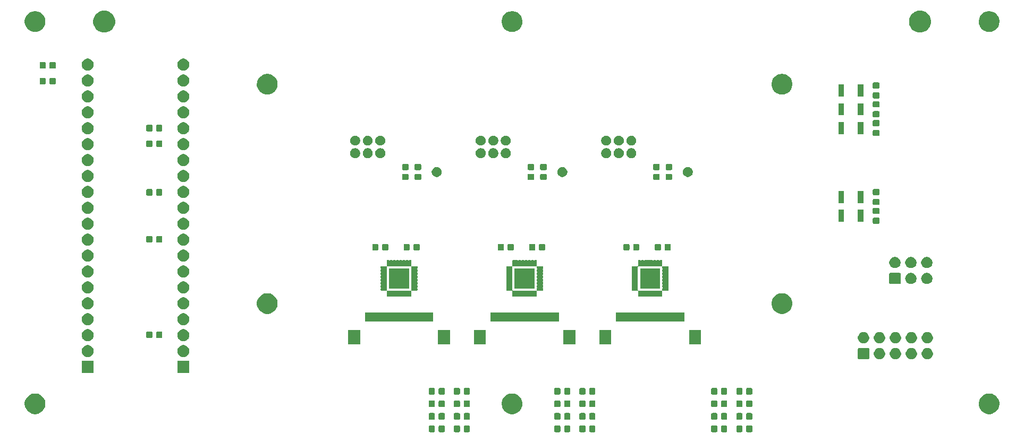
<source format=gts>
G04 #@! TF.GenerationSoftware,KiCad,Pcbnew,(5.1.6)-1*
G04 #@! TF.CreationDate,2020-10-12T20:39:35+02:00*
G04 #@! TF.ProjectId,TestRig-PCB,54657374-5269-4672-9d50-43422e6b6963,rev?*
G04 #@! TF.SameCoordinates,Original*
G04 #@! TF.FileFunction,Soldermask,Top*
G04 #@! TF.FilePolarity,Negative*
%FSLAX46Y46*%
G04 Gerber Fmt 4.6, Leading zero omitted, Abs format (unit mm)*
G04 Created by KiCad (PCBNEW (5.1.6)-1) date 2020-10-12 20:39:35*
%MOMM*%
%LPD*%
G01*
G04 APERTURE LIST*
%ADD10C,0.100000*%
G04 APERTURE END LIST*
D10*
G36*
X143554591Y-120478085D02*
G01*
X143588569Y-120488393D01*
X143619890Y-120505134D01*
X143647339Y-120527661D01*
X143669866Y-120555110D01*
X143686607Y-120586431D01*
X143696915Y-120620409D01*
X143701000Y-120661890D01*
X143701000Y-121338110D01*
X143696915Y-121379591D01*
X143686607Y-121413569D01*
X143669866Y-121444890D01*
X143647339Y-121472339D01*
X143619890Y-121494866D01*
X143588569Y-121511607D01*
X143554591Y-121521915D01*
X143513110Y-121526000D01*
X142911890Y-121526000D01*
X142870409Y-121521915D01*
X142836431Y-121511607D01*
X142805110Y-121494866D01*
X142777661Y-121472339D01*
X142755134Y-121444890D01*
X142738393Y-121413569D01*
X142728085Y-121379591D01*
X142724000Y-121338110D01*
X142724000Y-120661890D01*
X142728085Y-120620409D01*
X142738393Y-120586431D01*
X142755134Y-120555110D01*
X142777661Y-120527661D01*
X142805110Y-120505134D01*
X142836431Y-120488393D01*
X142870409Y-120478085D01*
X142911890Y-120474000D01*
X143513110Y-120474000D01*
X143554591Y-120478085D01*
G37*
G36*
X192554591Y-120478085D02*
G01*
X192588569Y-120488393D01*
X192619890Y-120505134D01*
X192647339Y-120527661D01*
X192669866Y-120555110D01*
X192686607Y-120586431D01*
X192696915Y-120620409D01*
X192701000Y-120661890D01*
X192701000Y-121338110D01*
X192696915Y-121379591D01*
X192686607Y-121413569D01*
X192669866Y-121444890D01*
X192647339Y-121472339D01*
X192619890Y-121494866D01*
X192588569Y-121511607D01*
X192554591Y-121521915D01*
X192513110Y-121526000D01*
X191911890Y-121526000D01*
X191870409Y-121521915D01*
X191836431Y-121511607D01*
X191805110Y-121494866D01*
X191777661Y-121472339D01*
X191755134Y-121444890D01*
X191738393Y-121413569D01*
X191728085Y-121379591D01*
X191724000Y-121338110D01*
X191724000Y-120661890D01*
X191728085Y-120620409D01*
X191738393Y-120586431D01*
X191755134Y-120555110D01*
X191777661Y-120527661D01*
X191805110Y-120505134D01*
X191836431Y-120488393D01*
X191870409Y-120478085D01*
X191911890Y-120474000D01*
X192513110Y-120474000D01*
X192554591Y-120478085D01*
G37*
G36*
X194129591Y-120478085D02*
G01*
X194163569Y-120488393D01*
X194194890Y-120505134D01*
X194222339Y-120527661D01*
X194244866Y-120555110D01*
X194261607Y-120586431D01*
X194271915Y-120620409D01*
X194276000Y-120661890D01*
X194276000Y-121338110D01*
X194271915Y-121379591D01*
X194261607Y-121413569D01*
X194244866Y-121444890D01*
X194222339Y-121472339D01*
X194194890Y-121494866D01*
X194163569Y-121511607D01*
X194129591Y-121521915D01*
X194088110Y-121526000D01*
X193486890Y-121526000D01*
X193445409Y-121521915D01*
X193411431Y-121511607D01*
X193380110Y-121494866D01*
X193352661Y-121472339D01*
X193330134Y-121444890D01*
X193313393Y-121413569D01*
X193303085Y-121379591D01*
X193299000Y-121338110D01*
X193299000Y-120661890D01*
X193303085Y-120620409D01*
X193313393Y-120586431D01*
X193330134Y-120555110D01*
X193352661Y-120527661D01*
X193380110Y-120505134D01*
X193411431Y-120488393D01*
X193445409Y-120478085D01*
X193486890Y-120474000D01*
X194088110Y-120474000D01*
X194129591Y-120478085D01*
G37*
G36*
X167554591Y-120478085D02*
G01*
X167588569Y-120488393D01*
X167619890Y-120505134D01*
X167647339Y-120527661D01*
X167669866Y-120555110D01*
X167686607Y-120586431D01*
X167696915Y-120620409D01*
X167701000Y-120661890D01*
X167701000Y-121338110D01*
X167696915Y-121379591D01*
X167686607Y-121413569D01*
X167669866Y-121444890D01*
X167647339Y-121472339D01*
X167619890Y-121494866D01*
X167588569Y-121511607D01*
X167554591Y-121521915D01*
X167513110Y-121526000D01*
X166911890Y-121526000D01*
X166870409Y-121521915D01*
X166836431Y-121511607D01*
X166805110Y-121494866D01*
X166777661Y-121472339D01*
X166755134Y-121444890D01*
X166738393Y-121413569D01*
X166728085Y-121379591D01*
X166724000Y-121338110D01*
X166724000Y-120661890D01*
X166728085Y-120620409D01*
X166738393Y-120586431D01*
X166755134Y-120555110D01*
X166777661Y-120527661D01*
X166805110Y-120505134D01*
X166836431Y-120488393D01*
X166870409Y-120478085D01*
X166911890Y-120474000D01*
X167513110Y-120474000D01*
X167554591Y-120478085D01*
G37*
G36*
X169129591Y-120478085D02*
G01*
X169163569Y-120488393D01*
X169194890Y-120505134D01*
X169222339Y-120527661D01*
X169244866Y-120555110D01*
X169261607Y-120586431D01*
X169271915Y-120620409D01*
X169276000Y-120661890D01*
X169276000Y-121338110D01*
X169271915Y-121379591D01*
X169261607Y-121413569D01*
X169244866Y-121444890D01*
X169222339Y-121472339D01*
X169194890Y-121494866D01*
X169163569Y-121511607D01*
X169129591Y-121521915D01*
X169088110Y-121526000D01*
X168486890Y-121526000D01*
X168445409Y-121521915D01*
X168411431Y-121511607D01*
X168380110Y-121494866D01*
X168352661Y-121472339D01*
X168330134Y-121444890D01*
X168313393Y-121413569D01*
X168303085Y-121379591D01*
X168299000Y-121338110D01*
X168299000Y-120661890D01*
X168303085Y-120620409D01*
X168313393Y-120586431D01*
X168330134Y-120555110D01*
X168352661Y-120527661D01*
X168380110Y-120505134D01*
X168411431Y-120488393D01*
X168445409Y-120478085D01*
X168486890Y-120474000D01*
X169088110Y-120474000D01*
X169129591Y-120478085D01*
G37*
G36*
X147554591Y-120478085D02*
G01*
X147588569Y-120488393D01*
X147619890Y-120505134D01*
X147647339Y-120527661D01*
X147669866Y-120555110D01*
X147686607Y-120586431D01*
X147696915Y-120620409D01*
X147701000Y-120661890D01*
X147701000Y-121338110D01*
X147696915Y-121379591D01*
X147686607Y-121413569D01*
X147669866Y-121444890D01*
X147647339Y-121472339D01*
X147619890Y-121494866D01*
X147588569Y-121511607D01*
X147554591Y-121521915D01*
X147513110Y-121526000D01*
X146911890Y-121526000D01*
X146870409Y-121521915D01*
X146836431Y-121511607D01*
X146805110Y-121494866D01*
X146777661Y-121472339D01*
X146755134Y-121444890D01*
X146738393Y-121413569D01*
X146728085Y-121379591D01*
X146724000Y-121338110D01*
X146724000Y-120661890D01*
X146728085Y-120620409D01*
X146738393Y-120586431D01*
X146755134Y-120555110D01*
X146777661Y-120527661D01*
X146805110Y-120505134D01*
X146836431Y-120488393D01*
X146870409Y-120478085D01*
X146911890Y-120474000D01*
X147513110Y-120474000D01*
X147554591Y-120478085D01*
G37*
G36*
X149129591Y-120478085D02*
G01*
X149163569Y-120488393D01*
X149194890Y-120505134D01*
X149222339Y-120527661D01*
X149244866Y-120555110D01*
X149261607Y-120586431D01*
X149271915Y-120620409D01*
X149276000Y-120661890D01*
X149276000Y-121338110D01*
X149271915Y-121379591D01*
X149261607Y-121413569D01*
X149244866Y-121444890D01*
X149222339Y-121472339D01*
X149194890Y-121494866D01*
X149163569Y-121511607D01*
X149129591Y-121521915D01*
X149088110Y-121526000D01*
X148486890Y-121526000D01*
X148445409Y-121521915D01*
X148411431Y-121511607D01*
X148380110Y-121494866D01*
X148352661Y-121472339D01*
X148330134Y-121444890D01*
X148313393Y-121413569D01*
X148303085Y-121379591D01*
X148299000Y-121338110D01*
X148299000Y-120661890D01*
X148303085Y-120620409D01*
X148313393Y-120586431D01*
X148330134Y-120555110D01*
X148352661Y-120527661D01*
X148380110Y-120505134D01*
X148411431Y-120488393D01*
X148445409Y-120478085D01*
X148486890Y-120474000D01*
X149088110Y-120474000D01*
X149129591Y-120478085D01*
G37*
G36*
X190129591Y-120478085D02*
G01*
X190163569Y-120488393D01*
X190194890Y-120505134D01*
X190222339Y-120527661D01*
X190244866Y-120555110D01*
X190261607Y-120586431D01*
X190271915Y-120620409D01*
X190276000Y-120661890D01*
X190276000Y-121338110D01*
X190271915Y-121379591D01*
X190261607Y-121413569D01*
X190244866Y-121444890D01*
X190222339Y-121472339D01*
X190194890Y-121494866D01*
X190163569Y-121511607D01*
X190129591Y-121521915D01*
X190088110Y-121526000D01*
X189486890Y-121526000D01*
X189445409Y-121521915D01*
X189411431Y-121511607D01*
X189380110Y-121494866D01*
X189352661Y-121472339D01*
X189330134Y-121444890D01*
X189313393Y-121413569D01*
X189303085Y-121379591D01*
X189299000Y-121338110D01*
X189299000Y-120661890D01*
X189303085Y-120620409D01*
X189313393Y-120586431D01*
X189330134Y-120555110D01*
X189352661Y-120527661D01*
X189380110Y-120505134D01*
X189411431Y-120488393D01*
X189445409Y-120478085D01*
X189486890Y-120474000D01*
X190088110Y-120474000D01*
X190129591Y-120478085D01*
G37*
G36*
X188554591Y-120478085D02*
G01*
X188588569Y-120488393D01*
X188619890Y-120505134D01*
X188647339Y-120527661D01*
X188669866Y-120555110D01*
X188686607Y-120586431D01*
X188696915Y-120620409D01*
X188701000Y-120661890D01*
X188701000Y-121338110D01*
X188696915Y-121379591D01*
X188686607Y-121413569D01*
X188669866Y-121444890D01*
X188647339Y-121472339D01*
X188619890Y-121494866D01*
X188588569Y-121511607D01*
X188554591Y-121521915D01*
X188513110Y-121526000D01*
X187911890Y-121526000D01*
X187870409Y-121521915D01*
X187836431Y-121511607D01*
X187805110Y-121494866D01*
X187777661Y-121472339D01*
X187755134Y-121444890D01*
X187738393Y-121413569D01*
X187728085Y-121379591D01*
X187724000Y-121338110D01*
X187724000Y-120661890D01*
X187728085Y-120620409D01*
X187738393Y-120586431D01*
X187755134Y-120555110D01*
X187777661Y-120527661D01*
X187805110Y-120505134D01*
X187836431Y-120488393D01*
X187870409Y-120478085D01*
X187911890Y-120474000D01*
X188513110Y-120474000D01*
X188554591Y-120478085D01*
G37*
G36*
X165129591Y-120478085D02*
G01*
X165163569Y-120488393D01*
X165194890Y-120505134D01*
X165222339Y-120527661D01*
X165244866Y-120555110D01*
X165261607Y-120586431D01*
X165271915Y-120620409D01*
X165276000Y-120661890D01*
X165276000Y-121338110D01*
X165271915Y-121379591D01*
X165261607Y-121413569D01*
X165244866Y-121444890D01*
X165222339Y-121472339D01*
X165194890Y-121494866D01*
X165163569Y-121511607D01*
X165129591Y-121521915D01*
X165088110Y-121526000D01*
X164486890Y-121526000D01*
X164445409Y-121521915D01*
X164411431Y-121511607D01*
X164380110Y-121494866D01*
X164352661Y-121472339D01*
X164330134Y-121444890D01*
X164313393Y-121413569D01*
X164303085Y-121379591D01*
X164299000Y-121338110D01*
X164299000Y-120661890D01*
X164303085Y-120620409D01*
X164313393Y-120586431D01*
X164330134Y-120555110D01*
X164352661Y-120527661D01*
X164380110Y-120505134D01*
X164411431Y-120488393D01*
X164445409Y-120478085D01*
X164486890Y-120474000D01*
X165088110Y-120474000D01*
X165129591Y-120478085D01*
G37*
G36*
X163554591Y-120478085D02*
G01*
X163588569Y-120488393D01*
X163619890Y-120505134D01*
X163647339Y-120527661D01*
X163669866Y-120555110D01*
X163686607Y-120586431D01*
X163696915Y-120620409D01*
X163701000Y-120661890D01*
X163701000Y-121338110D01*
X163696915Y-121379591D01*
X163686607Y-121413569D01*
X163669866Y-121444890D01*
X163647339Y-121472339D01*
X163619890Y-121494866D01*
X163588569Y-121511607D01*
X163554591Y-121521915D01*
X163513110Y-121526000D01*
X162911890Y-121526000D01*
X162870409Y-121521915D01*
X162836431Y-121511607D01*
X162805110Y-121494866D01*
X162777661Y-121472339D01*
X162755134Y-121444890D01*
X162738393Y-121413569D01*
X162728085Y-121379591D01*
X162724000Y-121338110D01*
X162724000Y-120661890D01*
X162728085Y-120620409D01*
X162738393Y-120586431D01*
X162755134Y-120555110D01*
X162777661Y-120527661D01*
X162805110Y-120505134D01*
X162836431Y-120488393D01*
X162870409Y-120478085D01*
X162911890Y-120474000D01*
X163513110Y-120474000D01*
X163554591Y-120478085D01*
G37*
G36*
X145129591Y-120478085D02*
G01*
X145163569Y-120488393D01*
X145194890Y-120505134D01*
X145222339Y-120527661D01*
X145244866Y-120555110D01*
X145261607Y-120586431D01*
X145271915Y-120620409D01*
X145276000Y-120661890D01*
X145276000Y-121338110D01*
X145271915Y-121379591D01*
X145261607Y-121413569D01*
X145244866Y-121444890D01*
X145222339Y-121472339D01*
X145194890Y-121494866D01*
X145163569Y-121511607D01*
X145129591Y-121521915D01*
X145088110Y-121526000D01*
X144486890Y-121526000D01*
X144445409Y-121521915D01*
X144411431Y-121511607D01*
X144380110Y-121494866D01*
X144352661Y-121472339D01*
X144330134Y-121444890D01*
X144313393Y-121413569D01*
X144303085Y-121379591D01*
X144299000Y-121338110D01*
X144299000Y-120661890D01*
X144303085Y-120620409D01*
X144313393Y-120586431D01*
X144330134Y-120555110D01*
X144352661Y-120527661D01*
X144380110Y-120505134D01*
X144411431Y-120488393D01*
X144445409Y-120478085D01*
X144486890Y-120474000D01*
X145088110Y-120474000D01*
X145129591Y-120478085D01*
G37*
G36*
X145129591Y-118478085D02*
G01*
X145163569Y-118488393D01*
X145194890Y-118505134D01*
X145222339Y-118527661D01*
X145244866Y-118555110D01*
X145261607Y-118586431D01*
X145271915Y-118620409D01*
X145276000Y-118661890D01*
X145276000Y-119338110D01*
X145271915Y-119379591D01*
X145261607Y-119413569D01*
X145244866Y-119444890D01*
X145222339Y-119472339D01*
X145194890Y-119494866D01*
X145163569Y-119511607D01*
X145129591Y-119521915D01*
X145088110Y-119526000D01*
X144486890Y-119526000D01*
X144445409Y-119521915D01*
X144411431Y-119511607D01*
X144380110Y-119494866D01*
X144352661Y-119472339D01*
X144330134Y-119444890D01*
X144313393Y-119413569D01*
X144303085Y-119379591D01*
X144299000Y-119338110D01*
X144299000Y-118661890D01*
X144303085Y-118620409D01*
X144313393Y-118586431D01*
X144330134Y-118555110D01*
X144352661Y-118527661D01*
X144380110Y-118505134D01*
X144411431Y-118488393D01*
X144445409Y-118478085D01*
X144486890Y-118474000D01*
X145088110Y-118474000D01*
X145129591Y-118478085D01*
G37*
G36*
X143554591Y-118478085D02*
G01*
X143588569Y-118488393D01*
X143619890Y-118505134D01*
X143647339Y-118527661D01*
X143669866Y-118555110D01*
X143686607Y-118586431D01*
X143696915Y-118620409D01*
X143701000Y-118661890D01*
X143701000Y-119338110D01*
X143696915Y-119379591D01*
X143686607Y-119413569D01*
X143669866Y-119444890D01*
X143647339Y-119472339D01*
X143619890Y-119494866D01*
X143588569Y-119511607D01*
X143554591Y-119521915D01*
X143513110Y-119526000D01*
X142911890Y-119526000D01*
X142870409Y-119521915D01*
X142836431Y-119511607D01*
X142805110Y-119494866D01*
X142777661Y-119472339D01*
X142755134Y-119444890D01*
X142738393Y-119413569D01*
X142728085Y-119379591D01*
X142724000Y-119338110D01*
X142724000Y-118661890D01*
X142728085Y-118620409D01*
X142738393Y-118586431D01*
X142755134Y-118555110D01*
X142777661Y-118527661D01*
X142805110Y-118505134D01*
X142836431Y-118488393D01*
X142870409Y-118478085D01*
X142911890Y-118474000D01*
X143513110Y-118474000D01*
X143554591Y-118478085D01*
G37*
G36*
X163554591Y-118478085D02*
G01*
X163588569Y-118488393D01*
X163619890Y-118505134D01*
X163647339Y-118527661D01*
X163669866Y-118555110D01*
X163686607Y-118586431D01*
X163696915Y-118620409D01*
X163701000Y-118661890D01*
X163701000Y-119338110D01*
X163696915Y-119379591D01*
X163686607Y-119413569D01*
X163669866Y-119444890D01*
X163647339Y-119472339D01*
X163619890Y-119494866D01*
X163588569Y-119511607D01*
X163554591Y-119521915D01*
X163513110Y-119526000D01*
X162911890Y-119526000D01*
X162870409Y-119521915D01*
X162836431Y-119511607D01*
X162805110Y-119494866D01*
X162777661Y-119472339D01*
X162755134Y-119444890D01*
X162738393Y-119413569D01*
X162728085Y-119379591D01*
X162724000Y-119338110D01*
X162724000Y-118661890D01*
X162728085Y-118620409D01*
X162738393Y-118586431D01*
X162755134Y-118555110D01*
X162777661Y-118527661D01*
X162805110Y-118505134D01*
X162836431Y-118488393D01*
X162870409Y-118478085D01*
X162911890Y-118474000D01*
X163513110Y-118474000D01*
X163554591Y-118478085D01*
G37*
G36*
X165129591Y-118478085D02*
G01*
X165163569Y-118488393D01*
X165194890Y-118505134D01*
X165222339Y-118527661D01*
X165244866Y-118555110D01*
X165261607Y-118586431D01*
X165271915Y-118620409D01*
X165276000Y-118661890D01*
X165276000Y-119338110D01*
X165271915Y-119379591D01*
X165261607Y-119413569D01*
X165244866Y-119444890D01*
X165222339Y-119472339D01*
X165194890Y-119494866D01*
X165163569Y-119511607D01*
X165129591Y-119521915D01*
X165088110Y-119526000D01*
X164486890Y-119526000D01*
X164445409Y-119521915D01*
X164411431Y-119511607D01*
X164380110Y-119494866D01*
X164352661Y-119472339D01*
X164330134Y-119444890D01*
X164313393Y-119413569D01*
X164303085Y-119379591D01*
X164299000Y-119338110D01*
X164299000Y-118661890D01*
X164303085Y-118620409D01*
X164313393Y-118586431D01*
X164330134Y-118555110D01*
X164352661Y-118527661D01*
X164380110Y-118505134D01*
X164411431Y-118488393D01*
X164445409Y-118478085D01*
X164486890Y-118474000D01*
X165088110Y-118474000D01*
X165129591Y-118478085D01*
G37*
G36*
X188554591Y-118478085D02*
G01*
X188588569Y-118488393D01*
X188619890Y-118505134D01*
X188647339Y-118527661D01*
X188669866Y-118555110D01*
X188686607Y-118586431D01*
X188696915Y-118620409D01*
X188701000Y-118661890D01*
X188701000Y-119338110D01*
X188696915Y-119379591D01*
X188686607Y-119413569D01*
X188669866Y-119444890D01*
X188647339Y-119472339D01*
X188619890Y-119494866D01*
X188588569Y-119511607D01*
X188554591Y-119521915D01*
X188513110Y-119526000D01*
X187911890Y-119526000D01*
X187870409Y-119521915D01*
X187836431Y-119511607D01*
X187805110Y-119494866D01*
X187777661Y-119472339D01*
X187755134Y-119444890D01*
X187738393Y-119413569D01*
X187728085Y-119379591D01*
X187724000Y-119338110D01*
X187724000Y-118661890D01*
X187728085Y-118620409D01*
X187738393Y-118586431D01*
X187755134Y-118555110D01*
X187777661Y-118527661D01*
X187805110Y-118505134D01*
X187836431Y-118488393D01*
X187870409Y-118478085D01*
X187911890Y-118474000D01*
X188513110Y-118474000D01*
X188554591Y-118478085D01*
G37*
G36*
X149129591Y-118478085D02*
G01*
X149163569Y-118488393D01*
X149194890Y-118505134D01*
X149222339Y-118527661D01*
X149244866Y-118555110D01*
X149261607Y-118586431D01*
X149271915Y-118620409D01*
X149276000Y-118661890D01*
X149276000Y-119338110D01*
X149271915Y-119379591D01*
X149261607Y-119413569D01*
X149244866Y-119444890D01*
X149222339Y-119472339D01*
X149194890Y-119494866D01*
X149163569Y-119511607D01*
X149129591Y-119521915D01*
X149088110Y-119526000D01*
X148486890Y-119526000D01*
X148445409Y-119521915D01*
X148411431Y-119511607D01*
X148380110Y-119494866D01*
X148352661Y-119472339D01*
X148330134Y-119444890D01*
X148313393Y-119413569D01*
X148303085Y-119379591D01*
X148299000Y-119338110D01*
X148299000Y-118661890D01*
X148303085Y-118620409D01*
X148313393Y-118586431D01*
X148330134Y-118555110D01*
X148352661Y-118527661D01*
X148380110Y-118505134D01*
X148411431Y-118488393D01*
X148445409Y-118478085D01*
X148486890Y-118474000D01*
X149088110Y-118474000D01*
X149129591Y-118478085D01*
G37*
G36*
X190129591Y-118478085D02*
G01*
X190163569Y-118488393D01*
X190194890Y-118505134D01*
X190222339Y-118527661D01*
X190244866Y-118555110D01*
X190261607Y-118586431D01*
X190271915Y-118620409D01*
X190276000Y-118661890D01*
X190276000Y-119338110D01*
X190271915Y-119379591D01*
X190261607Y-119413569D01*
X190244866Y-119444890D01*
X190222339Y-119472339D01*
X190194890Y-119494866D01*
X190163569Y-119511607D01*
X190129591Y-119521915D01*
X190088110Y-119526000D01*
X189486890Y-119526000D01*
X189445409Y-119521915D01*
X189411431Y-119511607D01*
X189380110Y-119494866D01*
X189352661Y-119472339D01*
X189330134Y-119444890D01*
X189313393Y-119413569D01*
X189303085Y-119379591D01*
X189299000Y-119338110D01*
X189299000Y-118661890D01*
X189303085Y-118620409D01*
X189313393Y-118586431D01*
X189330134Y-118555110D01*
X189352661Y-118527661D01*
X189380110Y-118505134D01*
X189411431Y-118488393D01*
X189445409Y-118478085D01*
X189486890Y-118474000D01*
X190088110Y-118474000D01*
X190129591Y-118478085D01*
G37*
G36*
X169129591Y-118478085D02*
G01*
X169163569Y-118488393D01*
X169194890Y-118505134D01*
X169222339Y-118527661D01*
X169244866Y-118555110D01*
X169261607Y-118586431D01*
X169271915Y-118620409D01*
X169276000Y-118661890D01*
X169276000Y-119338110D01*
X169271915Y-119379591D01*
X169261607Y-119413569D01*
X169244866Y-119444890D01*
X169222339Y-119472339D01*
X169194890Y-119494866D01*
X169163569Y-119511607D01*
X169129591Y-119521915D01*
X169088110Y-119526000D01*
X168486890Y-119526000D01*
X168445409Y-119521915D01*
X168411431Y-119511607D01*
X168380110Y-119494866D01*
X168352661Y-119472339D01*
X168330134Y-119444890D01*
X168313393Y-119413569D01*
X168303085Y-119379591D01*
X168299000Y-119338110D01*
X168299000Y-118661890D01*
X168303085Y-118620409D01*
X168313393Y-118586431D01*
X168330134Y-118555110D01*
X168352661Y-118527661D01*
X168380110Y-118505134D01*
X168411431Y-118488393D01*
X168445409Y-118478085D01*
X168486890Y-118474000D01*
X169088110Y-118474000D01*
X169129591Y-118478085D01*
G37*
G36*
X167554591Y-118478085D02*
G01*
X167588569Y-118488393D01*
X167619890Y-118505134D01*
X167647339Y-118527661D01*
X167669866Y-118555110D01*
X167686607Y-118586431D01*
X167696915Y-118620409D01*
X167701000Y-118661890D01*
X167701000Y-119338110D01*
X167696915Y-119379591D01*
X167686607Y-119413569D01*
X167669866Y-119444890D01*
X167647339Y-119472339D01*
X167619890Y-119494866D01*
X167588569Y-119511607D01*
X167554591Y-119521915D01*
X167513110Y-119526000D01*
X166911890Y-119526000D01*
X166870409Y-119521915D01*
X166836431Y-119511607D01*
X166805110Y-119494866D01*
X166777661Y-119472339D01*
X166755134Y-119444890D01*
X166738393Y-119413569D01*
X166728085Y-119379591D01*
X166724000Y-119338110D01*
X166724000Y-118661890D01*
X166728085Y-118620409D01*
X166738393Y-118586431D01*
X166755134Y-118555110D01*
X166777661Y-118527661D01*
X166805110Y-118505134D01*
X166836431Y-118488393D01*
X166870409Y-118478085D01*
X166911890Y-118474000D01*
X167513110Y-118474000D01*
X167554591Y-118478085D01*
G37*
G36*
X194129591Y-118478085D02*
G01*
X194163569Y-118488393D01*
X194194890Y-118505134D01*
X194222339Y-118527661D01*
X194244866Y-118555110D01*
X194261607Y-118586431D01*
X194271915Y-118620409D01*
X194276000Y-118661890D01*
X194276000Y-119338110D01*
X194271915Y-119379591D01*
X194261607Y-119413569D01*
X194244866Y-119444890D01*
X194222339Y-119472339D01*
X194194890Y-119494866D01*
X194163569Y-119511607D01*
X194129591Y-119521915D01*
X194088110Y-119526000D01*
X193486890Y-119526000D01*
X193445409Y-119521915D01*
X193411431Y-119511607D01*
X193380110Y-119494866D01*
X193352661Y-119472339D01*
X193330134Y-119444890D01*
X193313393Y-119413569D01*
X193303085Y-119379591D01*
X193299000Y-119338110D01*
X193299000Y-118661890D01*
X193303085Y-118620409D01*
X193313393Y-118586431D01*
X193330134Y-118555110D01*
X193352661Y-118527661D01*
X193380110Y-118505134D01*
X193411431Y-118488393D01*
X193445409Y-118478085D01*
X193486890Y-118474000D01*
X194088110Y-118474000D01*
X194129591Y-118478085D01*
G37*
G36*
X192554591Y-118478085D02*
G01*
X192588569Y-118488393D01*
X192619890Y-118505134D01*
X192647339Y-118527661D01*
X192669866Y-118555110D01*
X192686607Y-118586431D01*
X192696915Y-118620409D01*
X192701000Y-118661890D01*
X192701000Y-119338110D01*
X192696915Y-119379591D01*
X192686607Y-119413569D01*
X192669866Y-119444890D01*
X192647339Y-119472339D01*
X192619890Y-119494866D01*
X192588569Y-119511607D01*
X192554591Y-119521915D01*
X192513110Y-119526000D01*
X191911890Y-119526000D01*
X191870409Y-119521915D01*
X191836431Y-119511607D01*
X191805110Y-119494866D01*
X191777661Y-119472339D01*
X191755134Y-119444890D01*
X191738393Y-119413569D01*
X191728085Y-119379591D01*
X191724000Y-119338110D01*
X191724000Y-118661890D01*
X191728085Y-118620409D01*
X191738393Y-118586431D01*
X191755134Y-118555110D01*
X191777661Y-118527661D01*
X191805110Y-118505134D01*
X191836431Y-118488393D01*
X191870409Y-118478085D01*
X191911890Y-118474000D01*
X192513110Y-118474000D01*
X192554591Y-118478085D01*
G37*
G36*
X147554591Y-118478085D02*
G01*
X147588569Y-118488393D01*
X147619890Y-118505134D01*
X147647339Y-118527661D01*
X147669866Y-118555110D01*
X147686607Y-118586431D01*
X147696915Y-118620409D01*
X147701000Y-118661890D01*
X147701000Y-119338110D01*
X147696915Y-119379591D01*
X147686607Y-119413569D01*
X147669866Y-119444890D01*
X147647339Y-119472339D01*
X147619890Y-119494866D01*
X147588569Y-119511607D01*
X147554591Y-119521915D01*
X147513110Y-119526000D01*
X146911890Y-119526000D01*
X146870409Y-119521915D01*
X146836431Y-119511607D01*
X146805110Y-119494866D01*
X146777661Y-119472339D01*
X146755134Y-119444890D01*
X146738393Y-119413569D01*
X146728085Y-119379591D01*
X146724000Y-119338110D01*
X146724000Y-118661890D01*
X146728085Y-118620409D01*
X146738393Y-118586431D01*
X146755134Y-118555110D01*
X146777661Y-118527661D01*
X146805110Y-118505134D01*
X146836431Y-118488393D01*
X146870409Y-118478085D01*
X146911890Y-118474000D01*
X147513110Y-118474000D01*
X147554591Y-118478085D01*
G37*
G36*
X232316401Y-115379591D02*
G01*
X232481579Y-115412447D01*
X232782042Y-115536903D01*
X233052451Y-115717585D01*
X233282415Y-115947549D01*
X233463097Y-116217958D01*
X233586204Y-116515164D01*
X233587553Y-116518422D01*
X233651000Y-116837389D01*
X233651000Y-117162611D01*
X233617823Y-117329401D01*
X233587553Y-117481579D01*
X233463097Y-117782042D01*
X233282415Y-118052451D01*
X233052451Y-118282415D01*
X232782042Y-118463097D01*
X232481579Y-118587553D01*
X232375256Y-118608702D01*
X232162611Y-118651000D01*
X231837389Y-118651000D01*
X231624744Y-118608702D01*
X231518421Y-118587553D01*
X231217958Y-118463097D01*
X230947549Y-118282415D01*
X230717585Y-118052451D01*
X230536903Y-117782042D01*
X230412447Y-117481579D01*
X230382177Y-117329401D01*
X230349000Y-117162611D01*
X230349000Y-116837389D01*
X230412447Y-116518422D01*
X230413797Y-116515164D01*
X230536903Y-116217958D01*
X230717585Y-115947549D01*
X230947549Y-115717585D01*
X231217958Y-115536903D01*
X231518421Y-115412447D01*
X231683599Y-115379591D01*
X231837389Y-115349000D01*
X232162611Y-115349000D01*
X232316401Y-115379591D01*
G37*
G36*
X156316401Y-115379591D02*
G01*
X156481579Y-115412447D01*
X156782042Y-115536903D01*
X157052451Y-115717585D01*
X157282415Y-115947549D01*
X157463097Y-116217958D01*
X157586204Y-116515164D01*
X157587553Y-116518422D01*
X157651000Y-116837389D01*
X157651000Y-117162611D01*
X157617823Y-117329401D01*
X157587553Y-117481579D01*
X157463097Y-117782042D01*
X157282415Y-118052451D01*
X157052451Y-118282415D01*
X156782042Y-118463097D01*
X156481579Y-118587553D01*
X156375256Y-118608702D01*
X156162611Y-118651000D01*
X155837389Y-118651000D01*
X155624744Y-118608702D01*
X155518421Y-118587553D01*
X155217958Y-118463097D01*
X154947549Y-118282415D01*
X154717585Y-118052451D01*
X154536903Y-117782042D01*
X154412447Y-117481579D01*
X154382177Y-117329401D01*
X154349000Y-117162611D01*
X154349000Y-116837389D01*
X154412447Y-116518422D01*
X154413797Y-116515164D01*
X154536903Y-116217958D01*
X154717585Y-115947549D01*
X154947549Y-115717585D01*
X155217958Y-115536903D01*
X155518421Y-115412447D01*
X155683599Y-115379591D01*
X155837389Y-115349000D01*
X156162611Y-115349000D01*
X156316401Y-115379591D01*
G37*
G36*
X80316401Y-115379591D02*
G01*
X80481579Y-115412447D01*
X80782042Y-115536903D01*
X81052451Y-115717585D01*
X81282415Y-115947549D01*
X81463097Y-116217958D01*
X81586204Y-116515164D01*
X81587553Y-116518422D01*
X81651000Y-116837389D01*
X81651000Y-117162611D01*
X81617823Y-117329401D01*
X81587553Y-117481579D01*
X81463097Y-117782042D01*
X81282415Y-118052451D01*
X81052451Y-118282415D01*
X80782042Y-118463097D01*
X80481579Y-118587553D01*
X80375256Y-118608702D01*
X80162611Y-118651000D01*
X79837389Y-118651000D01*
X79624744Y-118608702D01*
X79518421Y-118587553D01*
X79217958Y-118463097D01*
X78947549Y-118282415D01*
X78717585Y-118052451D01*
X78536903Y-117782042D01*
X78412447Y-117481579D01*
X78382177Y-117329401D01*
X78349000Y-117162611D01*
X78349000Y-116837389D01*
X78412447Y-116518422D01*
X78413797Y-116515164D01*
X78536903Y-116217958D01*
X78717585Y-115947549D01*
X78947549Y-115717585D01*
X79217958Y-115536903D01*
X79518421Y-115412447D01*
X79683599Y-115379591D01*
X79837389Y-115349000D01*
X80162611Y-115349000D01*
X80316401Y-115379591D01*
G37*
G36*
X194129591Y-116478085D02*
G01*
X194163569Y-116488393D01*
X194194890Y-116505134D01*
X194222339Y-116527661D01*
X194244866Y-116555110D01*
X194261607Y-116586431D01*
X194271915Y-116620409D01*
X194276000Y-116661890D01*
X194276000Y-117338110D01*
X194271915Y-117379591D01*
X194261607Y-117413569D01*
X194244866Y-117444890D01*
X194222339Y-117472339D01*
X194194890Y-117494866D01*
X194163569Y-117511607D01*
X194129591Y-117521915D01*
X194088110Y-117526000D01*
X193486890Y-117526000D01*
X193445409Y-117521915D01*
X193411431Y-117511607D01*
X193380110Y-117494866D01*
X193352661Y-117472339D01*
X193330134Y-117444890D01*
X193313393Y-117413569D01*
X193303085Y-117379591D01*
X193299000Y-117338110D01*
X193299000Y-116661890D01*
X193303085Y-116620409D01*
X193313393Y-116586431D01*
X193330134Y-116555110D01*
X193352661Y-116527661D01*
X193380110Y-116505134D01*
X193411431Y-116488393D01*
X193445409Y-116478085D01*
X193486890Y-116474000D01*
X194088110Y-116474000D01*
X194129591Y-116478085D01*
G37*
G36*
X143554591Y-116478085D02*
G01*
X143588569Y-116488393D01*
X143619890Y-116505134D01*
X143647339Y-116527661D01*
X143669866Y-116555110D01*
X143686607Y-116586431D01*
X143696915Y-116620409D01*
X143701000Y-116661890D01*
X143701000Y-117338110D01*
X143696915Y-117379591D01*
X143686607Y-117413569D01*
X143669866Y-117444890D01*
X143647339Y-117472339D01*
X143619890Y-117494866D01*
X143588569Y-117511607D01*
X143554591Y-117521915D01*
X143513110Y-117526000D01*
X142911890Y-117526000D01*
X142870409Y-117521915D01*
X142836431Y-117511607D01*
X142805110Y-117494866D01*
X142777661Y-117472339D01*
X142755134Y-117444890D01*
X142738393Y-117413569D01*
X142728085Y-117379591D01*
X142724000Y-117338110D01*
X142724000Y-116661890D01*
X142728085Y-116620409D01*
X142738393Y-116586431D01*
X142755134Y-116555110D01*
X142777661Y-116527661D01*
X142805110Y-116505134D01*
X142836431Y-116488393D01*
X142870409Y-116478085D01*
X142911890Y-116474000D01*
X143513110Y-116474000D01*
X143554591Y-116478085D01*
G37*
G36*
X149129591Y-116478085D02*
G01*
X149163569Y-116488393D01*
X149194890Y-116505134D01*
X149222339Y-116527661D01*
X149244866Y-116555110D01*
X149261607Y-116586431D01*
X149271915Y-116620409D01*
X149276000Y-116661890D01*
X149276000Y-117338110D01*
X149271915Y-117379591D01*
X149261607Y-117413569D01*
X149244866Y-117444890D01*
X149222339Y-117472339D01*
X149194890Y-117494866D01*
X149163569Y-117511607D01*
X149129591Y-117521915D01*
X149088110Y-117526000D01*
X148486890Y-117526000D01*
X148445409Y-117521915D01*
X148411431Y-117511607D01*
X148380110Y-117494866D01*
X148352661Y-117472339D01*
X148330134Y-117444890D01*
X148313393Y-117413569D01*
X148303085Y-117379591D01*
X148299000Y-117338110D01*
X148299000Y-116661890D01*
X148303085Y-116620409D01*
X148313393Y-116586431D01*
X148330134Y-116555110D01*
X148352661Y-116527661D01*
X148380110Y-116505134D01*
X148411431Y-116488393D01*
X148445409Y-116478085D01*
X148486890Y-116474000D01*
X149088110Y-116474000D01*
X149129591Y-116478085D01*
G37*
G36*
X163554591Y-116478085D02*
G01*
X163588569Y-116488393D01*
X163619890Y-116505134D01*
X163647339Y-116527661D01*
X163669866Y-116555110D01*
X163686607Y-116586431D01*
X163696915Y-116620409D01*
X163701000Y-116661890D01*
X163701000Y-117338110D01*
X163696915Y-117379591D01*
X163686607Y-117413569D01*
X163669866Y-117444890D01*
X163647339Y-117472339D01*
X163619890Y-117494866D01*
X163588569Y-117511607D01*
X163554591Y-117521915D01*
X163513110Y-117526000D01*
X162911890Y-117526000D01*
X162870409Y-117521915D01*
X162836431Y-117511607D01*
X162805110Y-117494866D01*
X162777661Y-117472339D01*
X162755134Y-117444890D01*
X162738393Y-117413569D01*
X162728085Y-117379591D01*
X162724000Y-117338110D01*
X162724000Y-116661890D01*
X162728085Y-116620409D01*
X162738393Y-116586431D01*
X162755134Y-116555110D01*
X162777661Y-116527661D01*
X162805110Y-116505134D01*
X162836431Y-116488393D01*
X162870409Y-116478085D01*
X162911890Y-116474000D01*
X163513110Y-116474000D01*
X163554591Y-116478085D01*
G37*
G36*
X165129591Y-116478085D02*
G01*
X165163569Y-116488393D01*
X165194890Y-116505134D01*
X165222339Y-116527661D01*
X165244866Y-116555110D01*
X165261607Y-116586431D01*
X165271915Y-116620409D01*
X165276000Y-116661890D01*
X165276000Y-117338110D01*
X165271915Y-117379591D01*
X165261607Y-117413569D01*
X165244866Y-117444890D01*
X165222339Y-117472339D01*
X165194890Y-117494866D01*
X165163569Y-117511607D01*
X165129591Y-117521915D01*
X165088110Y-117526000D01*
X164486890Y-117526000D01*
X164445409Y-117521915D01*
X164411431Y-117511607D01*
X164380110Y-117494866D01*
X164352661Y-117472339D01*
X164330134Y-117444890D01*
X164313393Y-117413569D01*
X164303085Y-117379591D01*
X164299000Y-117338110D01*
X164299000Y-116661890D01*
X164303085Y-116620409D01*
X164313393Y-116586431D01*
X164330134Y-116555110D01*
X164352661Y-116527661D01*
X164380110Y-116505134D01*
X164411431Y-116488393D01*
X164445409Y-116478085D01*
X164486890Y-116474000D01*
X165088110Y-116474000D01*
X165129591Y-116478085D01*
G37*
G36*
X145129591Y-116478085D02*
G01*
X145163569Y-116488393D01*
X145194890Y-116505134D01*
X145222339Y-116527661D01*
X145244866Y-116555110D01*
X145261607Y-116586431D01*
X145271915Y-116620409D01*
X145276000Y-116661890D01*
X145276000Y-117338110D01*
X145271915Y-117379591D01*
X145261607Y-117413569D01*
X145244866Y-117444890D01*
X145222339Y-117472339D01*
X145194890Y-117494866D01*
X145163569Y-117511607D01*
X145129591Y-117521915D01*
X145088110Y-117526000D01*
X144486890Y-117526000D01*
X144445409Y-117521915D01*
X144411431Y-117511607D01*
X144380110Y-117494866D01*
X144352661Y-117472339D01*
X144330134Y-117444890D01*
X144313393Y-117413569D01*
X144303085Y-117379591D01*
X144299000Y-117338110D01*
X144299000Y-116661890D01*
X144303085Y-116620409D01*
X144313393Y-116586431D01*
X144330134Y-116555110D01*
X144352661Y-116527661D01*
X144380110Y-116505134D01*
X144411431Y-116488393D01*
X144445409Y-116478085D01*
X144486890Y-116474000D01*
X145088110Y-116474000D01*
X145129591Y-116478085D01*
G37*
G36*
X167554591Y-116478085D02*
G01*
X167588569Y-116488393D01*
X167619890Y-116505134D01*
X167647339Y-116527661D01*
X167669866Y-116555110D01*
X167686607Y-116586431D01*
X167696915Y-116620409D01*
X167701000Y-116661890D01*
X167701000Y-117338110D01*
X167696915Y-117379591D01*
X167686607Y-117413569D01*
X167669866Y-117444890D01*
X167647339Y-117472339D01*
X167619890Y-117494866D01*
X167588569Y-117511607D01*
X167554591Y-117521915D01*
X167513110Y-117526000D01*
X166911890Y-117526000D01*
X166870409Y-117521915D01*
X166836431Y-117511607D01*
X166805110Y-117494866D01*
X166777661Y-117472339D01*
X166755134Y-117444890D01*
X166738393Y-117413569D01*
X166728085Y-117379591D01*
X166724000Y-117338110D01*
X166724000Y-116661890D01*
X166728085Y-116620409D01*
X166738393Y-116586431D01*
X166755134Y-116555110D01*
X166777661Y-116527661D01*
X166805110Y-116505134D01*
X166836431Y-116488393D01*
X166870409Y-116478085D01*
X166911890Y-116474000D01*
X167513110Y-116474000D01*
X167554591Y-116478085D01*
G37*
G36*
X147554591Y-116478085D02*
G01*
X147588569Y-116488393D01*
X147619890Y-116505134D01*
X147647339Y-116527661D01*
X147669866Y-116555110D01*
X147686607Y-116586431D01*
X147696915Y-116620409D01*
X147701000Y-116661890D01*
X147701000Y-117338110D01*
X147696915Y-117379591D01*
X147686607Y-117413569D01*
X147669866Y-117444890D01*
X147647339Y-117472339D01*
X147619890Y-117494866D01*
X147588569Y-117511607D01*
X147554591Y-117521915D01*
X147513110Y-117526000D01*
X146911890Y-117526000D01*
X146870409Y-117521915D01*
X146836431Y-117511607D01*
X146805110Y-117494866D01*
X146777661Y-117472339D01*
X146755134Y-117444890D01*
X146738393Y-117413569D01*
X146728085Y-117379591D01*
X146724000Y-117338110D01*
X146724000Y-116661890D01*
X146728085Y-116620409D01*
X146738393Y-116586431D01*
X146755134Y-116555110D01*
X146777661Y-116527661D01*
X146805110Y-116505134D01*
X146836431Y-116488393D01*
X146870409Y-116478085D01*
X146911890Y-116474000D01*
X147513110Y-116474000D01*
X147554591Y-116478085D01*
G37*
G36*
X192554591Y-116478085D02*
G01*
X192588569Y-116488393D01*
X192619890Y-116505134D01*
X192647339Y-116527661D01*
X192669866Y-116555110D01*
X192686607Y-116586431D01*
X192696915Y-116620409D01*
X192701000Y-116661890D01*
X192701000Y-117338110D01*
X192696915Y-117379591D01*
X192686607Y-117413569D01*
X192669866Y-117444890D01*
X192647339Y-117472339D01*
X192619890Y-117494866D01*
X192588569Y-117511607D01*
X192554591Y-117521915D01*
X192513110Y-117526000D01*
X191911890Y-117526000D01*
X191870409Y-117521915D01*
X191836431Y-117511607D01*
X191805110Y-117494866D01*
X191777661Y-117472339D01*
X191755134Y-117444890D01*
X191738393Y-117413569D01*
X191728085Y-117379591D01*
X191724000Y-117338110D01*
X191724000Y-116661890D01*
X191728085Y-116620409D01*
X191738393Y-116586431D01*
X191755134Y-116555110D01*
X191777661Y-116527661D01*
X191805110Y-116505134D01*
X191836431Y-116488393D01*
X191870409Y-116478085D01*
X191911890Y-116474000D01*
X192513110Y-116474000D01*
X192554591Y-116478085D01*
G37*
G36*
X190129591Y-116478085D02*
G01*
X190163569Y-116488393D01*
X190194890Y-116505134D01*
X190222339Y-116527661D01*
X190244866Y-116555110D01*
X190261607Y-116586431D01*
X190271915Y-116620409D01*
X190276000Y-116661890D01*
X190276000Y-117338110D01*
X190271915Y-117379591D01*
X190261607Y-117413569D01*
X190244866Y-117444890D01*
X190222339Y-117472339D01*
X190194890Y-117494866D01*
X190163569Y-117511607D01*
X190129591Y-117521915D01*
X190088110Y-117526000D01*
X189486890Y-117526000D01*
X189445409Y-117521915D01*
X189411431Y-117511607D01*
X189380110Y-117494866D01*
X189352661Y-117472339D01*
X189330134Y-117444890D01*
X189313393Y-117413569D01*
X189303085Y-117379591D01*
X189299000Y-117338110D01*
X189299000Y-116661890D01*
X189303085Y-116620409D01*
X189313393Y-116586431D01*
X189330134Y-116555110D01*
X189352661Y-116527661D01*
X189380110Y-116505134D01*
X189411431Y-116488393D01*
X189445409Y-116478085D01*
X189486890Y-116474000D01*
X190088110Y-116474000D01*
X190129591Y-116478085D01*
G37*
G36*
X188554591Y-116478085D02*
G01*
X188588569Y-116488393D01*
X188619890Y-116505134D01*
X188647339Y-116527661D01*
X188669866Y-116555110D01*
X188686607Y-116586431D01*
X188696915Y-116620409D01*
X188701000Y-116661890D01*
X188701000Y-117338110D01*
X188696915Y-117379591D01*
X188686607Y-117413569D01*
X188669866Y-117444890D01*
X188647339Y-117472339D01*
X188619890Y-117494866D01*
X188588569Y-117511607D01*
X188554591Y-117521915D01*
X188513110Y-117526000D01*
X187911890Y-117526000D01*
X187870409Y-117521915D01*
X187836431Y-117511607D01*
X187805110Y-117494866D01*
X187777661Y-117472339D01*
X187755134Y-117444890D01*
X187738393Y-117413569D01*
X187728085Y-117379591D01*
X187724000Y-117338110D01*
X187724000Y-116661890D01*
X187728085Y-116620409D01*
X187738393Y-116586431D01*
X187755134Y-116555110D01*
X187777661Y-116527661D01*
X187805110Y-116505134D01*
X187836431Y-116488393D01*
X187870409Y-116478085D01*
X187911890Y-116474000D01*
X188513110Y-116474000D01*
X188554591Y-116478085D01*
G37*
G36*
X169129591Y-116478085D02*
G01*
X169163569Y-116488393D01*
X169194890Y-116505134D01*
X169222339Y-116527661D01*
X169244866Y-116555110D01*
X169261607Y-116586431D01*
X169271915Y-116620409D01*
X169276000Y-116661890D01*
X169276000Y-117338110D01*
X169271915Y-117379591D01*
X169261607Y-117413569D01*
X169244866Y-117444890D01*
X169222339Y-117472339D01*
X169194890Y-117494866D01*
X169163569Y-117511607D01*
X169129591Y-117521915D01*
X169088110Y-117526000D01*
X168486890Y-117526000D01*
X168445409Y-117521915D01*
X168411431Y-117511607D01*
X168380110Y-117494866D01*
X168352661Y-117472339D01*
X168330134Y-117444890D01*
X168313393Y-117413569D01*
X168303085Y-117379591D01*
X168299000Y-117338110D01*
X168299000Y-116661890D01*
X168303085Y-116620409D01*
X168313393Y-116586431D01*
X168330134Y-116555110D01*
X168352661Y-116527661D01*
X168380110Y-116505134D01*
X168411431Y-116488393D01*
X168445409Y-116478085D01*
X168486890Y-116474000D01*
X169088110Y-116474000D01*
X169129591Y-116478085D01*
G37*
G36*
X147554591Y-114478085D02*
G01*
X147588569Y-114488393D01*
X147619890Y-114505134D01*
X147647339Y-114527661D01*
X147669866Y-114555110D01*
X147686607Y-114586431D01*
X147696915Y-114620409D01*
X147701000Y-114661890D01*
X147701000Y-115338110D01*
X147696915Y-115379591D01*
X147686607Y-115413569D01*
X147669866Y-115444890D01*
X147647339Y-115472339D01*
X147619890Y-115494866D01*
X147588569Y-115511607D01*
X147554591Y-115521915D01*
X147513110Y-115526000D01*
X146911890Y-115526000D01*
X146870409Y-115521915D01*
X146836431Y-115511607D01*
X146805110Y-115494866D01*
X146777661Y-115472339D01*
X146755134Y-115444890D01*
X146738393Y-115413569D01*
X146728085Y-115379591D01*
X146724000Y-115338110D01*
X146724000Y-114661890D01*
X146728085Y-114620409D01*
X146738393Y-114586431D01*
X146755134Y-114555110D01*
X146777661Y-114527661D01*
X146805110Y-114505134D01*
X146836431Y-114488393D01*
X146870409Y-114478085D01*
X146911890Y-114474000D01*
X147513110Y-114474000D01*
X147554591Y-114478085D01*
G37*
G36*
X149129591Y-114478085D02*
G01*
X149163569Y-114488393D01*
X149194890Y-114505134D01*
X149222339Y-114527661D01*
X149244866Y-114555110D01*
X149261607Y-114586431D01*
X149271915Y-114620409D01*
X149276000Y-114661890D01*
X149276000Y-115338110D01*
X149271915Y-115379591D01*
X149261607Y-115413569D01*
X149244866Y-115444890D01*
X149222339Y-115472339D01*
X149194890Y-115494866D01*
X149163569Y-115511607D01*
X149129591Y-115521915D01*
X149088110Y-115526000D01*
X148486890Y-115526000D01*
X148445409Y-115521915D01*
X148411431Y-115511607D01*
X148380110Y-115494866D01*
X148352661Y-115472339D01*
X148330134Y-115444890D01*
X148313393Y-115413569D01*
X148303085Y-115379591D01*
X148299000Y-115338110D01*
X148299000Y-114661890D01*
X148303085Y-114620409D01*
X148313393Y-114586431D01*
X148330134Y-114555110D01*
X148352661Y-114527661D01*
X148380110Y-114505134D01*
X148411431Y-114488393D01*
X148445409Y-114478085D01*
X148486890Y-114474000D01*
X149088110Y-114474000D01*
X149129591Y-114478085D01*
G37*
G36*
X169129591Y-114478085D02*
G01*
X169163569Y-114488393D01*
X169194890Y-114505134D01*
X169222339Y-114527661D01*
X169244866Y-114555110D01*
X169261607Y-114586431D01*
X169271915Y-114620409D01*
X169276000Y-114661890D01*
X169276000Y-115338110D01*
X169271915Y-115379591D01*
X169261607Y-115413569D01*
X169244866Y-115444890D01*
X169222339Y-115472339D01*
X169194890Y-115494866D01*
X169163569Y-115511607D01*
X169129591Y-115521915D01*
X169088110Y-115526000D01*
X168486890Y-115526000D01*
X168445409Y-115521915D01*
X168411431Y-115511607D01*
X168380110Y-115494866D01*
X168352661Y-115472339D01*
X168330134Y-115444890D01*
X168313393Y-115413569D01*
X168303085Y-115379591D01*
X168299000Y-115338110D01*
X168299000Y-114661890D01*
X168303085Y-114620409D01*
X168313393Y-114586431D01*
X168330134Y-114555110D01*
X168352661Y-114527661D01*
X168380110Y-114505134D01*
X168411431Y-114488393D01*
X168445409Y-114478085D01*
X168486890Y-114474000D01*
X169088110Y-114474000D01*
X169129591Y-114478085D01*
G37*
G36*
X167554591Y-114478085D02*
G01*
X167588569Y-114488393D01*
X167619890Y-114505134D01*
X167647339Y-114527661D01*
X167669866Y-114555110D01*
X167686607Y-114586431D01*
X167696915Y-114620409D01*
X167701000Y-114661890D01*
X167701000Y-115338110D01*
X167696915Y-115379591D01*
X167686607Y-115413569D01*
X167669866Y-115444890D01*
X167647339Y-115472339D01*
X167619890Y-115494866D01*
X167588569Y-115511607D01*
X167554591Y-115521915D01*
X167513110Y-115526000D01*
X166911890Y-115526000D01*
X166870409Y-115521915D01*
X166836431Y-115511607D01*
X166805110Y-115494866D01*
X166777661Y-115472339D01*
X166755134Y-115444890D01*
X166738393Y-115413569D01*
X166728085Y-115379591D01*
X166724000Y-115338110D01*
X166724000Y-114661890D01*
X166728085Y-114620409D01*
X166738393Y-114586431D01*
X166755134Y-114555110D01*
X166777661Y-114527661D01*
X166805110Y-114505134D01*
X166836431Y-114488393D01*
X166870409Y-114478085D01*
X166911890Y-114474000D01*
X167513110Y-114474000D01*
X167554591Y-114478085D01*
G37*
G36*
X190129591Y-114478085D02*
G01*
X190163569Y-114488393D01*
X190194890Y-114505134D01*
X190222339Y-114527661D01*
X190244866Y-114555110D01*
X190261607Y-114586431D01*
X190271915Y-114620409D01*
X190276000Y-114661890D01*
X190276000Y-115338110D01*
X190271915Y-115379591D01*
X190261607Y-115413569D01*
X190244866Y-115444890D01*
X190222339Y-115472339D01*
X190194890Y-115494866D01*
X190163569Y-115511607D01*
X190129591Y-115521915D01*
X190088110Y-115526000D01*
X189486890Y-115526000D01*
X189445409Y-115521915D01*
X189411431Y-115511607D01*
X189380110Y-115494866D01*
X189352661Y-115472339D01*
X189330134Y-115444890D01*
X189313393Y-115413569D01*
X189303085Y-115379591D01*
X189299000Y-115338110D01*
X189299000Y-114661890D01*
X189303085Y-114620409D01*
X189313393Y-114586431D01*
X189330134Y-114555110D01*
X189352661Y-114527661D01*
X189380110Y-114505134D01*
X189411431Y-114488393D01*
X189445409Y-114478085D01*
X189486890Y-114474000D01*
X190088110Y-114474000D01*
X190129591Y-114478085D01*
G37*
G36*
X188554591Y-114478085D02*
G01*
X188588569Y-114488393D01*
X188619890Y-114505134D01*
X188647339Y-114527661D01*
X188669866Y-114555110D01*
X188686607Y-114586431D01*
X188696915Y-114620409D01*
X188701000Y-114661890D01*
X188701000Y-115338110D01*
X188696915Y-115379591D01*
X188686607Y-115413569D01*
X188669866Y-115444890D01*
X188647339Y-115472339D01*
X188619890Y-115494866D01*
X188588569Y-115511607D01*
X188554591Y-115521915D01*
X188513110Y-115526000D01*
X187911890Y-115526000D01*
X187870409Y-115521915D01*
X187836431Y-115511607D01*
X187805110Y-115494866D01*
X187777661Y-115472339D01*
X187755134Y-115444890D01*
X187738393Y-115413569D01*
X187728085Y-115379591D01*
X187724000Y-115338110D01*
X187724000Y-114661890D01*
X187728085Y-114620409D01*
X187738393Y-114586431D01*
X187755134Y-114555110D01*
X187777661Y-114527661D01*
X187805110Y-114505134D01*
X187836431Y-114488393D01*
X187870409Y-114478085D01*
X187911890Y-114474000D01*
X188513110Y-114474000D01*
X188554591Y-114478085D01*
G37*
G36*
X163554591Y-114478085D02*
G01*
X163588569Y-114488393D01*
X163619890Y-114505134D01*
X163647339Y-114527661D01*
X163669866Y-114555110D01*
X163686607Y-114586431D01*
X163696915Y-114620409D01*
X163701000Y-114661890D01*
X163701000Y-115338110D01*
X163696915Y-115379591D01*
X163686607Y-115413569D01*
X163669866Y-115444890D01*
X163647339Y-115472339D01*
X163619890Y-115494866D01*
X163588569Y-115511607D01*
X163554591Y-115521915D01*
X163513110Y-115526000D01*
X162911890Y-115526000D01*
X162870409Y-115521915D01*
X162836431Y-115511607D01*
X162805110Y-115494866D01*
X162777661Y-115472339D01*
X162755134Y-115444890D01*
X162738393Y-115413569D01*
X162728085Y-115379591D01*
X162724000Y-115338110D01*
X162724000Y-114661890D01*
X162728085Y-114620409D01*
X162738393Y-114586431D01*
X162755134Y-114555110D01*
X162777661Y-114527661D01*
X162805110Y-114505134D01*
X162836431Y-114488393D01*
X162870409Y-114478085D01*
X162911890Y-114474000D01*
X163513110Y-114474000D01*
X163554591Y-114478085D01*
G37*
G36*
X165129591Y-114478085D02*
G01*
X165163569Y-114488393D01*
X165194890Y-114505134D01*
X165222339Y-114527661D01*
X165244866Y-114555110D01*
X165261607Y-114586431D01*
X165271915Y-114620409D01*
X165276000Y-114661890D01*
X165276000Y-115338110D01*
X165271915Y-115379591D01*
X165261607Y-115413569D01*
X165244866Y-115444890D01*
X165222339Y-115472339D01*
X165194890Y-115494866D01*
X165163569Y-115511607D01*
X165129591Y-115521915D01*
X165088110Y-115526000D01*
X164486890Y-115526000D01*
X164445409Y-115521915D01*
X164411431Y-115511607D01*
X164380110Y-115494866D01*
X164352661Y-115472339D01*
X164330134Y-115444890D01*
X164313393Y-115413569D01*
X164303085Y-115379591D01*
X164299000Y-115338110D01*
X164299000Y-114661890D01*
X164303085Y-114620409D01*
X164313393Y-114586431D01*
X164330134Y-114555110D01*
X164352661Y-114527661D01*
X164380110Y-114505134D01*
X164411431Y-114488393D01*
X164445409Y-114478085D01*
X164486890Y-114474000D01*
X165088110Y-114474000D01*
X165129591Y-114478085D01*
G37*
G36*
X194129591Y-114478085D02*
G01*
X194163569Y-114488393D01*
X194194890Y-114505134D01*
X194222339Y-114527661D01*
X194244866Y-114555110D01*
X194261607Y-114586431D01*
X194271915Y-114620409D01*
X194276000Y-114661890D01*
X194276000Y-115338110D01*
X194271915Y-115379591D01*
X194261607Y-115413569D01*
X194244866Y-115444890D01*
X194222339Y-115472339D01*
X194194890Y-115494866D01*
X194163569Y-115511607D01*
X194129591Y-115521915D01*
X194088110Y-115526000D01*
X193486890Y-115526000D01*
X193445409Y-115521915D01*
X193411431Y-115511607D01*
X193380110Y-115494866D01*
X193352661Y-115472339D01*
X193330134Y-115444890D01*
X193313393Y-115413569D01*
X193303085Y-115379591D01*
X193299000Y-115338110D01*
X193299000Y-114661890D01*
X193303085Y-114620409D01*
X193313393Y-114586431D01*
X193330134Y-114555110D01*
X193352661Y-114527661D01*
X193380110Y-114505134D01*
X193411431Y-114488393D01*
X193445409Y-114478085D01*
X193486890Y-114474000D01*
X194088110Y-114474000D01*
X194129591Y-114478085D01*
G37*
G36*
X143554591Y-114478085D02*
G01*
X143588569Y-114488393D01*
X143619890Y-114505134D01*
X143647339Y-114527661D01*
X143669866Y-114555110D01*
X143686607Y-114586431D01*
X143696915Y-114620409D01*
X143701000Y-114661890D01*
X143701000Y-115338110D01*
X143696915Y-115379591D01*
X143686607Y-115413569D01*
X143669866Y-115444890D01*
X143647339Y-115472339D01*
X143619890Y-115494866D01*
X143588569Y-115511607D01*
X143554591Y-115521915D01*
X143513110Y-115526000D01*
X142911890Y-115526000D01*
X142870409Y-115521915D01*
X142836431Y-115511607D01*
X142805110Y-115494866D01*
X142777661Y-115472339D01*
X142755134Y-115444890D01*
X142738393Y-115413569D01*
X142728085Y-115379591D01*
X142724000Y-115338110D01*
X142724000Y-114661890D01*
X142728085Y-114620409D01*
X142738393Y-114586431D01*
X142755134Y-114555110D01*
X142777661Y-114527661D01*
X142805110Y-114505134D01*
X142836431Y-114488393D01*
X142870409Y-114478085D01*
X142911890Y-114474000D01*
X143513110Y-114474000D01*
X143554591Y-114478085D01*
G37*
G36*
X192554591Y-114478085D02*
G01*
X192588569Y-114488393D01*
X192619890Y-114505134D01*
X192647339Y-114527661D01*
X192669866Y-114555110D01*
X192686607Y-114586431D01*
X192696915Y-114620409D01*
X192701000Y-114661890D01*
X192701000Y-115338110D01*
X192696915Y-115379591D01*
X192686607Y-115413569D01*
X192669866Y-115444890D01*
X192647339Y-115472339D01*
X192619890Y-115494866D01*
X192588569Y-115511607D01*
X192554591Y-115521915D01*
X192513110Y-115526000D01*
X191911890Y-115526000D01*
X191870409Y-115521915D01*
X191836431Y-115511607D01*
X191805110Y-115494866D01*
X191777661Y-115472339D01*
X191755134Y-115444890D01*
X191738393Y-115413569D01*
X191728085Y-115379591D01*
X191724000Y-115338110D01*
X191724000Y-114661890D01*
X191728085Y-114620409D01*
X191738393Y-114586431D01*
X191755134Y-114555110D01*
X191777661Y-114527661D01*
X191805110Y-114505134D01*
X191836431Y-114488393D01*
X191870409Y-114478085D01*
X191911890Y-114474000D01*
X192513110Y-114474000D01*
X192554591Y-114478085D01*
G37*
G36*
X145129591Y-114478085D02*
G01*
X145163569Y-114488393D01*
X145194890Y-114505134D01*
X145222339Y-114527661D01*
X145244866Y-114555110D01*
X145261607Y-114586431D01*
X145271915Y-114620409D01*
X145276000Y-114661890D01*
X145276000Y-115338110D01*
X145271915Y-115379591D01*
X145261607Y-115413569D01*
X145244866Y-115444890D01*
X145222339Y-115472339D01*
X145194890Y-115494866D01*
X145163569Y-115511607D01*
X145129591Y-115521915D01*
X145088110Y-115526000D01*
X144486890Y-115526000D01*
X144445409Y-115521915D01*
X144411431Y-115511607D01*
X144380110Y-115494866D01*
X144352661Y-115472339D01*
X144330134Y-115444890D01*
X144313393Y-115413569D01*
X144303085Y-115379591D01*
X144299000Y-115338110D01*
X144299000Y-114661890D01*
X144303085Y-114620409D01*
X144313393Y-114586431D01*
X144330134Y-114555110D01*
X144352661Y-114527661D01*
X144380110Y-114505134D01*
X144411431Y-114488393D01*
X144445409Y-114478085D01*
X144486890Y-114474000D01*
X145088110Y-114474000D01*
X145129591Y-114478085D01*
G37*
G36*
X104571000Y-112081000D02*
G01*
X102669000Y-112081000D01*
X102669000Y-110179000D01*
X104571000Y-110179000D01*
X104571000Y-112081000D01*
G37*
G36*
X89331000Y-112081000D02*
G01*
X87429000Y-112081000D01*
X87429000Y-110179000D01*
X89331000Y-110179000D01*
X89331000Y-112081000D01*
G37*
G36*
X222268796Y-108102989D02*
G01*
X222422812Y-108133624D01*
X222586784Y-108201544D01*
X222734354Y-108300147D01*
X222859853Y-108425646D01*
X222958456Y-108573216D01*
X223026376Y-108737188D01*
X223061000Y-108911259D01*
X223061000Y-109088741D01*
X223026376Y-109262812D01*
X222958456Y-109426784D01*
X222859853Y-109574354D01*
X222734354Y-109699853D01*
X222586784Y-109798456D01*
X222422812Y-109866376D01*
X222274341Y-109895908D01*
X222248742Y-109901000D01*
X222071258Y-109901000D01*
X222045659Y-109895908D01*
X221897188Y-109866376D01*
X221733216Y-109798456D01*
X221585646Y-109699853D01*
X221460147Y-109574354D01*
X221361544Y-109426784D01*
X221293624Y-109262812D01*
X221259000Y-109088741D01*
X221259000Y-108911259D01*
X221293624Y-108737188D01*
X221361544Y-108573216D01*
X221460147Y-108425646D01*
X221585646Y-108300147D01*
X221733216Y-108201544D01*
X221897188Y-108133624D01*
X222051204Y-108102989D01*
X222071258Y-108099000D01*
X222248742Y-108099000D01*
X222268796Y-108102989D01*
G37*
G36*
X219728796Y-108102989D02*
G01*
X219882812Y-108133624D01*
X220046784Y-108201544D01*
X220194354Y-108300147D01*
X220319853Y-108425646D01*
X220418456Y-108573216D01*
X220486376Y-108737188D01*
X220521000Y-108911259D01*
X220521000Y-109088741D01*
X220486376Y-109262812D01*
X220418456Y-109426784D01*
X220319853Y-109574354D01*
X220194354Y-109699853D01*
X220046784Y-109798456D01*
X219882812Y-109866376D01*
X219734341Y-109895908D01*
X219708742Y-109901000D01*
X219531258Y-109901000D01*
X219505659Y-109895908D01*
X219357188Y-109866376D01*
X219193216Y-109798456D01*
X219045646Y-109699853D01*
X218920147Y-109574354D01*
X218821544Y-109426784D01*
X218753624Y-109262812D01*
X218719000Y-109088741D01*
X218719000Y-108911259D01*
X218753624Y-108737188D01*
X218821544Y-108573216D01*
X218920147Y-108425646D01*
X219045646Y-108300147D01*
X219193216Y-108201544D01*
X219357188Y-108133624D01*
X219511204Y-108102989D01*
X219531258Y-108099000D01*
X219708742Y-108099000D01*
X219728796Y-108102989D01*
G37*
G36*
X217188796Y-108102989D02*
G01*
X217342812Y-108133624D01*
X217506784Y-108201544D01*
X217654354Y-108300147D01*
X217779853Y-108425646D01*
X217878456Y-108573216D01*
X217946376Y-108737188D01*
X217981000Y-108911259D01*
X217981000Y-109088741D01*
X217946376Y-109262812D01*
X217878456Y-109426784D01*
X217779853Y-109574354D01*
X217654354Y-109699853D01*
X217506784Y-109798456D01*
X217342812Y-109866376D01*
X217194341Y-109895908D01*
X217168742Y-109901000D01*
X216991258Y-109901000D01*
X216965659Y-109895908D01*
X216817188Y-109866376D01*
X216653216Y-109798456D01*
X216505646Y-109699853D01*
X216380147Y-109574354D01*
X216281544Y-109426784D01*
X216213624Y-109262812D01*
X216179000Y-109088741D01*
X216179000Y-108911259D01*
X216213624Y-108737188D01*
X216281544Y-108573216D01*
X216380147Y-108425646D01*
X216505646Y-108300147D01*
X216653216Y-108201544D01*
X216817188Y-108133624D01*
X216971204Y-108102989D01*
X216991258Y-108099000D01*
X217168742Y-108099000D01*
X217188796Y-108102989D01*
G37*
G36*
X214648796Y-108102989D02*
G01*
X214802812Y-108133624D01*
X214966784Y-108201544D01*
X215114354Y-108300147D01*
X215239853Y-108425646D01*
X215338456Y-108573216D01*
X215406376Y-108737188D01*
X215441000Y-108911259D01*
X215441000Y-109088741D01*
X215406376Y-109262812D01*
X215338456Y-109426784D01*
X215239853Y-109574354D01*
X215114354Y-109699853D01*
X214966784Y-109798456D01*
X214802812Y-109866376D01*
X214654341Y-109895908D01*
X214628742Y-109901000D01*
X214451258Y-109901000D01*
X214425659Y-109895908D01*
X214277188Y-109866376D01*
X214113216Y-109798456D01*
X213965646Y-109699853D01*
X213840147Y-109574354D01*
X213741544Y-109426784D01*
X213673624Y-109262812D01*
X213639000Y-109088741D01*
X213639000Y-108911259D01*
X213673624Y-108737188D01*
X213741544Y-108573216D01*
X213840147Y-108425646D01*
X213965646Y-108300147D01*
X214113216Y-108201544D01*
X214277188Y-108133624D01*
X214431204Y-108102989D01*
X214451258Y-108099000D01*
X214628742Y-108099000D01*
X214648796Y-108102989D01*
G37*
G36*
X212758600Y-108102989D02*
G01*
X212791652Y-108113015D01*
X212822103Y-108129292D01*
X212848799Y-108151201D01*
X212870708Y-108177897D01*
X212886985Y-108208348D01*
X212897011Y-108241400D01*
X212901000Y-108281903D01*
X212901000Y-109718097D01*
X212897011Y-109758600D01*
X212886985Y-109791652D01*
X212870708Y-109822103D01*
X212848799Y-109848799D01*
X212822103Y-109870708D01*
X212791652Y-109886985D01*
X212758600Y-109897011D01*
X212718097Y-109901000D01*
X211281903Y-109901000D01*
X211241400Y-109897011D01*
X211208348Y-109886985D01*
X211177897Y-109870708D01*
X211151201Y-109848799D01*
X211129292Y-109822103D01*
X211113015Y-109791652D01*
X211102989Y-109758600D01*
X211099000Y-109718097D01*
X211099000Y-108281903D01*
X211102989Y-108241400D01*
X211113015Y-108208348D01*
X211129292Y-108177897D01*
X211151201Y-108151201D01*
X211177897Y-108129292D01*
X211208348Y-108113015D01*
X211241400Y-108102989D01*
X211281903Y-108099000D01*
X212718097Y-108099000D01*
X212758600Y-108102989D01*
G37*
G36*
X88657395Y-107675546D02*
G01*
X88830466Y-107747234D01*
X88830467Y-107747235D01*
X88986227Y-107851310D01*
X89118690Y-107983773D01*
X89118691Y-107983775D01*
X89222766Y-108139534D01*
X89294454Y-108312605D01*
X89331000Y-108496333D01*
X89331000Y-108683667D01*
X89294454Y-108867395D01*
X89222766Y-109040466D01*
X89222765Y-109040467D01*
X89118690Y-109196227D01*
X88986227Y-109328690D01*
X88907818Y-109381081D01*
X88830466Y-109432766D01*
X88657395Y-109504454D01*
X88473667Y-109541000D01*
X88286333Y-109541000D01*
X88102605Y-109504454D01*
X87929534Y-109432766D01*
X87852182Y-109381081D01*
X87773773Y-109328690D01*
X87641310Y-109196227D01*
X87537235Y-109040467D01*
X87537234Y-109040466D01*
X87465546Y-108867395D01*
X87429000Y-108683667D01*
X87429000Y-108496333D01*
X87465546Y-108312605D01*
X87537234Y-108139534D01*
X87641309Y-107983775D01*
X87641310Y-107983773D01*
X87773773Y-107851310D01*
X87929533Y-107747235D01*
X87929534Y-107747234D01*
X88102605Y-107675546D01*
X88286333Y-107639000D01*
X88473667Y-107639000D01*
X88657395Y-107675546D01*
G37*
G36*
X103897395Y-107675546D02*
G01*
X104070466Y-107747234D01*
X104070467Y-107747235D01*
X104226227Y-107851310D01*
X104358690Y-107983773D01*
X104358691Y-107983775D01*
X104462766Y-108139534D01*
X104534454Y-108312605D01*
X104571000Y-108496333D01*
X104571000Y-108683667D01*
X104534454Y-108867395D01*
X104462766Y-109040466D01*
X104462765Y-109040467D01*
X104358690Y-109196227D01*
X104226227Y-109328690D01*
X104147818Y-109381081D01*
X104070466Y-109432766D01*
X103897395Y-109504454D01*
X103713667Y-109541000D01*
X103526333Y-109541000D01*
X103342605Y-109504454D01*
X103169534Y-109432766D01*
X103092182Y-109381081D01*
X103013773Y-109328690D01*
X102881310Y-109196227D01*
X102777235Y-109040467D01*
X102777234Y-109040466D01*
X102705546Y-108867395D01*
X102669000Y-108683667D01*
X102669000Y-108496333D01*
X102705546Y-108312605D01*
X102777234Y-108139534D01*
X102881309Y-107983775D01*
X102881310Y-107983773D01*
X103013773Y-107851310D01*
X103169533Y-107747235D01*
X103169534Y-107747234D01*
X103342605Y-107675546D01*
X103526333Y-107639000D01*
X103713667Y-107639000D01*
X103897395Y-107675546D01*
G37*
G36*
X151801000Y-107551000D02*
G01*
X149899000Y-107551000D01*
X149899000Y-105249000D01*
X151801000Y-105249000D01*
X151801000Y-107551000D01*
G37*
G36*
X131801000Y-107551000D02*
G01*
X129899000Y-107551000D01*
X129899000Y-105249000D01*
X131801000Y-105249000D01*
X131801000Y-107551000D01*
G37*
G36*
X146101000Y-107551000D02*
G01*
X144199000Y-107551000D01*
X144199000Y-105249000D01*
X146101000Y-105249000D01*
X146101000Y-107551000D01*
G37*
G36*
X171801000Y-107551000D02*
G01*
X169899000Y-107551000D01*
X169899000Y-105249000D01*
X171801000Y-105249000D01*
X171801000Y-107551000D01*
G37*
G36*
X186101000Y-107551000D02*
G01*
X184199000Y-107551000D01*
X184199000Y-105249000D01*
X186101000Y-105249000D01*
X186101000Y-107551000D01*
G37*
G36*
X166101000Y-107551000D02*
G01*
X164199000Y-107551000D01*
X164199000Y-105249000D01*
X166101000Y-105249000D01*
X166101000Y-107551000D01*
G37*
G36*
X219733512Y-105563927D02*
G01*
X219882812Y-105593624D01*
X220046784Y-105661544D01*
X220194354Y-105760147D01*
X220319853Y-105885646D01*
X220418456Y-106033216D01*
X220486376Y-106197188D01*
X220521000Y-106371259D01*
X220521000Y-106548741D01*
X220486376Y-106722812D01*
X220418456Y-106886784D01*
X220319853Y-107034354D01*
X220194354Y-107159853D01*
X220046784Y-107258456D01*
X219882812Y-107326376D01*
X219733512Y-107356073D01*
X219708742Y-107361000D01*
X219531258Y-107361000D01*
X219506488Y-107356073D01*
X219357188Y-107326376D01*
X219193216Y-107258456D01*
X219045646Y-107159853D01*
X218920147Y-107034354D01*
X218821544Y-106886784D01*
X218753624Y-106722812D01*
X218719000Y-106548741D01*
X218719000Y-106371259D01*
X218753624Y-106197188D01*
X218821544Y-106033216D01*
X218920147Y-105885646D01*
X219045646Y-105760147D01*
X219193216Y-105661544D01*
X219357188Y-105593624D01*
X219506488Y-105563927D01*
X219531258Y-105559000D01*
X219708742Y-105559000D01*
X219733512Y-105563927D01*
G37*
G36*
X214653512Y-105563927D02*
G01*
X214802812Y-105593624D01*
X214966784Y-105661544D01*
X215114354Y-105760147D01*
X215239853Y-105885646D01*
X215338456Y-106033216D01*
X215406376Y-106197188D01*
X215441000Y-106371259D01*
X215441000Y-106548741D01*
X215406376Y-106722812D01*
X215338456Y-106886784D01*
X215239853Y-107034354D01*
X215114354Y-107159853D01*
X214966784Y-107258456D01*
X214802812Y-107326376D01*
X214653512Y-107356073D01*
X214628742Y-107361000D01*
X214451258Y-107361000D01*
X214426488Y-107356073D01*
X214277188Y-107326376D01*
X214113216Y-107258456D01*
X213965646Y-107159853D01*
X213840147Y-107034354D01*
X213741544Y-106886784D01*
X213673624Y-106722812D01*
X213639000Y-106548741D01*
X213639000Y-106371259D01*
X213673624Y-106197188D01*
X213741544Y-106033216D01*
X213840147Y-105885646D01*
X213965646Y-105760147D01*
X214113216Y-105661544D01*
X214277188Y-105593624D01*
X214426488Y-105563927D01*
X214451258Y-105559000D01*
X214628742Y-105559000D01*
X214653512Y-105563927D01*
G37*
G36*
X217193512Y-105563927D02*
G01*
X217342812Y-105593624D01*
X217506784Y-105661544D01*
X217654354Y-105760147D01*
X217779853Y-105885646D01*
X217878456Y-106033216D01*
X217946376Y-106197188D01*
X217981000Y-106371259D01*
X217981000Y-106548741D01*
X217946376Y-106722812D01*
X217878456Y-106886784D01*
X217779853Y-107034354D01*
X217654354Y-107159853D01*
X217506784Y-107258456D01*
X217342812Y-107326376D01*
X217193512Y-107356073D01*
X217168742Y-107361000D01*
X216991258Y-107361000D01*
X216966488Y-107356073D01*
X216817188Y-107326376D01*
X216653216Y-107258456D01*
X216505646Y-107159853D01*
X216380147Y-107034354D01*
X216281544Y-106886784D01*
X216213624Y-106722812D01*
X216179000Y-106548741D01*
X216179000Y-106371259D01*
X216213624Y-106197188D01*
X216281544Y-106033216D01*
X216380147Y-105885646D01*
X216505646Y-105760147D01*
X216653216Y-105661544D01*
X216817188Y-105593624D01*
X216966488Y-105563927D01*
X216991258Y-105559000D01*
X217168742Y-105559000D01*
X217193512Y-105563927D01*
G37*
G36*
X222273512Y-105563927D02*
G01*
X222422812Y-105593624D01*
X222586784Y-105661544D01*
X222734354Y-105760147D01*
X222859853Y-105885646D01*
X222958456Y-106033216D01*
X223026376Y-106197188D01*
X223061000Y-106371259D01*
X223061000Y-106548741D01*
X223026376Y-106722812D01*
X222958456Y-106886784D01*
X222859853Y-107034354D01*
X222734354Y-107159853D01*
X222586784Y-107258456D01*
X222422812Y-107326376D01*
X222273512Y-107356073D01*
X222248742Y-107361000D01*
X222071258Y-107361000D01*
X222046488Y-107356073D01*
X221897188Y-107326376D01*
X221733216Y-107258456D01*
X221585646Y-107159853D01*
X221460147Y-107034354D01*
X221361544Y-106886784D01*
X221293624Y-106722812D01*
X221259000Y-106548741D01*
X221259000Y-106371259D01*
X221293624Y-106197188D01*
X221361544Y-106033216D01*
X221460147Y-105885646D01*
X221585646Y-105760147D01*
X221733216Y-105661544D01*
X221897188Y-105593624D01*
X222046488Y-105563927D01*
X222071258Y-105559000D01*
X222248742Y-105559000D01*
X222273512Y-105563927D01*
G37*
G36*
X212113512Y-105563927D02*
G01*
X212262812Y-105593624D01*
X212426784Y-105661544D01*
X212574354Y-105760147D01*
X212699853Y-105885646D01*
X212798456Y-106033216D01*
X212866376Y-106197188D01*
X212901000Y-106371259D01*
X212901000Y-106548741D01*
X212866376Y-106722812D01*
X212798456Y-106886784D01*
X212699853Y-107034354D01*
X212574354Y-107159853D01*
X212426784Y-107258456D01*
X212262812Y-107326376D01*
X212113512Y-107356073D01*
X212088742Y-107361000D01*
X211911258Y-107361000D01*
X211886488Y-107356073D01*
X211737188Y-107326376D01*
X211573216Y-107258456D01*
X211425646Y-107159853D01*
X211300147Y-107034354D01*
X211201544Y-106886784D01*
X211133624Y-106722812D01*
X211099000Y-106548741D01*
X211099000Y-106371259D01*
X211133624Y-106197188D01*
X211201544Y-106033216D01*
X211300147Y-105885646D01*
X211425646Y-105760147D01*
X211573216Y-105661544D01*
X211737188Y-105593624D01*
X211886488Y-105563927D01*
X211911258Y-105559000D01*
X212088742Y-105559000D01*
X212113512Y-105563927D01*
G37*
G36*
X103897395Y-105135546D02*
G01*
X104070466Y-105207234D01*
X104070467Y-105207235D01*
X104226227Y-105311310D01*
X104358690Y-105443773D01*
X104388504Y-105488393D01*
X104462766Y-105599534D01*
X104534454Y-105772605D01*
X104571000Y-105956333D01*
X104571000Y-106143667D01*
X104534454Y-106327395D01*
X104462766Y-106500466D01*
X104430510Y-106548741D01*
X104358690Y-106656227D01*
X104226227Y-106788690D01*
X104147818Y-106841081D01*
X104070466Y-106892766D01*
X103897395Y-106964454D01*
X103713667Y-107001000D01*
X103526333Y-107001000D01*
X103342605Y-106964454D01*
X103169534Y-106892766D01*
X103092182Y-106841081D01*
X103013773Y-106788690D01*
X102881310Y-106656227D01*
X102809490Y-106548741D01*
X102777234Y-106500466D01*
X102705546Y-106327395D01*
X102669000Y-106143667D01*
X102669000Y-105956333D01*
X102705546Y-105772605D01*
X102777234Y-105599534D01*
X102851496Y-105488393D01*
X102881310Y-105443773D01*
X103013773Y-105311310D01*
X103169533Y-105207235D01*
X103169534Y-105207234D01*
X103342605Y-105135546D01*
X103526333Y-105099000D01*
X103713667Y-105099000D01*
X103897395Y-105135546D01*
G37*
G36*
X88657395Y-105135546D02*
G01*
X88830466Y-105207234D01*
X88830467Y-105207235D01*
X88986227Y-105311310D01*
X89118690Y-105443773D01*
X89148504Y-105488393D01*
X89222766Y-105599534D01*
X89294454Y-105772605D01*
X89331000Y-105956333D01*
X89331000Y-106143667D01*
X89294454Y-106327395D01*
X89222766Y-106500466D01*
X89190510Y-106548741D01*
X89118690Y-106656227D01*
X88986227Y-106788690D01*
X88907818Y-106841081D01*
X88830466Y-106892766D01*
X88657395Y-106964454D01*
X88473667Y-107001000D01*
X88286333Y-107001000D01*
X88102605Y-106964454D01*
X87929534Y-106892766D01*
X87852182Y-106841081D01*
X87773773Y-106788690D01*
X87641310Y-106656227D01*
X87569490Y-106548741D01*
X87537234Y-106500466D01*
X87465546Y-106327395D01*
X87429000Y-106143667D01*
X87429000Y-105956333D01*
X87465546Y-105772605D01*
X87537234Y-105599534D01*
X87611496Y-105488393D01*
X87641310Y-105443773D01*
X87773773Y-105311310D01*
X87929533Y-105207235D01*
X87929534Y-105207234D01*
X88102605Y-105135546D01*
X88286333Y-105099000D01*
X88473667Y-105099000D01*
X88657395Y-105135546D01*
G37*
G36*
X100129591Y-105478085D02*
G01*
X100163569Y-105488393D01*
X100194890Y-105505134D01*
X100222339Y-105527661D01*
X100244866Y-105555110D01*
X100261607Y-105586431D01*
X100271915Y-105620409D01*
X100276000Y-105661890D01*
X100276000Y-106338110D01*
X100271915Y-106379591D01*
X100261607Y-106413569D01*
X100244866Y-106444890D01*
X100222339Y-106472339D01*
X100194890Y-106494866D01*
X100163569Y-106511607D01*
X100129591Y-106521915D01*
X100088110Y-106526000D01*
X99486890Y-106526000D01*
X99445409Y-106521915D01*
X99411431Y-106511607D01*
X99380110Y-106494866D01*
X99352661Y-106472339D01*
X99330134Y-106444890D01*
X99313393Y-106413569D01*
X99303085Y-106379591D01*
X99299000Y-106338110D01*
X99299000Y-105661890D01*
X99303085Y-105620409D01*
X99313393Y-105586431D01*
X99330134Y-105555110D01*
X99352661Y-105527661D01*
X99380110Y-105505134D01*
X99411431Y-105488393D01*
X99445409Y-105478085D01*
X99486890Y-105474000D01*
X100088110Y-105474000D01*
X100129591Y-105478085D01*
G37*
G36*
X98554591Y-105478085D02*
G01*
X98588569Y-105488393D01*
X98619890Y-105505134D01*
X98647339Y-105527661D01*
X98669866Y-105555110D01*
X98686607Y-105586431D01*
X98696915Y-105620409D01*
X98701000Y-105661890D01*
X98701000Y-106338110D01*
X98696915Y-106379591D01*
X98686607Y-106413569D01*
X98669866Y-106444890D01*
X98647339Y-106472339D01*
X98619890Y-106494866D01*
X98588569Y-106511607D01*
X98554591Y-106521915D01*
X98513110Y-106526000D01*
X97911890Y-106526000D01*
X97870409Y-106521915D01*
X97836431Y-106511607D01*
X97805110Y-106494866D01*
X97777661Y-106472339D01*
X97755134Y-106444890D01*
X97738393Y-106413569D01*
X97728085Y-106379591D01*
X97724000Y-106338110D01*
X97724000Y-105661890D01*
X97728085Y-105620409D01*
X97738393Y-105586431D01*
X97755134Y-105555110D01*
X97777661Y-105527661D01*
X97805110Y-105505134D01*
X97836431Y-105488393D01*
X97870409Y-105478085D01*
X97911890Y-105474000D01*
X98513110Y-105474000D01*
X98554591Y-105478085D01*
G37*
G36*
X88657395Y-102595546D02*
G01*
X88830466Y-102667234D01*
X88830467Y-102667235D01*
X88986227Y-102771310D01*
X89118690Y-102903773D01*
X89118691Y-102903775D01*
X89222766Y-103059534D01*
X89294454Y-103232605D01*
X89331000Y-103416333D01*
X89331000Y-103603667D01*
X89294454Y-103787395D01*
X89222766Y-103960466D01*
X89222765Y-103960467D01*
X89118690Y-104116227D01*
X88986227Y-104248690D01*
X88907818Y-104301081D01*
X88830466Y-104352766D01*
X88657395Y-104424454D01*
X88473667Y-104461000D01*
X88286333Y-104461000D01*
X88102605Y-104424454D01*
X87929534Y-104352766D01*
X87852182Y-104301081D01*
X87773773Y-104248690D01*
X87641310Y-104116227D01*
X87537235Y-103960467D01*
X87537234Y-103960466D01*
X87465546Y-103787395D01*
X87429000Y-103603667D01*
X87429000Y-103416333D01*
X87465546Y-103232605D01*
X87537234Y-103059534D01*
X87641309Y-102903775D01*
X87641310Y-102903773D01*
X87773773Y-102771310D01*
X87929533Y-102667235D01*
X87929534Y-102667234D01*
X88102605Y-102595546D01*
X88286333Y-102559000D01*
X88473667Y-102559000D01*
X88657395Y-102595546D01*
G37*
G36*
X103897395Y-102595546D02*
G01*
X104070466Y-102667234D01*
X104070467Y-102667235D01*
X104226227Y-102771310D01*
X104358690Y-102903773D01*
X104358691Y-102903775D01*
X104462766Y-103059534D01*
X104534454Y-103232605D01*
X104571000Y-103416333D01*
X104571000Y-103603667D01*
X104534454Y-103787395D01*
X104462766Y-103960466D01*
X104462765Y-103960467D01*
X104358690Y-104116227D01*
X104226227Y-104248690D01*
X104147818Y-104301081D01*
X104070466Y-104352766D01*
X103897395Y-104424454D01*
X103713667Y-104461000D01*
X103526333Y-104461000D01*
X103342605Y-104424454D01*
X103169534Y-104352766D01*
X103092182Y-104301081D01*
X103013773Y-104248690D01*
X102881310Y-104116227D01*
X102777235Y-103960467D01*
X102777234Y-103960466D01*
X102705546Y-103787395D01*
X102669000Y-103603667D01*
X102669000Y-103416333D01*
X102705546Y-103232605D01*
X102777234Y-103059534D01*
X102881309Y-102903775D01*
X102881310Y-102903773D01*
X103013773Y-102771310D01*
X103169533Y-102667235D01*
X103169534Y-102667234D01*
X103342605Y-102595546D01*
X103526333Y-102559000D01*
X103713667Y-102559000D01*
X103897395Y-102595546D01*
G37*
G36*
X163451000Y-103851000D02*
G01*
X152549000Y-103851000D01*
X152549000Y-102449000D01*
X163451000Y-102449000D01*
X163451000Y-103851000D01*
G37*
G36*
X143451000Y-103851000D02*
G01*
X132549000Y-103851000D01*
X132549000Y-102449000D01*
X143451000Y-102449000D01*
X143451000Y-103851000D01*
G37*
G36*
X183451000Y-103851000D02*
G01*
X172549000Y-103851000D01*
X172549000Y-102449000D01*
X183451000Y-102449000D01*
X183451000Y-103851000D01*
G37*
G36*
X199375256Y-99391298D02*
G01*
X199481579Y-99412447D01*
X199782042Y-99536903D01*
X200052451Y-99717585D01*
X200282415Y-99947549D01*
X200463097Y-100217958D01*
X200587553Y-100518421D01*
X200651000Y-100837391D01*
X200651000Y-101162609D01*
X200587553Y-101481579D01*
X200463097Y-101782042D01*
X200282415Y-102052451D01*
X200052451Y-102282415D01*
X199782042Y-102463097D01*
X199481579Y-102587553D01*
X199441395Y-102595546D01*
X199162611Y-102651000D01*
X198837389Y-102651000D01*
X198558605Y-102595546D01*
X198518421Y-102587553D01*
X198217958Y-102463097D01*
X197947549Y-102282415D01*
X197717585Y-102052451D01*
X197536903Y-101782042D01*
X197412447Y-101481579D01*
X197349000Y-101162609D01*
X197349000Y-100837391D01*
X197412447Y-100518421D01*
X197536903Y-100217958D01*
X197717585Y-99947549D01*
X197947549Y-99717585D01*
X198217958Y-99536903D01*
X198518421Y-99412447D01*
X198624744Y-99391298D01*
X198837389Y-99349000D01*
X199162611Y-99349000D01*
X199375256Y-99391298D01*
G37*
G36*
X117375256Y-99391298D02*
G01*
X117481579Y-99412447D01*
X117782042Y-99536903D01*
X118052451Y-99717585D01*
X118282415Y-99947549D01*
X118463097Y-100217958D01*
X118587553Y-100518421D01*
X118651000Y-100837391D01*
X118651000Y-101162609D01*
X118587553Y-101481579D01*
X118463097Y-101782042D01*
X118282415Y-102052451D01*
X118052451Y-102282415D01*
X117782042Y-102463097D01*
X117481579Y-102587553D01*
X117441395Y-102595546D01*
X117162611Y-102651000D01*
X116837389Y-102651000D01*
X116558605Y-102595546D01*
X116518421Y-102587553D01*
X116217958Y-102463097D01*
X115947549Y-102282415D01*
X115717585Y-102052451D01*
X115536903Y-101782042D01*
X115412447Y-101481579D01*
X115349000Y-101162609D01*
X115349000Y-100837391D01*
X115412447Y-100518421D01*
X115536903Y-100217958D01*
X115717585Y-99947549D01*
X115947549Y-99717585D01*
X116217958Y-99536903D01*
X116518421Y-99412447D01*
X116624744Y-99391298D01*
X116837389Y-99349000D01*
X117162611Y-99349000D01*
X117375256Y-99391298D01*
G37*
G36*
X88657395Y-100055546D02*
G01*
X88830466Y-100127234D01*
X88830467Y-100127235D01*
X88986227Y-100231310D01*
X89118690Y-100363773D01*
X89118691Y-100363775D01*
X89222766Y-100519534D01*
X89294454Y-100692605D01*
X89331000Y-100876333D01*
X89331000Y-101063667D01*
X89294454Y-101247395D01*
X89222766Y-101420466D01*
X89171081Y-101497818D01*
X89118690Y-101576227D01*
X88986227Y-101708690D01*
X88907818Y-101761081D01*
X88830466Y-101812766D01*
X88657395Y-101884454D01*
X88473667Y-101921000D01*
X88286333Y-101921000D01*
X88102605Y-101884454D01*
X87929534Y-101812766D01*
X87852182Y-101761081D01*
X87773773Y-101708690D01*
X87641310Y-101576227D01*
X87588919Y-101497818D01*
X87537234Y-101420466D01*
X87465546Y-101247395D01*
X87429000Y-101063667D01*
X87429000Y-100876333D01*
X87465546Y-100692605D01*
X87537234Y-100519534D01*
X87641309Y-100363775D01*
X87641310Y-100363773D01*
X87773773Y-100231310D01*
X87929533Y-100127235D01*
X87929534Y-100127234D01*
X88102605Y-100055546D01*
X88286333Y-100019000D01*
X88473667Y-100019000D01*
X88657395Y-100055546D01*
G37*
G36*
X103897395Y-100055546D02*
G01*
X104070466Y-100127234D01*
X104070467Y-100127235D01*
X104226227Y-100231310D01*
X104358690Y-100363773D01*
X104358691Y-100363775D01*
X104462766Y-100519534D01*
X104534454Y-100692605D01*
X104571000Y-100876333D01*
X104571000Y-101063667D01*
X104534454Y-101247395D01*
X104462766Y-101420466D01*
X104411081Y-101497818D01*
X104358690Y-101576227D01*
X104226227Y-101708690D01*
X104147818Y-101761081D01*
X104070466Y-101812766D01*
X103897395Y-101884454D01*
X103713667Y-101921000D01*
X103526333Y-101921000D01*
X103342605Y-101884454D01*
X103169534Y-101812766D01*
X103092182Y-101761081D01*
X103013773Y-101708690D01*
X102881310Y-101576227D01*
X102828919Y-101497818D01*
X102777234Y-101420466D01*
X102705546Y-101247395D01*
X102669000Y-101063667D01*
X102669000Y-100876333D01*
X102705546Y-100692605D01*
X102777234Y-100519534D01*
X102881309Y-100363775D01*
X102881310Y-100363773D01*
X103013773Y-100231310D01*
X103169533Y-100127235D01*
X103169534Y-100127234D01*
X103342605Y-100055546D01*
X103526333Y-100019000D01*
X103713667Y-100019000D01*
X103897395Y-100055546D01*
G37*
G36*
X176405355Y-94075083D02*
G01*
X176410029Y-94076501D01*
X176414330Y-94078800D01*
X176420702Y-94084029D01*
X176441076Y-94097643D01*
X176463715Y-94107020D01*
X176487749Y-94111800D01*
X176512253Y-94111800D01*
X176536286Y-94107019D01*
X176558925Y-94097642D01*
X176579298Y-94084029D01*
X176585670Y-94078800D01*
X176589971Y-94076501D01*
X176594645Y-94075083D01*
X176605641Y-94074000D01*
X176894359Y-94074000D01*
X176905355Y-94075083D01*
X176910029Y-94076501D01*
X176914330Y-94078800D01*
X176920702Y-94084029D01*
X176941076Y-94097643D01*
X176963715Y-94107020D01*
X176987749Y-94111800D01*
X177012253Y-94111800D01*
X177036286Y-94107019D01*
X177058925Y-94097642D01*
X177079298Y-94084029D01*
X177085670Y-94078800D01*
X177089971Y-94076501D01*
X177094645Y-94075083D01*
X177105641Y-94074000D01*
X177394359Y-94074000D01*
X177405355Y-94075083D01*
X177410029Y-94076501D01*
X177414330Y-94078800D01*
X177420702Y-94084029D01*
X177441076Y-94097643D01*
X177463715Y-94107020D01*
X177487749Y-94111800D01*
X177512253Y-94111800D01*
X177536286Y-94107019D01*
X177558925Y-94097642D01*
X177579298Y-94084029D01*
X177585670Y-94078800D01*
X177589971Y-94076501D01*
X177594645Y-94075083D01*
X177605641Y-94074000D01*
X177894359Y-94074000D01*
X177905355Y-94075083D01*
X177910029Y-94076501D01*
X177914330Y-94078800D01*
X177920702Y-94084029D01*
X177941076Y-94097643D01*
X177963715Y-94107020D01*
X177987749Y-94111800D01*
X178012253Y-94111800D01*
X178036286Y-94107019D01*
X178058925Y-94097642D01*
X178079298Y-94084029D01*
X178085670Y-94078800D01*
X178089971Y-94076501D01*
X178094645Y-94075083D01*
X178105641Y-94074000D01*
X178394359Y-94074000D01*
X178405355Y-94075083D01*
X178410029Y-94076501D01*
X178414330Y-94078800D01*
X178420702Y-94084029D01*
X178441076Y-94097643D01*
X178463715Y-94107020D01*
X178487749Y-94111800D01*
X178512253Y-94111800D01*
X178536286Y-94107019D01*
X178558925Y-94097642D01*
X178579298Y-94084029D01*
X178585670Y-94078800D01*
X178589971Y-94076501D01*
X178594645Y-94075083D01*
X178605641Y-94074000D01*
X178894359Y-94074000D01*
X178905355Y-94075083D01*
X178910029Y-94076501D01*
X178914330Y-94078800D01*
X178920702Y-94084029D01*
X178941076Y-94097643D01*
X178963715Y-94107020D01*
X178987749Y-94111800D01*
X179012253Y-94111800D01*
X179036286Y-94107019D01*
X179058925Y-94097642D01*
X179079298Y-94084029D01*
X179085670Y-94078800D01*
X179089971Y-94076501D01*
X179094645Y-94075083D01*
X179105641Y-94074000D01*
X179394359Y-94074000D01*
X179405355Y-94075083D01*
X179410029Y-94076501D01*
X179414330Y-94078800D01*
X179420702Y-94084029D01*
X179441076Y-94097643D01*
X179463715Y-94107020D01*
X179487749Y-94111800D01*
X179512253Y-94111800D01*
X179536286Y-94107019D01*
X179558925Y-94097642D01*
X179579298Y-94084029D01*
X179585670Y-94078800D01*
X179589971Y-94076501D01*
X179594645Y-94075083D01*
X179605641Y-94074000D01*
X179894359Y-94074000D01*
X179905355Y-94075083D01*
X179910029Y-94076501D01*
X179914331Y-94078800D01*
X179918104Y-94081896D01*
X179921200Y-94085669D01*
X179923499Y-94089971D01*
X179924917Y-94094645D01*
X179926000Y-94105641D01*
X179926000Y-94949001D01*
X179928402Y-94973387D01*
X179935515Y-94996836D01*
X179947066Y-95018447D01*
X179962611Y-95037389D01*
X179981553Y-95052934D01*
X180003164Y-95064485D01*
X180026613Y-95071598D01*
X180050999Y-95074000D01*
X180894359Y-95074000D01*
X180905355Y-95075083D01*
X180910029Y-95076501D01*
X180914331Y-95078800D01*
X180918104Y-95081896D01*
X180921200Y-95085669D01*
X180923499Y-95089971D01*
X180924917Y-95094645D01*
X180926000Y-95105641D01*
X180926000Y-95394359D01*
X180924917Y-95405355D01*
X180923499Y-95410029D01*
X180921200Y-95414330D01*
X180915971Y-95420702D01*
X180902357Y-95441076D01*
X180892980Y-95463715D01*
X180888200Y-95487749D01*
X180888200Y-95512253D01*
X180892981Y-95536286D01*
X180902358Y-95558925D01*
X180915971Y-95579298D01*
X180921200Y-95585670D01*
X180923499Y-95589971D01*
X180924917Y-95594645D01*
X180926000Y-95605641D01*
X180926000Y-95894359D01*
X180924917Y-95905355D01*
X180923499Y-95910029D01*
X180921200Y-95914330D01*
X180915971Y-95920702D01*
X180902357Y-95941076D01*
X180892980Y-95963715D01*
X180888200Y-95987749D01*
X180888200Y-96012253D01*
X180892981Y-96036286D01*
X180902358Y-96058925D01*
X180915971Y-96079298D01*
X180921200Y-96085670D01*
X180923499Y-96089971D01*
X180924917Y-96094645D01*
X180926000Y-96105641D01*
X180926000Y-96394359D01*
X180924917Y-96405355D01*
X180923499Y-96410029D01*
X180921200Y-96414330D01*
X180915971Y-96420702D01*
X180902357Y-96441076D01*
X180892980Y-96463715D01*
X180888200Y-96487749D01*
X180888200Y-96512253D01*
X180892981Y-96536286D01*
X180902358Y-96558925D01*
X180915971Y-96579298D01*
X180921200Y-96585670D01*
X180923499Y-96589971D01*
X180924917Y-96594645D01*
X180926000Y-96605641D01*
X180926000Y-96894359D01*
X180924917Y-96905355D01*
X180923499Y-96910029D01*
X180921200Y-96914330D01*
X180915971Y-96920702D01*
X180902357Y-96941076D01*
X180892980Y-96963715D01*
X180888200Y-96987749D01*
X180888200Y-97012253D01*
X180892981Y-97036286D01*
X180902358Y-97058925D01*
X180915971Y-97079298D01*
X180921200Y-97085670D01*
X180923499Y-97089971D01*
X180924917Y-97094645D01*
X180926000Y-97105641D01*
X180926000Y-97394359D01*
X180924917Y-97405355D01*
X180923499Y-97410029D01*
X180921200Y-97414330D01*
X180915971Y-97420702D01*
X180902357Y-97441076D01*
X180892980Y-97463715D01*
X180888200Y-97487749D01*
X180888200Y-97512253D01*
X180892981Y-97536286D01*
X180902358Y-97558925D01*
X180915971Y-97579298D01*
X180921200Y-97585670D01*
X180923499Y-97589971D01*
X180924917Y-97594645D01*
X180926000Y-97605641D01*
X180926000Y-97894359D01*
X180924917Y-97905355D01*
X180923499Y-97910029D01*
X180921200Y-97914330D01*
X180915971Y-97920702D01*
X180902357Y-97941076D01*
X180892980Y-97963715D01*
X180888200Y-97987749D01*
X180888200Y-98012253D01*
X180892981Y-98036286D01*
X180902358Y-98058925D01*
X180915971Y-98079298D01*
X180921200Y-98085670D01*
X180923499Y-98089971D01*
X180924917Y-98094645D01*
X180926000Y-98105641D01*
X180926000Y-98394359D01*
X180924917Y-98405355D01*
X180923499Y-98410029D01*
X180921200Y-98414330D01*
X180915971Y-98420702D01*
X180902357Y-98441076D01*
X180892980Y-98463715D01*
X180888200Y-98487749D01*
X180888200Y-98512253D01*
X180892981Y-98536286D01*
X180902358Y-98558925D01*
X180915971Y-98579298D01*
X180921200Y-98585670D01*
X180923499Y-98589971D01*
X180924917Y-98594645D01*
X180926000Y-98605641D01*
X180926000Y-98894359D01*
X180924917Y-98905355D01*
X180923499Y-98910029D01*
X180921200Y-98914331D01*
X180918104Y-98918104D01*
X180914331Y-98921200D01*
X180910029Y-98923499D01*
X180905355Y-98924917D01*
X180894359Y-98926000D01*
X180050999Y-98926000D01*
X180026613Y-98928402D01*
X180003164Y-98935515D01*
X179981553Y-98947066D01*
X179962611Y-98962611D01*
X179947066Y-98981553D01*
X179935515Y-99003164D01*
X179928402Y-99026613D01*
X179926000Y-99050999D01*
X179926000Y-99894359D01*
X179924917Y-99905355D01*
X179923499Y-99910029D01*
X179921200Y-99914331D01*
X179918104Y-99918104D01*
X179914331Y-99921200D01*
X179910029Y-99923499D01*
X179905355Y-99924917D01*
X179894359Y-99926000D01*
X179605641Y-99926000D01*
X179594645Y-99924917D01*
X179589971Y-99923499D01*
X179585670Y-99921200D01*
X179579298Y-99915971D01*
X179558924Y-99902357D01*
X179536285Y-99892980D01*
X179512251Y-99888200D01*
X179487747Y-99888200D01*
X179463714Y-99892981D01*
X179441075Y-99902358D01*
X179420702Y-99915971D01*
X179414330Y-99921200D01*
X179410029Y-99923499D01*
X179405355Y-99924917D01*
X179394359Y-99926000D01*
X179105641Y-99926000D01*
X179094645Y-99924917D01*
X179089971Y-99923499D01*
X179085670Y-99921200D01*
X179079298Y-99915971D01*
X179058924Y-99902357D01*
X179036285Y-99892980D01*
X179012251Y-99888200D01*
X178987747Y-99888200D01*
X178963714Y-99892981D01*
X178941075Y-99902358D01*
X178920702Y-99915971D01*
X178914330Y-99921200D01*
X178910029Y-99923499D01*
X178905355Y-99924917D01*
X178894359Y-99926000D01*
X178605641Y-99926000D01*
X178594645Y-99924917D01*
X178589971Y-99923499D01*
X178585670Y-99921200D01*
X178579298Y-99915971D01*
X178558924Y-99902357D01*
X178536285Y-99892980D01*
X178512251Y-99888200D01*
X178487747Y-99888200D01*
X178463714Y-99892981D01*
X178441075Y-99902358D01*
X178420702Y-99915971D01*
X178414330Y-99921200D01*
X178410029Y-99923499D01*
X178405355Y-99924917D01*
X178394359Y-99926000D01*
X178105641Y-99926000D01*
X178094645Y-99924917D01*
X178089971Y-99923499D01*
X178085670Y-99921200D01*
X178079298Y-99915971D01*
X178058924Y-99902357D01*
X178036285Y-99892980D01*
X178012251Y-99888200D01*
X177987747Y-99888200D01*
X177963714Y-99892981D01*
X177941075Y-99902358D01*
X177920702Y-99915971D01*
X177914330Y-99921200D01*
X177910029Y-99923499D01*
X177905355Y-99924917D01*
X177894359Y-99926000D01*
X177605641Y-99926000D01*
X177594645Y-99924917D01*
X177589971Y-99923499D01*
X177585670Y-99921200D01*
X177579298Y-99915971D01*
X177558924Y-99902357D01*
X177536285Y-99892980D01*
X177512251Y-99888200D01*
X177487747Y-99888200D01*
X177463714Y-99892981D01*
X177441075Y-99902358D01*
X177420702Y-99915971D01*
X177414330Y-99921200D01*
X177410029Y-99923499D01*
X177405355Y-99924917D01*
X177394359Y-99926000D01*
X177105641Y-99926000D01*
X177094645Y-99924917D01*
X177089971Y-99923499D01*
X177085670Y-99921200D01*
X177079298Y-99915971D01*
X177058924Y-99902357D01*
X177036285Y-99892980D01*
X177012251Y-99888200D01*
X176987747Y-99888200D01*
X176963714Y-99892981D01*
X176941075Y-99902358D01*
X176920702Y-99915971D01*
X176914330Y-99921200D01*
X176910029Y-99923499D01*
X176905355Y-99924917D01*
X176894359Y-99926000D01*
X176605641Y-99926000D01*
X176594645Y-99924917D01*
X176589971Y-99923499D01*
X176585670Y-99921200D01*
X176579298Y-99915971D01*
X176558924Y-99902357D01*
X176536285Y-99892980D01*
X176512251Y-99888200D01*
X176487747Y-99888200D01*
X176463714Y-99892981D01*
X176441075Y-99902358D01*
X176420702Y-99915971D01*
X176414330Y-99921200D01*
X176410029Y-99923499D01*
X176405355Y-99924917D01*
X176394359Y-99926000D01*
X176105641Y-99926000D01*
X176094645Y-99924917D01*
X176089971Y-99923499D01*
X176085669Y-99921200D01*
X176081896Y-99918104D01*
X176078800Y-99914331D01*
X176076501Y-99910029D01*
X176075083Y-99905355D01*
X176074000Y-99894359D01*
X176074000Y-99050999D01*
X176071598Y-99026613D01*
X176064485Y-99003164D01*
X176052934Y-98981553D01*
X176037389Y-98962611D01*
X176018447Y-98947066D01*
X175996836Y-98935515D01*
X175973387Y-98928402D01*
X175949001Y-98926000D01*
X175105641Y-98926000D01*
X175094645Y-98924917D01*
X175089971Y-98923499D01*
X175085669Y-98921200D01*
X175081896Y-98918104D01*
X175078800Y-98914331D01*
X175076501Y-98910029D01*
X175075083Y-98905355D01*
X175074000Y-98894359D01*
X175074000Y-98605641D01*
X175075083Y-98594645D01*
X175076501Y-98589971D01*
X175078800Y-98585670D01*
X175084029Y-98579298D01*
X175097643Y-98558924D01*
X175107020Y-98536285D01*
X175111800Y-98512251D01*
X175111800Y-98487747D01*
X175107019Y-98463714D01*
X175097642Y-98441075D01*
X175084029Y-98420702D01*
X175078800Y-98414330D01*
X175076501Y-98410029D01*
X175075083Y-98405355D01*
X175074000Y-98394359D01*
X175074000Y-98105641D01*
X175075083Y-98094645D01*
X175076501Y-98089971D01*
X175078800Y-98085670D01*
X175084029Y-98079298D01*
X175097643Y-98058924D01*
X175107020Y-98036285D01*
X175111800Y-98012251D01*
X175111800Y-97987747D01*
X175107019Y-97963714D01*
X175097642Y-97941075D01*
X175084029Y-97920702D01*
X175078800Y-97914330D01*
X175076501Y-97910029D01*
X175075083Y-97905355D01*
X175074000Y-97894359D01*
X175074000Y-97605641D01*
X175075083Y-97594645D01*
X175076501Y-97589971D01*
X175078800Y-97585670D01*
X175084029Y-97579298D01*
X175097643Y-97558924D01*
X175107020Y-97536285D01*
X175111800Y-97512251D01*
X175111800Y-97487747D01*
X175107019Y-97463714D01*
X175097642Y-97441075D01*
X175084029Y-97420702D01*
X175078800Y-97414330D01*
X175076501Y-97410029D01*
X175075083Y-97405355D01*
X175074000Y-97394359D01*
X175074000Y-97105641D01*
X175075083Y-97094645D01*
X175076501Y-97089971D01*
X175078800Y-97085670D01*
X175084029Y-97079298D01*
X175097643Y-97058924D01*
X175107020Y-97036285D01*
X175111800Y-97012251D01*
X175111800Y-96987747D01*
X175107019Y-96963714D01*
X175097642Y-96941075D01*
X175084029Y-96920702D01*
X175078800Y-96914330D01*
X175076501Y-96910029D01*
X175075083Y-96905355D01*
X175074000Y-96894359D01*
X175074000Y-96605641D01*
X175075083Y-96594645D01*
X175076501Y-96589971D01*
X175078800Y-96585670D01*
X175084029Y-96579298D01*
X175097643Y-96558924D01*
X175107020Y-96536285D01*
X175111800Y-96512251D01*
X175111800Y-96487747D01*
X175107019Y-96463714D01*
X175097642Y-96441075D01*
X175084029Y-96420702D01*
X175078800Y-96414330D01*
X175076501Y-96410029D01*
X175075083Y-96405355D01*
X175074000Y-96394359D01*
X175074000Y-96105641D01*
X175075083Y-96094645D01*
X175076501Y-96089971D01*
X175078800Y-96085670D01*
X175084029Y-96079298D01*
X175097643Y-96058924D01*
X175107020Y-96036285D01*
X175111800Y-96012251D01*
X175111800Y-95987747D01*
X175107019Y-95963714D01*
X175097642Y-95941075D01*
X175084029Y-95920702D01*
X175078800Y-95914330D01*
X175076501Y-95910029D01*
X175075083Y-95905355D01*
X175074000Y-95894359D01*
X175074000Y-95605641D01*
X175075083Y-95594645D01*
X175076501Y-95589971D01*
X175078800Y-95585670D01*
X175084029Y-95579298D01*
X175097643Y-95558924D01*
X175107020Y-95536285D01*
X175111800Y-95512251D01*
X175111800Y-95487749D01*
X176013200Y-95487749D01*
X176013200Y-95512253D01*
X176017981Y-95536286D01*
X176027358Y-95558925D01*
X176040971Y-95579298D01*
X176046200Y-95585670D01*
X176048499Y-95589971D01*
X176049917Y-95594645D01*
X176051000Y-95605641D01*
X176051000Y-95894359D01*
X176049917Y-95905355D01*
X176048499Y-95910029D01*
X176046200Y-95914330D01*
X176040971Y-95920702D01*
X176027357Y-95941076D01*
X176017980Y-95963715D01*
X176013200Y-95987749D01*
X176013200Y-96012253D01*
X176017981Y-96036286D01*
X176027358Y-96058925D01*
X176040971Y-96079298D01*
X176046200Y-96085670D01*
X176048499Y-96089971D01*
X176049917Y-96094645D01*
X176051000Y-96105641D01*
X176051000Y-96394359D01*
X176049917Y-96405355D01*
X176048499Y-96410029D01*
X176046200Y-96414330D01*
X176040971Y-96420702D01*
X176027357Y-96441076D01*
X176017980Y-96463715D01*
X176013200Y-96487749D01*
X176013200Y-96512253D01*
X176017981Y-96536286D01*
X176027358Y-96558925D01*
X176040971Y-96579298D01*
X176046200Y-96585670D01*
X176048499Y-96589971D01*
X176049917Y-96594645D01*
X176051000Y-96605641D01*
X176051000Y-96894359D01*
X176049917Y-96905355D01*
X176048499Y-96910029D01*
X176046200Y-96914330D01*
X176040971Y-96920702D01*
X176027357Y-96941076D01*
X176017980Y-96963715D01*
X176013200Y-96987749D01*
X176013200Y-97012253D01*
X176017981Y-97036286D01*
X176027358Y-97058925D01*
X176040971Y-97079298D01*
X176046200Y-97085670D01*
X176048499Y-97089971D01*
X176049917Y-97094645D01*
X176051000Y-97105641D01*
X176051000Y-97394359D01*
X176049917Y-97405355D01*
X176048499Y-97410029D01*
X176046200Y-97414330D01*
X176040971Y-97420702D01*
X176027357Y-97441076D01*
X176017980Y-97463715D01*
X176013200Y-97487749D01*
X176013200Y-97512253D01*
X176017981Y-97536286D01*
X176027358Y-97558925D01*
X176040971Y-97579298D01*
X176046200Y-97585670D01*
X176048499Y-97589971D01*
X176049917Y-97594645D01*
X176051000Y-97605641D01*
X176051000Y-97894359D01*
X176049917Y-97905355D01*
X176048499Y-97910029D01*
X176046200Y-97914330D01*
X176040971Y-97920702D01*
X176027357Y-97941076D01*
X176017980Y-97963715D01*
X176013200Y-97987749D01*
X176013200Y-98012253D01*
X176017981Y-98036286D01*
X176027358Y-98058925D01*
X176040971Y-98079298D01*
X176046200Y-98085670D01*
X176048499Y-98089971D01*
X176049917Y-98094645D01*
X176051000Y-98105641D01*
X176051000Y-98394359D01*
X176049917Y-98405355D01*
X176048499Y-98410029D01*
X176046200Y-98414330D01*
X176040971Y-98420702D01*
X176027357Y-98441076D01*
X176017980Y-98463715D01*
X176013200Y-98487749D01*
X176013200Y-98512253D01*
X176017981Y-98536286D01*
X176027358Y-98558925D01*
X176040971Y-98579298D01*
X176046200Y-98585670D01*
X176048499Y-98589971D01*
X176049917Y-98594645D01*
X176051000Y-98605641D01*
X176051000Y-98824001D01*
X176053402Y-98848387D01*
X176060515Y-98871836D01*
X176072066Y-98893447D01*
X176087611Y-98912389D01*
X176106553Y-98927934D01*
X176128164Y-98939485D01*
X176151613Y-98946598D01*
X176175999Y-98949000D01*
X176394359Y-98949000D01*
X176405355Y-98950083D01*
X176410029Y-98951501D01*
X176414330Y-98953800D01*
X176420702Y-98959029D01*
X176441076Y-98972643D01*
X176463715Y-98982020D01*
X176487749Y-98986800D01*
X176512253Y-98986800D01*
X176536286Y-98982019D01*
X176558925Y-98972642D01*
X176579298Y-98959029D01*
X176585670Y-98953800D01*
X176589971Y-98951501D01*
X176594645Y-98950083D01*
X176605641Y-98949000D01*
X176894359Y-98949000D01*
X176905355Y-98950083D01*
X176910029Y-98951501D01*
X176914330Y-98953800D01*
X176920702Y-98959029D01*
X176941076Y-98972643D01*
X176963715Y-98982020D01*
X176987749Y-98986800D01*
X177012253Y-98986800D01*
X177036286Y-98982019D01*
X177058925Y-98972642D01*
X177079298Y-98959029D01*
X177085670Y-98953800D01*
X177089971Y-98951501D01*
X177094645Y-98950083D01*
X177105641Y-98949000D01*
X177394359Y-98949000D01*
X177405355Y-98950083D01*
X177410029Y-98951501D01*
X177414330Y-98953800D01*
X177420702Y-98959029D01*
X177441076Y-98972643D01*
X177463715Y-98982020D01*
X177487749Y-98986800D01*
X177512253Y-98986800D01*
X177536286Y-98982019D01*
X177558925Y-98972642D01*
X177579298Y-98959029D01*
X177585670Y-98953800D01*
X177589971Y-98951501D01*
X177594645Y-98950083D01*
X177605641Y-98949000D01*
X177894359Y-98949000D01*
X177905355Y-98950083D01*
X177910029Y-98951501D01*
X177914330Y-98953800D01*
X177920702Y-98959029D01*
X177941076Y-98972643D01*
X177963715Y-98982020D01*
X177987749Y-98986800D01*
X178012253Y-98986800D01*
X178036286Y-98982019D01*
X178058925Y-98972642D01*
X178079298Y-98959029D01*
X178085670Y-98953800D01*
X178089971Y-98951501D01*
X178094645Y-98950083D01*
X178105641Y-98949000D01*
X178394359Y-98949000D01*
X178405355Y-98950083D01*
X178410029Y-98951501D01*
X178414330Y-98953800D01*
X178420702Y-98959029D01*
X178441076Y-98972643D01*
X178463715Y-98982020D01*
X178487749Y-98986800D01*
X178512253Y-98986800D01*
X178536286Y-98982019D01*
X178558925Y-98972642D01*
X178579298Y-98959029D01*
X178585670Y-98953800D01*
X178589971Y-98951501D01*
X178594645Y-98950083D01*
X178605641Y-98949000D01*
X178894359Y-98949000D01*
X178905355Y-98950083D01*
X178910029Y-98951501D01*
X178914330Y-98953800D01*
X178920702Y-98959029D01*
X178941076Y-98972643D01*
X178963715Y-98982020D01*
X178987749Y-98986800D01*
X179012253Y-98986800D01*
X179036286Y-98982019D01*
X179058925Y-98972642D01*
X179079298Y-98959029D01*
X179085670Y-98953800D01*
X179089971Y-98951501D01*
X179094645Y-98950083D01*
X179105641Y-98949000D01*
X179394359Y-98949000D01*
X179405355Y-98950083D01*
X179410029Y-98951501D01*
X179414330Y-98953800D01*
X179420702Y-98959029D01*
X179441076Y-98972643D01*
X179463715Y-98982020D01*
X179487749Y-98986800D01*
X179512253Y-98986800D01*
X179536286Y-98982019D01*
X179558925Y-98972642D01*
X179579298Y-98959029D01*
X179585670Y-98953800D01*
X179589971Y-98951501D01*
X179594645Y-98950083D01*
X179605641Y-98949000D01*
X179824001Y-98949000D01*
X179848387Y-98946598D01*
X179871836Y-98939485D01*
X179893447Y-98927934D01*
X179912389Y-98912389D01*
X179927934Y-98893447D01*
X179939485Y-98871836D01*
X179946598Y-98848387D01*
X179949000Y-98824001D01*
X179949000Y-98605641D01*
X179950083Y-98594645D01*
X179951501Y-98589971D01*
X179953800Y-98585670D01*
X179959029Y-98579298D01*
X179972643Y-98558924D01*
X179982020Y-98536285D01*
X179986800Y-98512251D01*
X179986800Y-98487747D01*
X179982019Y-98463714D01*
X179972642Y-98441075D01*
X179959029Y-98420702D01*
X179953800Y-98414330D01*
X179951501Y-98410029D01*
X179950083Y-98405355D01*
X179949000Y-98394359D01*
X179949000Y-98105641D01*
X179950083Y-98094645D01*
X179951501Y-98089971D01*
X179953800Y-98085670D01*
X179959029Y-98079298D01*
X179972643Y-98058924D01*
X179982020Y-98036285D01*
X179986800Y-98012251D01*
X179986800Y-97987747D01*
X179982019Y-97963714D01*
X179972642Y-97941075D01*
X179959029Y-97920702D01*
X179953800Y-97914330D01*
X179951501Y-97910029D01*
X179950083Y-97905355D01*
X179949000Y-97894359D01*
X179949000Y-97605641D01*
X179950083Y-97594645D01*
X179951501Y-97589971D01*
X179953800Y-97585670D01*
X179959029Y-97579298D01*
X179972643Y-97558924D01*
X179982020Y-97536285D01*
X179986800Y-97512251D01*
X179986800Y-97487747D01*
X179982019Y-97463714D01*
X179972642Y-97441075D01*
X179959029Y-97420702D01*
X179953800Y-97414330D01*
X179951501Y-97410029D01*
X179950083Y-97405355D01*
X179949000Y-97394359D01*
X179949000Y-97105641D01*
X179950083Y-97094645D01*
X179951501Y-97089971D01*
X179953800Y-97085670D01*
X179959029Y-97079298D01*
X179972643Y-97058924D01*
X179982020Y-97036285D01*
X179986800Y-97012251D01*
X179986800Y-96987747D01*
X179982019Y-96963714D01*
X179972642Y-96941075D01*
X179959029Y-96920702D01*
X179953800Y-96914330D01*
X179951501Y-96910029D01*
X179950083Y-96905355D01*
X179949000Y-96894359D01*
X179949000Y-96605641D01*
X179950083Y-96594645D01*
X179951501Y-96589971D01*
X179953800Y-96585670D01*
X179959029Y-96579298D01*
X179972643Y-96558924D01*
X179982020Y-96536285D01*
X179986800Y-96512251D01*
X179986800Y-96487747D01*
X179982019Y-96463714D01*
X179972642Y-96441075D01*
X179959029Y-96420702D01*
X179953800Y-96414330D01*
X179951501Y-96410029D01*
X179950083Y-96405355D01*
X179949000Y-96394359D01*
X179949000Y-96105641D01*
X179950083Y-96094645D01*
X179951501Y-96089971D01*
X179953800Y-96085670D01*
X179959029Y-96079298D01*
X179972643Y-96058924D01*
X179982020Y-96036285D01*
X179986800Y-96012251D01*
X179986800Y-95987747D01*
X179982019Y-95963714D01*
X179972642Y-95941075D01*
X179959029Y-95920702D01*
X179953800Y-95914330D01*
X179951501Y-95910029D01*
X179950083Y-95905355D01*
X179949000Y-95894359D01*
X179949000Y-95605641D01*
X179950083Y-95594645D01*
X179951501Y-95589971D01*
X179953800Y-95585670D01*
X179959029Y-95579298D01*
X179972643Y-95558924D01*
X179982020Y-95536285D01*
X179986800Y-95512251D01*
X179986800Y-95487747D01*
X179982019Y-95463714D01*
X179972642Y-95441075D01*
X179959029Y-95420702D01*
X179953800Y-95414330D01*
X179951501Y-95410029D01*
X179950083Y-95405355D01*
X179949000Y-95394359D01*
X179949000Y-95175999D01*
X179946598Y-95151613D01*
X179939485Y-95128164D01*
X179927934Y-95106553D01*
X179912389Y-95087611D01*
X179893447Y-95072066D01*
X179871836Y-95060515D01*
X179848387Y-95053402D01*
X179824001Y-95051000D01*
X179605641Y-95051000D01*
X179594645Y-95049917D01*
X179589971Y-95048499D01*
X179585670Y-95046200D01*
X179579298Y-95040971D01*
X179558924Y-95027357D01*
X179536285Y-95017980D01*
X179512251Y-95013200D01*
X179487747Y-95013200D01*
X179463714Y-95017981D01*
X179441075Y-95027358D01*
X179420702Y-95040971D01*
X179414330Y-95046200D01*
X179410029Y-95048499D01*
X179405355Y-95049917D01*
X179394359Y-95051000D01*
X179105641Y-95051000D01*
X179094645Y-95049917D01*
X179089971Y-95048499D01*
X179085670Y-95046200D01*
X179079298Y-95040971D01*
X179058924Y-95027357D01*
X179036285Y-95017980D01*
X179012251Y-95013200D01*
X178987747Y-95013200D01*
X178963714Y-95017981D01*
X178941075Y-95027358D01*
X178920702Y-95040971D01*
X178914330Y-95046200D01*
X178910029Y-95048499D01*
X178905355Y-95049917D01*
X178894359Y-95051000D01*
X178605641Y-95051000D01*
X178594645Y-95049917D01*
X178589971Y-95048499D01*
X178585670Y-95046200D01*
X178579298Y-95040971D01*
X178558924Y-95027357D01*
X178536285Y-95017980D01*
X178512251Y-95013200D01*
X178487747Y-95013200D01*
X178463714Y-95017981D01*
X178441075Y-95027358D01*
X178420702Y-95040971D01*
X178414330Y-95046200D01*
X178410029Y-95048499D01*
X178405355Y-95049917D01*
X178394359Y-95051000D01*
X178105641Y-95051000D01*
X178094645Y-95049917D01*
X178089971Y-95048499D01*
X178085670Y-95046200D01*
X178079298Y-95040971D01*
X178058924Y-95027357D01*
X178036285Y-95017980D01*
X178012251Y-95013200D01*
X177987747Y-95013200D01*
X177963714Y-95017981D01*
X177941075Y-95027358D01*
X177920702Y-95040971D01*
X177914330Y-95046200D01*
X177910029Y-95048499D01*
X177905355Y-95049917D01*
X177894359Y-95051000D01*
X177605641Y-95051000D01*
X177594645Y-95049917D01*
X177589971Y-95048499D01*
X177585670Y-95046200D01*
X177579298Y-95040971D01*
X177558924Y-95027357D01*
X177536285Y-95017980D01*
X177512251Y-95013200D01*
X177487747Y-95013200D01*
X177463714Y-95017981D01*
X177441075Y-95027358D01*
X177420702Y-95040971D01*
X177414330Y-95046200D01*
X177410029Y-95048499D01*
X177405355Y-95049917D01*
X177394359Y-95051000D01*
X177105641Y-95051000D01*
X177094645Y-95049917D01*
X177089971Y-95048499D01*
X177085670Y-95046200D01*
X177079298Y-95040971D01*
X177058924Y-95027357D01*
X177036285Y-95017980D01*
X177012251Y-95013200D01*
X176987747Y-95013200D01*
X176963714Y-95017981D01*
X176941075Y-95027358D01*
X176920702Y-95040971D01*
X176914330Y-95046200D01*
X176910029Y-95048499D01*
X176905355Y-95049917D01*
X176894359Y-95051000D01*
X176605641Y-95051000D01*
X176594645Y-95049917D01*
X176589971Y-95048499D01*
X176585670Y-95046200D01*
X176579298Y-95040971D01*
X176558924Y-95027357D01*
X176536285Y-95017980D01*
X176512251Y-95013200D01*
X176487747Y-95013200D01*
X176463714Y-95017981D01*
X176441075Y-95027358D01*
X176420702Y-95040971D01*
X176414330Y-95046200D01*
X176410029Y-95048499D01*
X176405355Y-95049917D01*
X176394359Y-95051000D01*
X176175999Y-95051000D01*
X176151613Y-95053402D01*
X176128164Y-95060515D01*
X176106553Y-95072066D01*
X176087611Y-95087611D01*
X176072066Y-95106553D01*
X176060515Y-95128164D01*
X176053402Y-95151613D01*
X176051000Y-95175999D01*
X176051000Y-95394359D01*
X176049917Y-95405355D01*
X176048499Y-95410029D01*
X176046200Y-95414330D01*
X176040971Y-95420702D01*
X176027357Y-95441076D01*
X176017980Y-95463715D01*
X176013200Y-95487749D01*
X175111800Y-95487749D01*
X175111800Y-95487747D01*
X175107019Y-95463714D01*
X175097642Y-95441075D01*
X175084029Y-95420702D01*
X175078800Y-95414330D01*
X175076501Y-95410029D01*
X175075083Y-95405355D01*
X175074000Y-95394359D01*
X175074000Y-95105641D01*
X175075083Y-95094645D01*
X175076501Y-95089971D01*
X175078800Y-95085669D01*
X175081896Y-95081896D01*
X175085669Y-95078800D01*
X175089971Y-95076501D01*
X175094645Y-95075083D01*
X175105641Y-95074000D01*
X175949001Y-95074000D01*
X175973387Y-95071598D01*
X175996836Y-95064485D01*
X176018447Y-95052934D01*
X176037389Y-95037389D01*
X176052934Y-95018447D01*
X176064485Y-94996836D01*
X176071598Y-94973387D01*
X176074000Y-94949001D01*
X176074000Y-94105641D01*
X176075083Y-94094645D01*
X176076501Y-94089971D01*
X176078800Y-94085669D01*
X176081896Y-94081896D01*
X176085669Y-94078800D01*
X176089971Y-94076501D01*
X176094645Y-94075083D01*
X176105641Y-94074000D01*
X176394359Y-94074000D01*
X176405355Y-94075083D01*
G37*
G36*
X179601000Y-98601000D02*
G01*
X176399000Y-98601000D01*
X176399000Y-95399000D01*
X179601000Y-95399000D01*
X179601000Y-98601000D01*
G37*
G36*
X136405355Y-94075083D02*
G01*
X136410029Y-94076501D01*
X136414330Y-94078800D01*
X136420702Y-94084029D01*
X136441076Y-94097643D01*
X136463715Y-94107020D01*
X136487749Y-94111800D01*
X136512253Y-94111800D01*
X136536286Y-94107019D01*
X136558925Y-94097642D01*
X136579298Y-94084029D01*
X136585670Y-94078800D01*
X136589971Y-94076501D01*
X136594645Y-94075083D01*
X136605641Y-94074000D01*
X136894359Y-94074000D01*
X136905355Y-94075083D01*
X136910029Y-94076501D01*
X136914330Y-94078800D01*
X136920702Y-94084029D01*
X136941076Y-94097643D01*
X136963715Y-94107020D01*
X136987749Y-94111800D01*
X137012253Y-94111800D01*
X137036286Y-94107019D01*
X137058925Y-94097642D01*
X137079298Y-94084029D01*
X137085670Y-94078800D01*
X137089971Y-94076501D01*
X137094645Y-94075083D01*
X137105641Y-94074000D01*
X137394359Y-94074000D01*
X137405355Y-94075083D01*
X137410029Y-94076501D01*
X137414330Y-94078800D01*
X137420702Y-94084029D01*
X137441076Y-94097643D01*
X137463715Y-94107020D01*
X137487749Y-94111800D01*
X137512253Y-94111800D01*
X137536286Y-94107019D01*
X137558925Y-94097642D01*
X137579298Y-94084029D01*
X137585670Y-94078800D01*
X137589971Y-94076501D01*
X137594645Y-94075083D01*
X137605641Y-94074000D01*
X137894359Y-94074000D01*
X137905355Y-94075083D01*
X137910029Y-94076501D01*
X137914330Y-94078800D01*
X137920702Y-94084029D01*
X137941076Y-94097643D01*
X137963715Y-94107020D01*
X137987749Y-94111800D01*
X138012253Y-94111800D01*
X138036286Y-94107019D01*
X138058925Y-94097642D01*
X138079298Y-94084029D01*
X138085670Y-94078800D01*
X138089971Y-94076501D01*
X138094645Y-94075083D01*
X138105641Y-94074000D01*
X138394359Y-94074000D01*
X138405355Y-94075083D01*
X138410029Y-94076501D01*
X138414330Y-94078800D01*
X138420702Y-94084029D01*
X138441076Y-94097643D01*
X138463715Y-94107020D01*
X138487749Y-94111800D01*
X138512253Y-94111800D01*
X138536286Y-94107019D01*
X138558925Y-94097642D01*
X138579298Y-94084029D01*
X138585670Y-94078800D01*
X138589971Y-94076501D01*
X138594645Y-94075083D01*
X138605641Y-94074000D01*
X138894359Y-94074000D01*
X138905355Y-94075083D01*
X138910029Y-94076501D01*
X138914330Y-94078800D01*
X138920702Y-94084029D01*
X138941076Y-94097643D01*
X138963715Y-94107020D01*
X138987749Y-94111800D01*
X139012253Y-94111800D01*
X139036286Y-94107019D01*
X139058925Y-94097642D01*
X139079298Y-94084029D01*
X139085670Y-94078800D01*
X139089971Y-94076501D01*
X139094645Y-94075083D01*
X139105641Y-94074000D01*
X139394359Y-94074000D01*
X139405355Y-94075083D01*
X139410029Y-94076501D01*
X139414330Y-94078800D01*
X139420702Y-94084029D01*
X139441076Y-94097643D01*
X139463715Y-94107020D01*
X139487749Y-94111800D01*
X139512253Y-94111800D01*
X139536286Y-94107019D01*
X139558925Y-94097642D01*
X139579298Y-94084029D01*
X139585670Y-94078800D01*
X139589971Y-94076501D01*
X139594645Y-94075083D01*
X139605641Y-94074000D01*
X139894359Y-94074000D01*
X139905355Y-94075083D01*
X139910029Y-94076501D01*
X139914331Y-94078800D01*
X139918104Y-94081896D01*
X139921200Y-94085669D01*
X139923499Y-94089971D01*
X139924917Y-94094645D01*
X139926000Y-94105641D01*
X139926000Y-94949001D01*
X139928402Y-94973387D01*
X139935515Y-94996836D01*
X139947066Y-95018447D01*
X139962611Y-95037389D01*
X139981553Y-95052934D01*
X140003164Y-95064485D01*
X140026613Y-95071598D01*
X140050999Y-95074000D01*
X140894359Y-95074000D01*
X140905355Y-95075083D01*
X140910029Y-95076501D01*
X140914331Y-95078800D01*
X140918104Y-95081896D01*
X140921200Y-95085669D01*
X140923499Y-95089971D01*
X140924917Y-95094645D01*
X140926000Y-95105641D01*
X140926000Y-95394359D01*
X140924917Y-95405355D01*
X140923499Y-95410029D01*
X140921200Y-95414330D01*
X140915971Y-95420702D01*
X140902357Y-95441076D01*
X140892980Y-95463715D01*
X140888200Y-95487749D01*
X140888200Y-95512253D01*
X140892981Y-95536286D01*
X140902358Y-95558925D01*
X140915971Y-95579298D01*
X140921200Y-95585670D01*
X140923499Y-95589971D01*
X140924917Y-95594645D01*
X140926000Y-95605641D01*
X140926000Y-95894359D01*
X140924917Y-95905355D01*
X140923499Y-95910029D01*
X140921200Y-95914330D01*
X140915971Y-95920702D01*
X140902357Y-95941076D01*
X140892980Y-95963715D01*
X140888200Y-95987749D01*
X140888200Y-96012253D01*
X140892981Y-96036286D01*
X140902358Y-96058925D01*
X140915971Y-96079298D01*
X140921200Y-96085670D01*
X140923499Y-96089971D01*
X140924917Y-96094645D01*
X140926000Y-96105641D01*
X140926000Y-96394359D01*
X140924917Y-96405355D01*
X140923499Y-96410029D01*
X140921200Y-96414330D01*
X140915971Y-96420702D01*
X140902357Y-96441076D01*
X140892980Y-96463715D01*
X140888200Y-96487749D01*
X140888200Y-96512253D01*
X140892981Y-96536286D01*
X140902358Y-96558925D01*
X140915971Y-96579298D01*
X140921200Y-96585670D01*
X140923499Y-96589971D01*
X140924917Y-96594645D01*
X140926000Y-96605641D01*
X140926000Y-96894359D01*
X140924917Y-96905355D01*
X140923499Y-96910029D01*
X140921200Y-96914330D01*
X140915971Y-96920702D01*
X140902357Y-96941076D01*
X140892980Y-96963715D01*
X140888200Y-96987749D01*
X140888200Y-97012253D01*
X140892981Y-97036286D01*
X140902358Y-97058925D01*
X140915971Y-97079298D01*
X140921200Y-97085670D01*
X140923499Y-97089971D01*
X140924917Y-97094645D01*
X140926000Y-97105641D01*
X140926000Y-97394359D01*
X140924917Y-97405355D01*
X140923499Y-97410029D01*
X140921200Y-97414330D01*
X140915971Y-97420702D01*
X140902357Y-97441076D01*
X140892980Y-97463715D01*
X140888200Y-97487749D01*
X140888200Y-97512253D01*
X140892981Y-97536286D01*
X140902358Y-97558925D01*
X140915971Y-97579298D01*
X140921200Y-97585670D01*
X140923499Y-97589971D01*
X140924917Y-97594645D01*
X140926000Y-97605641D01*
X140926000Y-97894359D01*
X140924917Y-97905355D01*
X140923499Y-97910029D01*
X140921200Y-97914330D01*
X140915971Y-97920702D01*
X140902357Y-97941076D01*
X140892980Y-97963715D01*
X140888200Y-97987749D01*
X140888200Y-98012253D01*
X140892981Y-98036286D01*
X140902358Y-98058925D01*
X140915971Y-98079298D01*
X140921200Y-98085670D01*
X140923499Y-98089971D01*
X140924917Y-98094645D01*
X140926000Y-98105641D01*
X140926000Y-98394359D01*
X140924917Y-98405355D01*
X140923499Y-98410029D01*
X140921200Y-98414330D01*
X140915971Y-98420702D01*
X140902357Y-98441076D01*
X140892980Y-98463715D01*
X140888200Y-98487749D01*
X140888200Y-98512253D01*
X140892981Y-98536286D01*
X140902358Y-98558925D01*
X140915971Y-98579298D01*
X140921200Y-98585670D01*
X140923499Y-98589971D01*
X140924917Y-98594645D01*
X140926000Y-98605641D01*
X140926000Y-98894359D01*
X140924917Y-98905355D01*
X140923499Y-98910029D01*
X140921200Y-98914331D01*
X140918104Y-98918104D01*
X140914331Y-98921200D01*
X140910029Y-98923499D01*
X140905355Y-98924917D01*
X140894359Y-98926000D01*
X140050999Y-98926000D01*
X140026613Y-98928402D01*
X140003164Y-98935515D01*
X139981553Y-98947066D01*
X139962611Y-98962611D01*
X139947066Y-98981553D01*
X139935515Y-99003164D01*
X139928402Y-99026613D01*
X139926000Y-99050999D01*
X139926000Y-99894359D01*
X139924917Y-99905355D01*
X139923499Y-99910029D01*
X139921200Y-99914331D01*
X139918104Y-99918104D01*
X139914331Y-99921200D01*
X139910029Y-99923499D01*
X139905355Y-99924917D01*
X139894359Y-99926000D01*
X139605641Y-99926000D01*
X139594645Y-99924917D01*
X139589971Y-99923499D01*
X139585670Y-99921200D01*
X139579298Y-99915971D01*
X139558924Y-99902357D01*
X139536285Y-99892980D01*
X139512251Y-99888200D01*
X139487747Y-99888200D01*
X139463714Y-99892981D01*
X139441075Y-99902358D01*
X139420702Y-99915971D01*
X139414330Y-99921200D01*
X139410029Y-99923499D01*
X139405355Y-99924917D01*
X139394359Y-99926000D01*
X139105641Y-99926000D01*
X139094645Y-99924917D01*
X139089971Y-99923499D01*
X139085670Y-99921200D01*
X139079298Y-99915971D01*
X139058924Y-99902357D01*
X139036285Y-99892980D01*
X139012251Y-99888200D01*
X138987747Y-99888200D01*
X138963714Y-99892981D01*
X138941075Y-99902358D01*
X138920702Y-99915971D01*
X138914330Y-99921200D01*
X138910029Y-99923499D01*
X138905355Y-99924917D01*
X138894359Y-99926000D01*
X138605641Y-99926000D01*
X138594645Y-99924917D01*
X138589971Y-99923499D01*
X138585670Y-99921200D01*
X138579298Y-99915971D01*
X138558924Y-99902357D01*
X138536285Y-99892980D01*
X138512251Y-99888200D01*
X138487747Y-99888200D01*
X138463714Y-99892981D01*
X138441075Y-99902358D01*
X138420702Y-99915971D01*
X138414330Y-99921200D01*
X138410029Y-99923499D01*
X138405355Y-99924917D01*
X138394359Y-99926000D01*
X138105641Y-99926000D01*
X138094645Y-99924917D01*
X138089971Y-99923499D01*
X138085670Y-99921200D01*
X138079298Y-99915971D01*
X138058924Y-99902357D01*
X138036285Y-99892980D01*
X138012251Y-99888200D01*
X137987747Y-99888200D01*
X137963714Y-99892981D01*
X137941075Y-99902358D01*
X137920702Y-99915971D01*
X137914330Y-99921200D01*
X137910029Y-99923499D01*
X137905355Y-99924917D01*
X137894359Y-99926000D01*
X137605641Y-99926000D01*
X137594645Y-99924917D01*
X137589971Y-99923499D01*
X137585670Y-99921200D01*
X137579298Y-99915971D01*
X137558924Y-99902357D01*
X137536285Y-99892980D01*
X137512251Y-99888200D01*
X137487747Y-99888200D01*
X137463714Y-99892981D01*
X137441075Y-99902358D01*
X137420702Y-99915971D01*
X137414330Y-99921200D01*
X137410029Y-99923499D01*
X137405355Y-99924917D01*
X137394359Y-99926000D01*
X137105641Y-99926000D01*
X137094645Y-99924917D01*
X137089971Y-99923499D01*
X137085670Y-99921200D01*
X137079298Y-99915971D01*
X137058924Y-99902357D01*
X137036285Y-99892980D01*
X137012251Y-99888200D01*
X136987747Y-99888200D01*
X136963714Y-99892981D01*
X136941075Y-99902358D01*
X136920702Y-99915971D01*
X136914330Y-99921200D01*
X136910029Y-99923499D01*
X136905355Y-99924917D01*
X136894359Y-99926000D01*
X136605641Y-99926000D01*
X136594645Y-99924917D01*
X136589971Y-99923499D01*
X136585670Y-99921200D01*
X136579298Y-99915971D01*
X136558924Y-99902357D01*
X136536285Y-99892980D01*
X136512251Y-99888200D01*
X136487747Y-99888200D01*
X136463714Y-99892981D01*
X136441075Y-99902358D01*
X136420702Y-99915971D01*
X136414330Y-99921200D01*
X136410029Y-99923499D01*
X136405355Y-99924917D01*
X136394359Y-99926000D01*
X136105641Y-99926000D01*
X136094645Y-99924917D01*
X136089971Y-99923499D01*
X136085669Y-99921200D01*
X136081896Y-99918104D01*
X136078800Y-99914331D01*
X136076501Y-99910029D01*
X136075083Y-99905355D01*
X136074000Y-99894359D01*
X136074000Y-99050999D01*
X136071598Y-99026613D01*
X136064485Y-99003164D01*
X136052934Y-98981553D01*
X136037389Y-98962611D01*
X136018447Y-98947066D01*
X135996836Y-98935515D01*
X135973387Y-98928402D01*
X135949001Y-98926000D01*
X135105641Y-98926000D01*
X135094645Y-98924917D01*
X135089971Y-98923499D01*
X135085669Y-98921200D01*
X135081896Y-98918104D01*
X135078800Y-98914331D01*
X135076501Y-98910029D01*
X135075083Y-98905355D01*
X135074000Y-98894359D01*
X135074000Y-98605641D01*
X135075083Y-98594645D01*
X135076501Y-98589971D01*
X135078800Y-98585670D01*
X135084029Y-98579298D01*
X135097643Y-98558924D01*
X135107020Y-98536285D01*
X135111800Y-98512251D01*
X135111800Y-98487747D01*
X135107019Y-98463714D01*
X135097642Y-98441075D01*
X135084029Y-98420702D01*
X135078800Y-98414330D01*
X135076501Y-98410029D01*
X135075083Y-98405355D01*
X135074000Y-98394359D01*
X135074000Y-98105641D01*
X135075083Y-98094645D01*
X135076501Y-98089971D01*
X135078800Y-98085670D01*
X135084029Y-98079298D01*
X135097643Y-98058924D01*
X135107020Y-98036285D01*
X135111800Y-98012251D01*
X135111800Y-97987747D01*
X135107019Y-97963714D01*
X135097642Y-97941075D01*
X135084029Y-97920702D01*
X135078800Y-97914330D01*
X135076501Y-97910029D01*
X135075083Y-97905355D01*
X135074000Y-97894359D01*
X135074000Y-97605641D01*
X135075083Y-97594645D01*
X135076501Y-97589971D01*
X135078800Y-97585670D01*
X135084029Y-97579298D01*
X135097643Y-97558924D01*
X135107020Y-97536285D01*
X135111800Y-97512251D01*
X135111800Y-97487747D01*
X135107019Y-97463714D01*
X135097642Y-97441075D01*
X135084029Y-97420702D01*
X135078800Y-97414330D01*
X135076501Y-97410029D01*
X135075083Y-97405355D01*
X135074000Y-97394359D01*
X135074000Y-97105641D01*
X135075083Y-97094645D01*
X135076501Y-97089971D01*
X135078800Y-97085670D01*
X135084029Y-97079298D01*
X135097643Y-97058924D01*
X135107020Y-97036285D01*
X135111800Y-97012251D01*
X135111800Y-96987747D01*
X135107019Y-96963714D01*
X135097642Y-96941075D01*
X135084029Y-96920702D01*
X135078800Y-96914330D01*
X135076501Y-96910029D01*
X135075083Y-96905355D01*
X135074000Y-96894359D01*
X135074000Y-96605641D01*
X135075083Y-96594645D01*
X135076501Y-96589971D01*
X135078800Y-96585670D01*
X135084029Y-96579298D01*
X135097643Y-96558924D01*
X135107020Y-96536285D01*
X135111800Y-96512251D01*
X135111800Y-96487747D01*
X135107019Y-96463714D01*
X135097642Y-96441075D01*
X135084029Y-96420702D01*
X135078800Y-96414330D01*
X135076501Y-96410029D01*
X135075083Y-96405355D01*
X135074000Y-96394359D01*
X135074000Y-96105641D01*
X135075083Y-96094645D01*
X135076501Y-96089971D01*
X135078800Y-96085670D01*
X135084029Y-96079298D01*
X135097643Y-96058924D01*
X135107020Y-96036285D01*
X135111800Y-96012251D01*
X135111800Y-95987747D01*
X135107019Y-95963714D01*
X135097642Y-95941075D01*
X135084029Y-95920702D01*
X135078800Y-95914330D01*
X135076501Y-95910029D01*
X135075083Y-95905355D01*
X135074000Y-95894359D01*
X135074000Y-95605641D01*
X135075083Y-95594645D01*
X135076501Y-95589971D01*
X135078800Y-95585670D01*
X135084029Y-95579298D01*
X135097643Y-95558924D01*
X135107020Y-95536285D01*
X135111800Y-95512251D01*
X135111800Y-95487749D01*
X136013200Y-95487749D01*
X136013200Y-95512253D01*
X136017981Y-95536286D01*
X136027358Y-95558925D01*
X136040971Y-95579298D01*
X136046200Y-95585670D01*
X136048499Y-95589971D01*
X136049917Y-95594645D01*
X136051000Y-95605641D01*
X136051000Y-95894359D01*
X136049917Y-95905355D01*
X136048499Y-95910029D01*
X136046200Y-95914330D01*
X136040971Y-95920702D01*
X136027357Y-95941076D01*
X136017980Y-95963715D01*
X136013200Y-95987749D01*
X136013200Y-96012253D01*
X136017981Y-96036286D01*
X136027358Y-96058925D01*
X136040971Y-96079298D01*
X136046200Y-96085670D01*
X136048499Y-96089971D01*
X136049917Y-96094645D01*
X136051000Y-96105641D01*
X136051000Y-96394359D01*
X136049917Y-96405355D01*
X136048499Y-96410029D01*
X136046200Y-96414330D01*
X136040971Y-96420702D01*
X136027357Y-96441076D01*
X136017980Y-96463715D01*
X136013200Y-96487749D01*
X136013200Y-96512253D01*
X136017981Y-96536286D01*
X136027358Y-96558925D01*
X136040971Y-96579298D01*
X136046200Y-96585670D01*
X136048499Y-96589971D01*
X136049917Y-96594645D01*
X136051000Y-96605641D01*
X136051000Y-96894359D01*
X136049917Y-96905355D01*
X136048499Y-96910029D01*
X136046200Y-96914330D01*
X136040971Y-96920702D01*
X136027357Y-96941076D01*
X136017980Y-96963715D01*
X136013200Y-96987749D01*
X136013200Y-97012253D01*
X136017981Y-97036286D01*
X136027358Y-97058925D01*
X136040971Y-97079298D01*
X136046200Y-97085670D01*
X136048499Y-97089971D01*
X136049917Y-97094645D01*
X136051000Y-97105641D01*
X136051000Y-97394359D01*
X136049917Y-97405355D01*
X136048499Y-97410029D01*
X136046200Y-97414330D01*
X136040971Y-97420702D01*
X136027357Y-97441076D01*
X136017980Y-97463715D01*
X136013200Y-97487749D01*
X136013200Y-97512253D01*
X136017981Y-97536286D01*
X136027358Y-97558925D01*
X136040971Y-97579298D01*
X136046200Y-97585670D01*
X136048499Y-97589971D01*
X136049917Y-97594645D01*
X136051000Y-97605641D01*
X136051000Y-97894359D01*
X136049917Y-97905355D01*
X136048499Y-97910029D01*
X136046200Y-97914330D01*
X136040971Y-97920702D01*
X136027357Y-97941076D01*
X136017980Y-97963715D01*
X136013200Y-97987749D01*
X136013200Y-98012253D01*
X136017981Y-98036286D01*
X136027358Y-98058925D01*
X136040971Y-98079298D01*
X136046200Y-98085670D01*
X136048499Y-98089971D01*
X136049917Y-98094645D01*
X136051000Y-98105641D01*
X136051000Y-98394359D01*
X136049917Y-98405355D01*
X136048499Y-98410029D01*
X136046200Y-98414330D01*
X136040971Y-98420702D01*
X136027357Y-98441076D01*
X136017980Y-98463715D01*
X136013200Y-98487749D01*
X136013200Y-98512253D01*
X136017981Y-98536286D01*
X136027358Y-98558925D01*
X136040971Y-98579298D01*
X136046200Y-98585670D01*
X136048499Y-98589971D01*
X136049917Y-98594645D01*
X136051000Y-98605641D01*
X136051000Y-98824001D01*
X136053402Y-98848387D01*
X136060515Y-98871836D01*
X136072066Y-98893447D01*
X136087611Y-98912389D01*
X136106553Y-98927934D01*
X136128164Y-98939485D01*
X136151613Y-98946598D01*
X136175999Y-98949000D01*
X136394359Y-98949000D01*
X136405355Y-98950083D01*
X136410029Y-98951501D01*
X136414330Y-98953800D01*
X136420702Y-98959029D01*
X136441076Y-98972643D01*
X136463715Y-98982020D01*
X136487749Y-98986800D01*
X136512253Y-98986800D01*
X136536286Y-98982019D01*
X136558925Y-98972642D01*
X136579298Y-98959029D01*
X136585670Y-98953800D01*
X136589971Y-98951501D01*
X136594645Y-98950083D01*
X136605641Y-98949000D01*
X136894359Y-98949000D01*
X136905355Y-98950083D01*
X136910029Y-98951501D01*
X136914330Y-98953800D01*
X136920702Y-98959029D01*
X136941076Y-98972643D01*
X136963715Y-98982020D01*
X136987749Y-98986800D01*
X137012253Y-98986800D01*
X137036286Y-98982019D01*
X137058925Y-98972642D01*
X137079298Y-98959029D01*
X137085670Y-98953800D01*
X137089971Y-98951501D01*
X137094645Y-98950083D01*
X137105641Y-98949000D01*
X137394359Y-98949000D01*
X137405355Y-98950083D01*
X137410029Y-98951501D01*
X137414330Y-98953800D01*
X137420702Y-98959029D01*
X137441076Y-98972643D01*
X137463715Y-98982020D01*
X137487749Y-98986800D01*
X137512253Y-98986800D01*
X137536286Y-98982019D01*
X137558925Y-98972642D01*
X137579298Y-98959029D01*
X137585670Y-98953800D01*
X137589971Y-98951501D01*
X137594645Y-98950083D01*
X137605641Y-98949000D01*
X137894359Y-98949000D01*
X137905355Y-98950083D01*
X137910029Y-98951501D01*
X137914330Y-98953800D01*
X137920702Y-98959029D01*
X137941076Y-98972643D01*
X137963715Y-98982020D01*
X137987749Y-98986800D01*
X138012253Y-98986800D01*
X138036286Y-98982019D01*
X138058925Y-98972642D01*
X138079298Y-98959029D01*
X138085670Y-98953800D01*
X138089971Y-98951501D01*
X138094645Y-98950083D01*
X138105641Y-98949000D01*
X138394359Y-98949000D01*
X138405355Y-98950083D01*
X138410029Y-98951501D01*
X138414330Y-98953800D01*
X138420702Y-98959029D01*
X138441076Y-98972643D01*
X138463715Y-98982020D01*
X138487749Y-98986800D01*
X138512253Y-98986800D01*
X138536286Y-98982019D01*
X138558925Y-98972642D01*
X138579298Y-98959029D01*
X138585670Y-98953800D01*
X138589971Y-98951501D01*
X138594645Y-98950083D01*
X138605641Y-98949000D01*
X138894359Y-98949000D01*
X138905355Y-98950083D01*
X138910029Y-98951501D01*
X138914330Y-98953800D01*
X138920702Y-98959029D01*
X138941076Y-98972643D01*
X138963715Y-98982020D01*
X138987749Y-98986800D01*
X139012253Y-98986800D01*
X139036286Y-98982019D01*
X139058925Y-98972642D01*
X139079298Y-98959029D01*
X139085670Y-98953800D01*
X139089971Y-98951501D01*
X139094645Y-98950083D01*
X139105641Y-98949000D01*
X139394359Y-98949000D01*
X139405355Y-98950083D01*
X139410029Y-98951501D01*
X139414330Y-98953800D01*
X139420702Y-98959029D01*
X139441076Y-98972643D01*
X139463715Y-98982020D01*
X139487749Y-98986800D01*
X139512253Y-98986800D01*
X139536286Y-98982019D01*
X139558925Y-98972642D01*
X139579298Y-98959029D01*
X139585670Y-98953800D01*
X139589971Y-98951501D01*
X139594645Y-98950083D01*
X139605641Y-98949000D01*
X139824001Y-98949000D01*
X139848387Y-98946598D01*
X139871836Y-98939485D01*
X139893447Y-98927934D01*
X139912389Y-98912389D01*
X139927934Y-98893447D01*
X139939485Y-98871836D01*
X139946598Y-98848387D01*
X139949000Y-98824001D01*
X139949000Y-98605641D01*
X139950083Y-98594645D01*
X139951501Y-98589971D01*
X139953800Y-98585670D01*
X139959029Y-98579298D01*
X139972643Y-98558924D01*
X139982020Y-98536285D01*
X139986800Y-98512251D01*
X139986800Y-98487747D01*
X139982019Y-98463714D01*
X139972642Y-98441075D01*
X139959029Y-98420702D01*
X139953800Y-98414330D01*
X139951501Y-98410029D01*
X139950083Y-98405355D01*
X139949000Y-98394359D01*
X139949000Y-98105641D01*
X139950083Y-98094645D01*
X139951501Y-98089971D01*
X139953800Y-98085670D01*
X139959029Y-98079298D01*
X139972643Y-98058924D01*
X139982020Y-98036285D01*
X139986800Y-98012251D01*
X139986800Y-97987747D01*
X139982019Y-97963714D01*
X139972642Y-97941075D01*
X139959029Y-97920702D01*
X139953800Y-97914330D01*
X139951501Y-97910029D01*
X139950083Y-97905355D01*
X139949000Y-97894359D01*
X139949000Y-97605641D01*
X139950083Y-97594645D01*
X139951501Y-97589971D01*
X139953800Y-97585670D01*
X139959029Y-97579298D01*
X139972643Y-97558924D01*
X139982020Y-97536285D01*
X139986800Y-97512251D01*
X139986800Y-97487747D01*
X139982019Y-97463714D01*
X139972642Y-97441075D01*
X139959029Y-97420702D01*
X139953800Y-97414330D01*
X139951501Y-97410029D01*
X139950083Y-97405355D01*
X139949000Y-97394359D01*
X139949000Y-97105641D01*
X139950083Y-97094645D01*
X139951501Y-97089971D01*
X139953800Y-97085670D01*
X139959029Y-97079298D01*
X139972643Y-97058924D01*
X139982020Y-97036285D01*
X139986800Y-97012251D01*
X139986800Y-96987747D01*
X139982019Y-96963714D01*
X139972642Y-96941075D01*
X139959029Y-96920702D01*
X139953800Y-96914330D01*
X139951501Y-96910029D01*
X139950083Y-96905355D01*
X139949000Y-96894359D01*
X139949000Y-96605641D01*
X139950083Y-96594645D01*
X139951501Y-96589971D01*
X139953800Y-96585670D01*
X139959029Y-96579298D01*
X139972643Y-96558924D01*
X139982020Y-96536285D01*
X139986800Y-96512251D01*
X139986800Y-96487747D01*
X139982019Y-96463714D01*
X139972642Y-96441075D01*
X139959029Y-96420702D01*
X139953800Y-96414330D01*
X139951501Y-96410029D01*
X139950083Y-96405355D01*
X139949000Y-96394359D01*
X139949000Y-96105641D01*
X139950083Y-96094645D01*
X139951501Y-96089971D01*
X139953800Y-96085670D01*
X139959029Y-96079298D01*
X139972643Y-96058924D01*
X139982020Y-96036285D01*
X139986800Y-96012251D01*
X139986800Y-95987747D01*
X139982019Y-95963714D01*
X139972642Y-95941075D01*
X139959029Y-95920702D01*
X139953800Y-95914330D01*
X139951501Y-95910029D01*
X139950083Y-95905355D01*
X139949000Y-95894359D01*
X139949000Y-95605641D01*
X139950083Y-95594645D01*
X139951501Y-95589971D01*
X139953800Y-95585670D01*
X139959029Y-95579298D01*
X139972643Y-95558924D01*
X139982020Y-95536285D01*
X139986800Y-95512251D01*
X139986800Y-95487747D01*
X139982019Y-95463714D01*
X139972642Y-95441075D01*
X139959029Y-95420702D01*
X139953800Y-95414330D01*
X139951501Y-95410029D01*
X139950083Y-95405355D01*
X139949000Y-95394359D01*
X139949000Y-95175999D01*
X139946598Y-95151613D01*
X139939485Y-95128164D01*
X139927934Y-95106553D01*
X139912389Y-95087611D01*
X139893447Y-95072066D01*
X139871836Y-95060515D01*
X139848387Y-95053402D01*
X139824001Y-95051000D01*
X139605641Y-95051000D01*
X139594645Y-95049917D01*
X139589971Y-95048499D01*
X139585670Y-95046200D01*
X139579298Y-95040971D01*
X139558924Y-95027357D01*
X139536285Y-95017980D01*
X139512251Y-95013200D01*
X139487747Y-95013200D01*
X139463714Y-95017981D01*
X139441075Y-95027358D01*
X139420702Y-95040971D01*
X139414330Y-95046200D01*
X139410029Y-95048499D01*
X139405355Y-95049917D01*
X139394359Y-95051000D01*
X139105641Y-95051000D01*
X139094645Y-95049917D01*
X139089971Y-95048499D01*
X139085670Y-95046200D01*
X139079298Y-95040971D01*
X139058924Y-95027357D01*
X139036285Y-95017980D01*
X139012251Y-95013200D01*
X138987747Y-95013200D01*
X138963714Y-95017981D01*
X138941075Y-95027358D01*
X138920702Y-95040971D01*
X138914330Y-95046200D01*
X138910029Y-95048499D01*
X138905355Y-95049917D01*
X138894359Y-95051000D01*
X138605641Y-95051000D01*
X138594645Y-95049917D01*
X138589971Y-95048499D01*
X138585670Y-95046200D01*
X138579298Y-95040971D01*
X138558924Y-95027357D01*
X138536285Y-95017980D01*
X138512251Y-95013200D01*
X138487747Y-95013200D01*
X138463714Y-95017981D01*
X138441075Y-95027358D01*
X138420702Y-95040971D01*
X138414330Y-95046200D01*
X138410029Y-95048499D01*
X138405355Y-95049917D01*
X138394359Y-95051000D01*
X138105641Y-95051000D01*
X138094645Y-95049917D01*
X138089971Y-95048499D01*
X138085670Y-95046200D01*
X138079298Y-95040971D01*
X138058924Y-95027357D01*
X138036285Y-95017980D01*
X138012251Y-95013200D01*
X137987747Y-95013200D01*
X137963714Y-95017981D01*
X137941075Y-95027358D01*
X137920702Y-95040971D01*
X137914330Y-95046200D01*
X137910029Y-95048499D01*
X137905355Y-95049917D01*
X137894359Y-95051000D01*
X137605641Y-95051000D01*
X137594645Y-95049917D01*
X137589971Y-95048499D01*
X137585670Y-95046200D01*
X137579298Y-95040971D01*
X137558924Y-95027357D01*
X137536285Y-95017980D01*
X137512251Y-95013200D01*
X137487747Y-95013200D01*
X137463714Y-95017981D01*
X137441075Y-95027358D01*
X137420702Y-95040971D01*
X137414330Y-95046200D01*
X137410029Y-95048499D01*
X137405355Y-95049917D01*
X137394359Y-95051000D01*
X137105641Y-95051000D01*
X137094645Y-95049917D01*
X137089971Y-95048499D01*
X137085670Y-95046200D01*
X137079298Y-95040971D01*
X137058924Y-95027357D01*
X137036285Y-95017980D01*
X137012251Y-95013200D01*
X136987747Y-95013200D01*
X136963714Y-95017981D01*
X136941075Y-95027358D01*
X136920702Y-95040971D01*
X136914330Y-95046200D01*
X136910029Y-95048499D01*
X136905355Y-95049917D01*
X136894359Y-95051000D01*
X136605641Y-95051000D01*
X136594645Y-95049917D01*
X136589971Y-95048499D01*
X136585670Y-95046200D01*
X136579298Y-95040971D01*
X136558924Y-95027357D01*
X136536285Y-95017980D01*
X136512251Y-95013200D01*
X136487747Y-95013200D01*
X136463714Y-95017981D01*
X136441075Y-95027358D01*
X136420702Y-95040971D01*
X136414330Y-95046200D01*
X136410029Y-95048499D01*
X136405355Y-95049917D01*
X136394359Y-95051000D01*
X136175999Y-95051000D01*
X136151613Y-95053402D01*
X136128164Y-95060515D01*
X136106553Y-95072066D01*
X136087611Y-95087611D01*
X136072066Y-95106553D01*
X136060515Y-95128164D01*
X136053402Y-95151613D01*
X136051000Y-95175999D01*
X136051000Y-95394359D01*
X136049917Y-95405355D01*
X136048499Y-95410029D01*
X136046200Y-95414330D01*
X136040971Y-95420702D01*
X136027357Y-95441076D01*
X136017980Y-95463715D01*
X136013200Y-95487749D01*
X135111800Y-95487749D01*
X135111800Y-95487747D01*
X135107019Y-95463714D01*
X135097642Y-95441075D01*
X135084029Y-95420702D01*
X135078800Y-95414330D01*
X135076501Y-95410029D01*
X135075083Y-95405355D01*
X135074000Y-95394359D01*
X135074000Y-95105641D01*
X135075083Y-95094645D01*
X135076501Y-95089971D01*
X135078800Y-95085669D01*
X135081896Y-95081896D01*
X135085669Y-95078800D01*
X135089971Y-95076501D01*
X135094645Y-95075083D01*
X135105641Y-95074000D01*
X135949001Y-95074000D01*
X135973387Y-95071598D01*
X135996836Y-95064485D01*
X136018447Y-95052934D01*
X136037389Y-95037389D01*
X136052934Y-95018447D01*
X136064485Y-94996836D01*
X136071598Y-94973387D01*
X136074000Y-94949001D01*
X136074000Y-94105641D01*
X136075083Y-94094645D01*
X136076501Y-94089971D01*
X136078800Y-94085669D01*
X136081896Y-94081896D01*
X136085669Y-94078800D01*
X136089971Y-94076501D01*
X136094645Y-94075083D01*
X136105641Y-94074000D01*
X136394359Y-94074000D01*
X136405355Y-94075083D01*
G37*
G36*
X139601000Y-98601000D02*
G01*
X136399000Y-98601000D01*
X136399000Y-95399000D01*
X139601000Y-95399000D01*
X139601000Y-98601000D01*
G37*
G36*
X156405355Y-94075083D02*
G01*
X156410029Y-94076501D01*
X156414330Y-94078800D01*
X156420702Y-94084029D01*
X156441076Y-94097643D01*
X156463715Y-94107020D01*
X156487749Y-94111800D01*
X156512253Y-94111800D01*
X156536286Y-94107019D01*
X156558925Y-94097642D01*
X156579298Y-94084029D01*
X156585670Y-94078800D01*
X156589971Y-94076501D01*
X156594645Y-94075083D01*
X156605641Y-94074000D01*
X156894359Y-94074000D01*
X156905355Y-94075083D01*
X156910029Y-94076501D01*
X156914330Y-94078800D01*
X156920702Y-94084029D01*
X156941076Y-94097643D01*
X156963715Y-94107020D01*
X156987749Y-94111800D01*
X157012253Y-94111800D01*
X157036286Y-94107019D01*
X157058925Y-94097642D01*
X157079298Y-94084029D01*
X157085670Y-94078800D01*
X157089971Y-94076501D01*
X157094645Y-94075083D01*
X157105641Y-94074000D01*
X157394359Y-94074000D01*
X157405355Y-94075083D01*
X157410029Y-94076501D01*
X157414330Y-94078800D01*
X157420702Y-94084029D01*
X157441076Y-94097643D01*
X157463715Y-94107020D01*
X157487749Y-94111800D01*
X157512253Y-94111800D01*
X157536286Y-94107019D01*
X157558925Y-94097642D01*
X157579298Y-94084029D01*
X157585670Y-94078800D01*
X157589971Y-94076501D01*
X157594645Y-94075083D01*
X157605641Y-94074000D01*
X157894359Y-94074000D01*
X157905355Y-94075083D01*
X157910029Y-94076501D01*
X157914330Y-94078800D01*
X157920702Y-94084029D01*
X157941076Y-94097643D01*
X157963715Y-94107020D01*
X157987749Y-94111800D01*
X158012253Y-94111800D01*
X158036286Y-94107019D01*
X158058925Y-94097642D01*
X158079298Y-94084029D01*
X158085670Y-94078800D01*
X158089971Y-94076501D01*
X158094645Y-94075083D01*
X158105641Y-94074000D01*
X158394359Y-94074000D01*
X158405355Y-94075083D01*
X158410029Y-94076501D01*
X158414330Y-94078800D01*
X158420702Y-94084029D01*
X158441076Y-94097643D01*
X158463715Y-94107020D01*
X158487749Y-94111800D01*
X158512253Y-94111800D01*
X158536286Y-94107019D01*
X158558925Y-94097642D01*
X158579298Y-94084029D01*
X158585670Y-94078800D01*
X158589971Y-94076501D01*
X158594645Y-94075083D01*
X158605641Y-94074000D01*
X158894359Y-94074000D01*
X158905355Y-94075083D01*
X158910029Y-94076501D01*
X158914330Y-94078800D01*
X158920702Y-94084029D01*
X158941076Y-94097643D01*
X158963715Y-94107020D01*
X158987749Y-94111800D01*
X159012253Y-94111800D01*
X159036286Y-94107019D01*
X159058925Y-94097642D01*
X159079298Y-94084029D01*
X159085670Y-94078800D01*
X159089971Y-94076501D01*
X159094645Y-94075083D01*
X159105641Y-94074000D01*
X159394359Y-94074000D01*
X159405355Y-94075083D01*
X159410029Y-94076501D01*
X159414330Y-94078800D01*
X159420702Y-94084029D01*
X159441076Y-94097643D01*
X159463715Y-94107020D01*
X159487749Y-94111800D01*
X159512253Y-94111800D01*
X159536286Y-94107019D01*
X159558925Y-94097642D01*
X159579298Y-94084029D01*
X159585670Y-94078800D01*
X159589971Y-94076501D01*
X159594645Y-94075083D01*
X159605641Y-94074000D01*
X159894359Y-94074000D01*
X159905355Y-94075083D01*
X159910029Y-94076501D01*
X159914331Y-94078800D01*
X159918104Y-94081896D01*
X159921200Y-94085669D01*
X159923499Y-94089971D01*
X159924917Y-94094645D01*
X159926000Y-94105641D01*
X159926000Y-94949001D01*
X159928402Y-94973387D01*
X159935515Y-94996836D01*
X159947066Y-95018447D01*
X159962611Y-95037389D01*
X159981553Y-95052934D01*
X160003164Y-95064485D01*
X160026613Y-95071598D01*
X160050999Y-95074000D01*
X160894359Y-95074000D01*
X160905355Y-95075083D01*
X160910029Y-95076501D01*
X160914331Y-95078800D01*
X160918104Y-95081896D01*
X160921200Y-95085669D01*
X160923499Y-95089971D01*
X160924917Y-95094645D01*
X160926000Y-95105641D01*
X160926000Y-95394359D01*
X160924917Y-95405355D01*
X160923499Y-95410029D01*
X160921200Y-95414330D01*
X160915971Y-95420702D01*
X160902357Y-95441076D01*
X160892980Y-95463715D01*
X160888200Y-95487749D01*
X160888200Y-95512253D01*
X160892981Y-95536286D01*
X160902358Y-95558925D01*
X160915971Y-95579298D01*
X160921200Y-95585670D01*
X160923499Y-95589971D01*
X160924917Y-95594645D01*
X160926000Y-95605641D01*
X160926000Y-95894359D01*
X160924917Y-95905355D01*
X160923499Y-95910029D01*
X160921200Y-95914330D01*
X160915971Y-95920702D01*
X160902357Y-95941076D01*
X160892980Y-95963715D01*
X160888200Y-95987749D01*
X160888200Y-96012253D01*
X160892981Y-96036286D01*
X160902358Y-96058925D01*
X160915971Y-96079298D01*
X160921200Y-96085670D01*
X160923499Y-96089971D01*
X160924917Y-96094645D01*
X160926000Y-96105641D01*
X160926000Y-96394359D01*
X160924917Y-96405355D01*
X160923499Y-96410029D01*
X160921200Y-96414330D01*
X160915971Y-96420702D01*
X160902357Y-96441076D01*
X160892980Y-96463715D01*
X160888200Y-96487749D01*
X160888200Y-96512253D01*
X160892981Y-96536286D01*
X160902358Y-96558925D01*
X160915971Y-96579298D01*
X160921200Y-96585670D01*
X160923499Y-96589971D01*
X160924917Y-96594645D01*
X160926000Y-96605641D01*
X160926000Y-96894359D01*
X160924917Y-96905355D01*
X160923499Y-96910029D01*
X160921200Y-96914330D01*
X160915971Y-96920702D01*
X160902357Y-96941076D01*
X160892980Y-96963715D01*
X160888200Y-96987749D01*
X160888200Y-97012253D01*
X160892981Y-97036286D01*
X160902358Y-97058925D01*
X160915971Y-97079298D01*
X160921200Y-97085670D01*
X160923499Y-97089971D01*
X160924917Y-97094645D01*
X160926000Y-97105641D01*
X160926000Y-97394359D01*
X160924917Y-97405355D01*
X160923499Y-97410029D01*
X160921200Y-97414330D01*
X160915971Y-97420702D01*
X160902357Y-97441076D01*
X160892980Y-97463715D01*
X160888200Y-97487749D01*
X160888200Y-97512253D01*
X160892981Y-97536286D01*
X160902358Y-97558925D01*
X160915971Y-97579298D01*
X160921200Y-97585670D01*
X160923499Y-97589971D01*
X160924917Y-97594645D01*
X160926000Y-97605641D01*
X160926000Y-97894359D01*
X160924917Y-97905355D01*
X160923499Y-97910029D01*
X160921200Y-97914330D01*
X160915971Y-97920702D01*
X160902357Y-97941076D01*
X160892980Y-97963715D01*
X160888200Y-97987749D01*
X160888200Y-98012253D01*
X160892981Y-98036286D01*
X160902358Y-98058925D01*
X160915971Y-98079298D01*
X160921200Y-98085670D01*
X160923499Y-98089971D01*
X160924917Y-98094645D01*
X160926000Y-98105641D01*
X160926000Y-98394359D01*
X160924917Y-98405355D01*
X160923499Y-98410029D01*
X160921200Y-98414330D01*
X160915971Y-98420702D01*
X160902357Y-98441076D01*
X160892980Y-98463715D01*
X160888200Y-98487749D01*
X160888200Y-98512253D01*
X160892981Y-98536286D01*
X160902358Y-98558925D01*
X160915971Y-98579298D01*
X160921200Y-98585670D01*
X160923499Y-98589971D01*
X160924917Y-98594645D01*
X160926000Y-98605641D01*
X160926000Y-98894359D01*
X160924917Y-98905355D01*
X160923499Y-98910029D01*
X160921200Y-98914331D01*
X160918104Y-98918104D01*
X160914331Y-98921200D01*
X160910029Y-98923499D01*
X160905355Y-98924917D01*
X160894359Y-98926000D01*
X160050999Y-98926000D01*
X160026613Y-98928402D01*
X160003164Y-98935515D01*
X159981553Y-98947066D01*
X159962611Y-98962611D01*
X159947066Y-98981553D01*
X159935515Y-99003164D01*
X159928402Y-99026613D01*
X159926000Y-99050999D01*
X159926000Y-99894359D01*
X159924917Y-99905355D01*
X159923499Y-99910029D01*
X159921200Y-99914331D01*
X159918104Y-99918104D01*
X159914331Y-99921200D01*
X159910029Y-99923499D01*
X159905355Y-99924917D01*
X159894359Y-99926000D01*
X159605641Y-99926000D01*
X159594645Y-99924917D01*
X159589971Y-99923499D01*
X159585670Y-99921200D01*
X159579298Y-99915971D01*
X159558924Y-99902357D01*
X159536285Y-99892980D01*
X159512251Y-99888200D01*
X159487747Y-99888200D01*
X159463714Y-99892981D01*
X159441075Y-99902358D01*
X159420702Y-99915971D01*
X159414330Y-99921200D01*
X159410029Y-99923499D01*
X159405355Y-99924917D01*
X159394359Y-99926000D01*
X159105641Y-99926000D01*
X159094645Y-99924917D01*
X159089971Y-99923499D01*
X159085670Y-99921200D01*
X159079298Y-99915971D01*
X159058924Y-99902357D01*
X159036285Y-99892980D01*
X159012251Y-99888200D01*
X158987747Y-99888200D01*
X158963714Y-99892981D01*
X158941075Y-99902358D01*
X158920702Y-99915971D01*
X158914330Y-99921200D01*
X158910029Y-99923499D01*
X158905355Y-99924917D01*
X158894359Y-99926000D01*
X158605641Y-99926000D01*
X158594645Y-99924917D01*
X158589971Y-99923499D01*
X158585670Y-99921200D01*
X158579298Y-99915971D01*
X158558924Y-99902357D01*
X158536285Y-99892980D01*
X158512251Y-99888200D01*
X158487747Y-99888200D01*
X158463714Y-99892981D01*
X158441075Y-99902358D01*
X158420702Y-99915971D01*
X158414330Y-99921200D01*
X158410029Y-99923499D01*
X158405355Y-99924917D01*
X158394359Y-99926000D01*
X158105641Y-99926000D01*
X158094645Y-99924917D01*
X158089971Y-99923499D01*
X158085670Y-99921200D01*
X158079298Y-99915971D01*
X158058924Y-99902357D01*
X158036285Y-99892980D01*
X158012251Y-99888200D01*
X157987747Y-99888200D01*
X157963714Y-99892981D01*
X157941075Y-99902358D01*
X157920702Y-99915971D01*
X157914330Y-99921200D01*
X157910029Y-99923499D01*
X157905355Y-99924917D01*
X157894359Y-99926000D01*
X157605641Y-99926000D01*
X157594645Y-99924917D01*
X157589971Y-99923499D01*
X157585670Y-99921200D01*
X157579298Y-99915971D01*
X157558924Y-99902357D01*
X157536285Y-99892980D01*
X157512251Y-99888200D01*
X157487747Y-99888200D01*
X157463714Y-99892981D01*
X157441075Y-99902358D01*
X157420702Y-99915971D01*
X157414330Y-99921200D01*
X157410029Y-99923499D01*
X157405355Y-99924917D01*
X157394359Y-99926000D01*
X157105641Y-99926000D01*
X157094645Y-99924917D01*
X157089971Y-99923499D01*
X157085670Y-99921200D01*
X157079298Y-99915971D01*
X157058924Y-99902357D01*
X157036285Y-99892980D01*
X157012251Y-99888200D01*
X156987747Y-99888200D01*
X156963714Y-99892981D01*
X156941075Y-99902358D01*
X156920702Y-99915971D01*
X156914330Y-99921200D01*
X156910029Y-99923499D01*
X156905355Y-99924917D01*
X156894359Y-99926000D01*
X156605641Y-99926000D01*
X156594645Y-99924917D01*
X156589971Y-99923499D01*
X156585670Y-99921200D01*
X156579298Y-99915971D01*
X156558924Y-99902357D01*
X156536285Y-99892980D01*
X156512251Y-99888200D01*
X156487747Y-99888200D01*
X156463714Y-99892981D01*
X156441075Y-99902358D01*
X156420702Y-99915971D01*
X156414330Y-99921200D01*
X156410029Y-99923499D01*
X156405355Y-99924917D01*
X156394359Y-99926000D01*
X156105641Y-99926000D01*
X156094645Y-99924917D01*
X156089971Y-99923499D01*
X156085669Y-99921200D01*
X156081896Y-99918104D01*
X156078800Y-99914331D01*
X156076501Y-99910029D01*
X156075083Y-99905355D01*
X156074000Y-99894359D01*
X156074000Y-99050999D01*
X156071598Y-99026613D01*
X156064485Y-99003164D01*
X156052934Y-98981553D01*
X156037389Y-98962611D01*
X156018447Y-98947066D01*
X155996836Y-98935515D01*
X155973387Y-98928402D01*
X155949001Y-98926000D01*
X155105641Y-98926000D01*
X155094645Y-98924917D01*
X155089971Y-98923499D01*
X155085669Y-98921200D01*
X155081896Y-98918104D01*
X155078800Y-98914331D01*
X155076501Y-98910029D01*
X155075083Y-98905355D01*
X155074000Y-98894359D01*
X155074000Y-98605641D01*
X155075083Y-98594645D01*
X155076501Y-98589971D01*
X155078800Y-98585670D01*
X155084029Y-98579298D01*
X155097643Y-98558924D01*
X155107020Y-98536285D01*
X155111800Y-98512251D01*
X155111800Y-98487747D01*
X155107019Y-98463714D01*
X155097642Y-98441075D01*
X155084029Y-98420702D01*
X155078800Y-98414330D01*
X155076501Y-98410029D01*
X155075083Y-98405355D01*
X155074000Y-98394359D01*
X155074000Y-98105641D01*
X155075083Y-98094645D01*
X155076501Y-98089971D01*
X155078800Y-98085670D01*
X155084029Y-98079298D01*
X155097643Y-98058924D01*
X155107020Y-98036285D01*
X155111800Y-98012251D01*
X155111800Y-97987747D01*
X155107019Y-97963714D01*
X155097642Y-97941075D01*
X155084029Y-97920702D01*
X155078800Y-97914330D01*
X155076501Y-97910029D01*
X155075083Y-97905355D01*
X155074000Y-97894359D01*
X155074000Y-97605641D01*
X155075083Y-97594645D01*
X155076501Y-97589971D01*
X155078800Y-97585670D01*
X155084029Y-97579298D01*
X155097643Y-97558924D01*
X155107020Y-97536285D01*
X155111800Y-97512251D01*
X155111800Y-97487747D01*
X155107019Y-97463714D01*
X155097642Y-97441075D01*
X155084029Y-97420702D01*
X155078800Y-97414330D01*
X155076501Y-97410029D01*
X155075083Y-97405355D01*
X155074000Y-97394359D01*
X155074000Y-97105641D01*
X155075083Y-97094645D01*
X155076501Y-97089971D01*
X155078800Y-97085670D01*
X155084029Y-97079298D01*
X155097643Y-97058924D01*
X155107020Y-97036285D01*
X155111800Y-97012251D01*
X155111800Y-96987747D01*
X155107019Y-96963714D01*
X155097642Y-96941075D01*
X155084029Y-96920702D01*
X155078800Y-96914330D01*
X155076501Y-96910029D01*
X155075083Y-96905355D01*
X155074000Y-96894359D01*
X155074000Y-96605641D01*
X155075083Y-96594645D01*
X155076501Y-96589971D01*
X155078800Y-96585670D01*
X155084029Y-96579298D01*
X155097643Y-96558924D01*
X155107020Y-96536285D01*
X155111800Y-96512251D01*
X155111800Y-96487747D01*
X155107019Y-96463714D01*
X155097642Y-96441075D01*
X155084029Y-96420702D01*
X155078800Y-96414330D01*
X155076501Y-96410029D01*
X155075083Y-96405355D01*
X155074000Y-96394359D01*
X155074000Y-96105641D01*
X155075083Y-96094645D01*
X155076501Y-96089971D01*
X155078800Y-96085670D01*
X155084029Y-96079298D01*
X155097643Y-96058924D01*
X155107020Y-96036285D01*
X155111800Y-96012251D01*
X155111800Y-95987747D01*
X155107019Y-95963714D01*
X155097642Y-95941075D01*
X155084029Y-95920702D01*
X155078800Y-95914330D01*
X155076501Y-95910029D01*
X155075083Y-95905355D01*
X155074000Y-95894359D01*
X155074000Y-95605641D01*
X155075083Y-95594645D01*
X155076501Y-95589971D01*
X155078800Y-95585670D01*
X155084029Y-95579298D01*
X155097643Y-95558924D01*
X155107020Y-95536285D01*
X155111800Y-95512251D01*
X155111800Y-95487749D01*
X156013200Y-95487749D01*
X156013200Y-95512253D01*
X156017981Y-95536286D01*
X156027358Y-95558925D01*
X156040971Y-95579298D01*
X156046200Y-95585670D01*
X156048499Y-95589971D01*
X156049917Y-95594645D01*
X156051000Y-95605641D01*
X156051000Y-95894359D01*
X156049917Y-95905355D01*
X156048499Y-95910029D01*
X156046200Y-95914330D01*
X156040971Y-95920702D01*
X156027357Y-95941076D01*
X156017980Y-95963715D01*
X156013200Y-95987749D01*
X156013200Y-96012253D01*
X156017981Y-96036286D01*
X156027358Y-96058925D01*
X156040971Y-96079298D01*
X156046200Y-96085670D01*
X156048499Y-96089971D01*
X156049917Y-96094645D01*
X156051000Y-96105641D01*
X156051000Y-96394359D01*
X156049917Y-96405355D01*
X156048499Y-96410029D01*
X156046200Y-96414330D01*
X156040971Y-96420702D01*
X156027357Y-96441076D01*
X156017980Y-96463715D01*
X156013200Y-96487749D01*
X156013200Y-96512253D01*
X156017981Y-96536286D01*
X156027358Y-96558925D01*
X156040971Y-96579298D01*
X156046200Y-96585670D01*
X156048499Y-96589971D01*
X156049917Y-96594645D01*
X156051000Y-96605641D01*
X156051000Y-96894359D01*
X156049917Y-96905355D01*
X156048499Y-96910029D01*
X156046200Y-96914330D01*
X156040971Y-96920702D01*
X156027357Y-96941076D01*
X156017980Y-96963715D01*
X156013200Y-96987749D01*
X156013200Y-97012253D01*
X156017981Y-97036286D01*
X156027358Y-97058925D01*
X156040971Y-97079298D01*
X156046200Y-97085670D01*
X156048499Y-97089971D01*
X156049917Y-97094645D01*
X156051000Y-97105641D01*
X156051000Y-97394359D01*
X156049917Y-97405355D01*
X156048499Y-97410029D01*
X156046200Y-97414330D01*
X156040971Y-97420702D01*
X156027357Y-97441076D01*
X156017980Y-97463715D01*
X156013200Y-97487749D01*
X156013200Y-97512253D01*
X156017981Y-97536286D01*
X156027358Y-97558925D01*
X156040971Y-97579298D01*
X156046200Y-97585670D01*
X156048499Y-97589971D01*
X156049917Y-97594645D01*
X156051000Y-97605641D01*
X156051000Y-97894359D01*
X156049917Y-97905355D01*
X156048499Y-97910029D01*
X156046200Y-97914330D01*
X156040971Y-97920702D01*
X156027357Y-97941076D01*
X156017980Y-97963715D01*
X156013200Y-97987749D01*
X156013200Y-98012253D01*
X156017981Y-98036286D01*
X156027358Y-98058925D01*
X156040971Y-98079298D01*
X156046200Y-98085670D01*
X156048499Y-98089971D01*
X156049917Y-98094645D01*
X156051000Y-98105641D01*
X156051000Y-98394359D01*
X156049917Y-98405355D01*
X156048499Y-98410029D01*
X156046200Y-98414330D01*
X156040971Y-98420702D01*
X156027357Y-98441076D01*
X156017980Y-98463715D01*
X156013200Y-98487749D01*
X156013200Y-98512253D01*
X156017981Y-98536286D01*
X156027358Y-98558925D01*
X156040971Y-98579298D01*
X156046200Y-98585670D01*
X156048499Y-98589971D01*
X156049917Y-98594645D01*
X156051000Y-98605641D01*
X156051000Y-98824001D01*
X156053402Y-98848387D01*
X156060515Y-98871836D01*
X156072066Y-98893447D01*
X156087611Y-98912389D01*
X156106553Y-98927934D01*
X156128164Y-98939485D01*
X156151613Y-98946598D01*
X156175999Y-98949000D01*
X156394359Y-98949000D01*
X156405355Y-98950083D01*
X156410029Y-98951501D01*
X156414330Y-98953800D01*
X156420702Y-98959029D01*
X156441076Y-98972643D01*
X156463715Y-98982020D01*
X156487749Y-98986800D01*
X156512253Y-98986800D01*
X156536286Y-98982019D01*
X156558925Y-98972642D01*
X156579298Y-98959029D01*
X156585670Y-98953800D01*
X156589971Y-98951501D01*
X156594645Y-98950083D01*
X156605641Y-98949000D01*
X156894359Y-98949000D01*
X156905355Y-98950083D01*
X156910029Y-98951501D01*
X156914330Y-98953800D01*
X156920702Y-98959029D01*
X156941076Y-98972643D01*
X156963715Y-98982020D01*
X156987749Y-98986800D01*
X157012253Y-98986800D01*
X157036286Y-98982019D01*
X157058925Y-98972642D01*
X157079298Y-98959029D01*
X157085670Y-98953800D01*
X157089971Y-98951501D01*
X157094645Y-98950083D01*
X157105641Y-98949000D01*
X157394359Y-98949000D01*
X157405355Y-98950083D01*
X157410029Y-98951501D01*
X157414330Y-98953800D01*
X157420702Y-98959029D01*
X157441076Y-98972643D01*
X157463715Y-98982020D01*
X157487749Y-98986800D01*
X157512253Y-98986800D01*
X157536286Y-98982019D01*
X157558925Y-98972642D01*
X157579298Y-98959029D01*
X157585670Y-98953800D01*
X157589971Y-98951501D01*
X157594645Y-98950083D01*
X157605641Y-98949000D01*
X157894359Y-98949000D01*
X157905355Y-98950083D01*
X157910029Y-98951501D01*
X157914330Y-98953800D01*
X157920702Y-98959029D01*
X157941076Y-98972643D01*
X157963715Y-98982020D01*
X157987749Y-98986800D01*
X158012253Y-98986800D01*
X158036286Y-98982019D01*
X158058925Y-98972642D01*
X158079298Y-98959029D01*
X158085670Y-98953800D01*
X158089971Y-98951501D01*
X158094645Y-98950083D01*
X158105641Y-98949000D01*
X158394359Y-98949000D01*
X158405355Y-98950083D01*
X158410029Y-98951501D01*
X158414330Y-98953800D01*
X158420702Y-98959029D01*
X158441076Y-98972643D01*
X158463715Y-98982020D01*
X158487749Y-98986800D01*
X158512253Y-98986800D01*
X158536286Y-98982019D01*
X158558925Y-98972642D01*
X158579298Y-98959029D01*
X158585670Y-98953800D01*
X158589971Y-98951501D01*
X158594645Y-98950083D01*
X158605641Y-98949000D01*
X158894359Y-98949000D01*
X158905355Y-98950083D01*
X158910029Y-98951501D01*
X158914330Y-98953800D01*
X158920702Y-98959029D01*
X158941076Y-98972643D01*
X158963715Y-98982020D01*
X158987749Y-98986800D01*
X159012253Y-98986800D01*
X159036286Y-98982019D01*
X159058925Y-98972642D01*
X159079298Y-98959029D01*
X159085670Y-98953800D01*
X159089971Y-98951501D01*
X159094645Y-98950083D01*
X159105641Y-98949000D01*
X159394359Y-98949000D01*
X159405355Y-98950083D01*
X159410029Y-98951501D01*
X159414330Y-98953800D01*
X159420702Y-98959029D01*
X159441076Y-98972643D01*
X159463715Y-98982020D01*
X159487749Y-98986800D01*
X159512253Y-98986800D01*
X159536286Y-98982019D01*
X159558925Y-98972642D01*
X159579298Y-98959029D01*
X159585670Y-98953800D01*
X159589971Y-98951501D01*
X159594645Y-98950083D01*
X159605641Y-98949000D01*
X159824001Y-98949000D01*
X159848387Y-98946598D01*
X159871836Y-98939485D01*
X159893447Y-98927934D01*
X159912389Y-98912389D01*
X159927934Y-98893447D01*
X159939485Y-98871836D01*
X159946598Y-98848387D01*
X159949000Y-98824001D01*
X159949000Y-98605641D01*
X159950083Y-98594645D01*
X159951501Y-98589971D01*
X159953800Y-98585670D01*
X159959029Y-98579298D01*
X159972643Y-98558924D01*
X159982020Y-98536285D01*
X159986800Y-98512251D01*
X159986800Y-98487747D01*
X159982019Y-98463714D01*
X159972642Y-98441075D01*
X159959029Y-98420702D01*
X159953800Y-98414330D01*
X159951501Y-98410029D01*
X159950083Y-98405355D01*
X159949000Y-98394359D01*
X159949000Y-98105641D01*
X159950083Y-98094645D01*
X159951501Y-98089971D01*
X159953800Y-98085670D01*
X159959029Y-98079298D01*
X159972643Y-98058924D01*
X159982020Y-98036285D01*
X159986800Y-98012251D01*
X159986800Y-97987747D01*
X159982019Y-97963714D01*
X159972642Y-97941075D01*
X159959029Y-97920702D01*
X159953800Y-97914330D01*
X159951501Y-97910029D01*
X159950083Y-97905355D01*
X159949000Y-97894359D01*
X159949000Y-97605641D01*
X159950083Y-97594645D01*
X159951501Y-97589971D01*
X159953800Y-97585670D01*
X159959029Y-97579298D01*
X159972643Y-97558924D01*
X159982020Y-97536285D01*
X159986800Y-97512251D01*
X159986800Y-97487747D01*
X159982019Y-97463714D01*
X159972642Y-97441075D01*
X159959029Y-97420702D01*
X159953800Y-97414330D01*
X159951501Y-97410029D01*
X159950083Y-97405355D01*
X159949000Y-97394359D01*
X159949000Y-97105641D01*
X159950083Y-97094645D01*
X159951501Y-97089971D01*
X159953800Y-97085670D01*
X159959029Y-97079298D01*
X159972643Y-97058924D01*
X159982020Y-97036285D01*
X159986800Y-97012251D01*
X159986800Y-96987747D01*
X159982019Y-96963714D01*
X159972642Y-96941075D01*
X159959029Y-96920702D01*
X159953800Y-96914330D01*
X159951501Y-96910029D01*
X159950083Y-96905355D01*
X159949000Y-96894359D01*
X159949000Y-96605641D01*
X159950083Y-96594645D01*
X159951501Y-96589971D01*
X159953800Y-96585670D01*
X159959029Y-96579298D01*
X159972643Y-96558924D01*
X159982020Y-96536285D01*
X159986800Y-96512251D01*
X159986800Y-96487747D01*
X159982019Y-96463714D01*
X159972642Y-96441075D01*
X159959029Y-96420702D01*
X159953800Y-96414330D01*
X159951501Y-96410029D01*
X159950083Y-96405355D01*
X159949000Y-96394359D01*
X159949000Y-96105641D01*
X159950083Y-96094645D01*
X159951501Y-96089971D01*
X159953800Y-96085670D01*
X159959029Y-96079298D01*
X159972643Y-96058924D01*
X159982020Y-96036285D01*
X159986800Y-96012251D01*
X159986800Y-95987747D01*
X159982019Y-95963714D01*
X159972642Y-95941075D01*
X159959029Y-95920702D01*
X159953800Y-95914330D01*
X159951501Y-95910029D01*
X159950083Y-95905355D01*
X159949000Y-95894359D01*
X159949000Y-95605641D01*
X159950083Y-95594645D01*
X159951501Y-95589971D01*
X159953800Y-95585670D01*
X159959029Y-95579298D01*
X159972643Y-95558924D01*
X159982020Y-95536285D01*
X159986800Y-95512251D01*
X159986800Y-95487747D01*
X159982019Y-95463714D01*
X159972642Y-95441075D01*
X159959029Y-95420702D01*
X159953800Y-95414330D01*
X159951501Y-95410029D01*
X159950083Y-95405355D01*
X159949000Y-95394359D01*
X159949000Y-95175999D01*
X159946598Y-95151613D01*
X159939485Y-95128164D01*
X159927934Y-95106553D01*
X159912389Y-95087611D01*
X159893447Y-95072066D01*
X159871836Y-95060515D01*
X159848387Y-95053402D01*
X159824001Y-95051000D01*
X159605641Y-95051000D01*
X159594645Y-95049917D01*
X159589971Y-95048499D01*
X159585670Y-95046200D01*
X159579298Y-95040971D01*
X159558924Y-95027357D01*
X159536285Y-95017980D01*
X159512251Y-95013200D01*
X159487747Y-95013200D01*
X159463714Y-95017981D01*
X159441075Y-95027358D01*
X159420702Y-95040971D01*
X159414330Y-95046200D01*
X159410029Y-95048499D01*
X159405355Y-95049917D01*
X159394359Y-95051000D01*
X159105641Y-95051000D01*
X159094645Y-95049917D01*
X159089971Y-95048499D01*
X159085670Y-95046200D01*
X159079298Y-95040971D01*
X159058924Y-95027357D01*
X159036285Y-95017980D01*
X159012251Y-95013200D01*
X158987747Y-95013200D01*
X158963714Y-95017981D01*
X158941075Y-95027358D01*
X158920702Y-95040971D01*
X158914330Y-95046200D01*
X158910029Y-95048499D01*
X158905355Y-95049917D01*
X158894359Y-95051000D01*
X158605641Y-95051000D01*
X158594645Y-95049917D01*
X158589971Y-95048499D01*
X158585670Y-95046200D01*
X158579298Y-95040971D01*
X158558924Y-95027357D01*
X158536285Y-95017980D01*
X158512251Y-95013200D01*
X158487747Y-95013200D01*
X158463714Y-95017981D01*
X158441075Y-95027358D01*
X158420702Y-95040971D01*
X158414330Y-95046200D01*
X158410029Y-95048499D01*
X158405355Y-95049917D01*
X158394359Y-95051000D01*
X158105641Y-95051000D01*
X158094645Y-95049917D01*
X158089971Y-95048499D01*
X158085670Y-95046200D01*
X158079298Y-95040971D01*
X158058924Y-95027357D01*
X158036285Y-95017980D01*
X158012251Y-95013200D01*
X157987747Y-95013200D01*
X157963714Y-95017981D01*
X157941075Y-95027358D01*
X157920702Y-95040971D01*
X157914330Y-95046200D01*
X157910029Y-95048499D01*
X157905355Y-95049917D01*
X157894359Y-95051000D01*
X157605641Y-95051000D01*
X157594645Y-95049917D01*
X157589971Y-95048499D01*
X157585670Y-95046200D01*
X157579298Y-95040971D01*
X157558924Y-95027357D01*
X157536285Y-95017980D01*
X157512251Y-95013200D01*
X157487747Y-95013200D01*
X157463714Y-95017981D01*
X157441075Y-95027358D01*
X157420702Y-95040971D01*
X157414330Y-95046200D01*
X157410029Y-95048499D01*
X157405355Y-95049917D01*
X157394359Y-95051000D01*
X157105641Y-95051000D01*
X157094645Y-95049917D01*
X157089971Y-95048499D01*
X157085670Y-95046200D01*
X157079298Y-95040971D01*
X157058924Y-95027357D01*
X157036285Y-95017980D01*
X157012251Y-95013200D01*
X156987747Y-95013200D01*
X156963714Y-95017981D01*
X156941075Y-95027358D01*
X156920702Y-95040971D01*
X156914330Y-95046200D01*
X156910029Y-95048499D01*
X156905355Y-95049917D01*
X156894359Y-95051000D01*
X156605641Y-95051000D01*
X156594645Y-95049917D01*
X156589971Y-95048499D01*
X156585670Y-95046200D01*
X156579298Y-95040971D01*
X156558924Y-95027357D01*
X156536285Y-95017980D01*
X156512251Y-95013200D01*
X156487747Y-95013200D01*
X156463714Y-95017981D01*
X156441075Y-95027358D01*
X156420702Y-95040971D01*
X156414330Y-95046200D01*
X156410029Y-95048499D01*
X156405355Y-95049917D01*
X156394359Y-95051000D01*
X156175999Y-95051000D01*
X156151613Y-95053402D01*
X156128164Y-95060515D01*
X156106553Y-95072066D01*
X156087611Y-95087611D01*
X156072066Y-95106553D01*
X156060515Y-95128164D01*
X156053402Y-95151613D01*
X156051000Y-95175999D01*
X156051000Y-95394359D01*
X156049917Y-95405355D01*
X156048499Y-95410029D01*
X156046200Y-95414330D01*
X156040971Y-95420702D01*
X156027357Y-95441076D01*
X156017980Y-95463715D01*
X156013200Y-95487749D01*
X155111800Y-95487749D01*
X155111800Y-95487747D01*
X155107019Y-95463714D01*
X155097642Y-95441075D01*
X155084029Y-95420702D01*
X155078800Y-95414330D01*
X155076501Y-95410029D01*
X155075083Y-95405355D01*
X155074000Y-95394359D01*
X155074000Y-95105641D01*
X155075083Y-95094645D01*
X155076501Y-95089971D01*
X155078800Y-95085669D01*
X155081896Y-95081896D01*
X155085669Y-95078800D01*
X155089971Y-95076501D01*
X155094645Y-95075083D01*
X155105641Y-95074000D01*
X155949001Y-95074000D01*
X155973387Y-95071598D01*
X155996836Y-95064485D01*
X156018447Y-95052934D01*
X156037389Y-95037389D01*
X156052934Y-95018447D01*
X156064485Y-94996836D01*
X156071598Y-94973387D01*
X156074000Y-94949001D01*
X156074000Y-94105641D01*
X156075083Y-94094645D01*
X156076501Y-94089971D01*
X156078800Y-94085669D01*
X156081896Y-94081896D01*
X156085669Y-94078800D01*
X156089971Y-94076501D01*
X156094645Y-94075083D01*
X156105641Y-94074000D01*
X156394359Y-94074000D01*
X156405355Y-94075083D01*
G37*
G36*
X159601000Y-98601000D02*
G01*
X156399000Y-98601000D01*
X156399000Y-95399000D01*
X159601000Y-95399000D01*
X159601000Y-98601000D01*
G37*
G36*
X88657395Y-97515546D02*
G01*
X88830466Y-97587234D01*
X88830467Y-97587235D01*
X88986227Y-97691310D01*
X89118690Y-97823773D01*
X89156813Y-97880828D01*
X89222766Y-97979534D01*
X89294454Y-98152605D01*
X89331000Y-98336333D01*
X89331000Y-98523667D01*
X89294454Y-98707395D01*
X89222766Y-98880466D01*
X89202251Y-98911169D01*
X89118690Y-99036227D01*
X88986227Y-99168690D01*
X88907818Y-99221081D01*
X88830466Y-99272766D01*
X88657395Y-99344454D01*
X88473667Y-99381000D01*
X88286333Y-99381000D01*
X88102605Y-99344454D01*
X87929534Y-99272766D01*
X87852182Y-99221081D01*
X87773773Y-99168690D01*
X87641310Y-99036227D01*
X87557749Y-98911169D01*
X87537234Y-98880466D01*
X87465546Y-98707395D01*
X87429000Y-98523667D01*
X87429000Y-98336333D01*
X87465546Y-98152605D01*
X87537234Y-97979534D01*
X87603187Y-97880828D01*
X87641310Y-97823773D01*
X87773773Y-97691310D01*
X87929533Y-97587235D01*
X87929534Y-97587234D01*
X88102605Y-97515546D01*
X88286333Y-97479000D01*
X88473667Y-97479000D01*
X88657395Y-97515546D01*
G37*
G36*
X103897395Y-97515546D02*
G01*
X104070466Y-97587234D01*
X104070467Y-97587235D01*
X104226227Y-97691310D01*
X104358690Y-97823773D01*
X104396813Y-97880828D01*
X104462766Y-97979534D01*
X104534454Y-98152605D01*
X104571000Y-98336333D01*
X104571000Y-98523667D01*
X104534454Y-98707395D01*
X104462766Y-98880466D01*
X104442251Y-98911169D01*
X104358690Y-99036227D01*
X104226227Y-99168690D01*
X104147818Y-99221081D01*
X104070466Y-99272766D01*
X103897395Y-99344454D01*
X103713667Y-99381000D01*
X103526333Y-99381000D01*
X103342605Y-99344454D01*
X103169534Y-99272766D01*
X103092182Y-99221081D01*
X103013773Y-99168690D01*
X102881310Y-99036227D01*
X102797749Y-98911169D01*
X102777234Y-98880466D01*
X102705546Y-98707395D01*
X102669000Y-98523667D01*
X102669000Y-98336333D01*
X102705546Y-98152605D01*
X102777234Y-97979534D01*
X102843187Y-97880828D01*
X102881310Y-97823773D01*
X103013773Y-97691310D01*
X103169533Y-97587235D01*
X103169534Y-97587234D01*
X103342605Y-97515546D01*
X103526333Y-97479000D01*
X103713667Y-97479000D01*
X103897395Y-97515546D01*
G37*
G36*
X219648796Y-96102989D02*
G01*
X219802812Y-96133624D01*
X219966784Y-96201544D01*
X220114354Y-96300147D01*
X220239853Y-96425646D01*
X220338456Y-96573216D01*
X220406376Y-96737188D01*
X220426428Y-96838000D01*
X220441000Y-96911258D01*
X220441000Y-97088742D01*
X220436153Y-97113110D01*
X220406376Y-97262812D01*
X220338456Y-97426784D01*
X220239853Y-97574354D01*
X220114354Y-97699853D01*
X219966784Y-97798456D01*
X219802812Y-97866376D01*
X219662128Y-97894359D01*
X219628742Y-97901000D01*
X219451258Y-97901000D01*
X219417872Y-97894359D01*
X219277188Y-97866376D01*
X219113216Y-97798456D01*
X218965646Y-97699853D01*
X218840147Y-97574354D01*
X218741544Y-97426784D01*
X218673624Y-97262812D01*
X218643847Y-97113110D01*
X218639000Y-97088742D01*
X218639000Y-96911258D01*
X218653572Y-96838000D01*
X218673624Y-96737188D01*
X218741544Y-96573216D01*
X218840147Y-96425646D01*
X218965646Y-96300147D01*
X219113216Y-96201544D01*
X219277188Y-96133624D01*
X219431204Y-96102989D01*
X219451258Y-96099000D01*
X219628742Y-96099000D01*
X219648796Y-96102989D01*
G37*
G36*
X217758600Y-96102989D02*
G01*
X217791652Y-96113015D01*
X217822103Y-96129292D01*
X217848799Y-96151201D01*
X217870708Y-96177897D01*
X217886985Y-96208348D01*
X217897011Y-96241400D01*
X217901000Y-96281903D01*
X217901000Y-97718097D01*
X217897011Y-97758600D01*
X217886985Y-97791652D01*
X217870708Y-97822103D01*
X217848799Y-97848799D01*
X217822103Y-97870708D01*
X217791652Y-97886985D01*
X217758600Y-97897011D01*
X217718097Y-97901000D01*
X216281903Y-97901000D01*
X216241400Y-97897011D01*
X216208348Y-97886985D01*
X216177897Y-97870708D01*
X216151201Y-97848799D01*
X216129292Y-97822103D01*
X216113015Y-97791652D01*
X216102989Y-97758600D01*
X216099000Y-97718097D01*
X216099000Y-96281903D01*
X216102989Y-96241400D01*
X216113015Y-96208348D01*
X216129292Y-96177897D01*
X216151201Y-96151201D01*
X216177897Y-96129292D01*
X216208348Y-96113015D01*
X216241400Y-96102989D01*
X216281903Y-96099000D01*
X217718097Y-96099000D01*
X217758600Y-96102989D01*
G37*
G36*
X222188796Y-96102989D02*
G01*
X222342812Y-96133624D01*
X222506784Y-96201544D01*
X222654354Y-96300147D01*
X222779853Y-96425646D01*
X222878456Y-96573216D01*
X222946376Y-96737188D01*
X222966428Y-96838000D01*
X222981000Y-96911258D01*
X222981000Y-97088742D01*
X222976153Y-97113110D01*
X222946376Y-97262812D01*
X222878456Y-97426784D01*
X222779853Y-97574354D01*
X222654354Y-97699853D01*
X222506784Y-97798456D01*
X222342812Y-97866376D01*
X222202128Y-97894359D01*
X222168742Y-97901000D01*
X221991258Y-97901000D01*
X221957872Y-97894359D01*
X221817188Y-97866376D01*
X221653216Y-97798456D01*
X221505646Y-97699853D01*
X221380147Y-97574354D01*
X221281544Y-97426784D01*
X221213624Y-97262812D01*
X221183847Y-97113110D01*
X221179000Y-97088742D01*
X221179000Y-96911258D01*
X221193572Y-96838000D01*
X221213624Y-96737188D01*
X221281544Y-96573216D01*
X221380147Y-96425646D01*
X221505646Y-96300147D01*
X221653216Y-96201544D01*
X221817188Y-96133624D01*
X221971204Y-96102989D01*
X221991258Y-96099000D01*
X222168742Y-96099000D01*
X222188796Y-96102989D01*
G37*
G36*
X103897395Y-94975546D02*
G01*
X104070466Y-95047234D01*
X104110524Y-95074000D01*
X104226227Y-95151310D01*
X104358690Y-95283773D01*
X104387156Y-95326376D01*
X104462766Y-95439534D01*
X104534454Y-95612605D01*
X104571000Y-95796333D01*
X104571000Y-95983667D01*
X104534454Y-96167395D01*
X104462766Y-96340466D01*
X104462765Y-96340467D01*
X104358690Y-96496227D01*
X104226227Y-96628690D01*
X104176375Y-96662000D01*
X104070466Y-96732766D01*
X103897395Y-96804454D01*
X103713667Y-96841000D01*
X103526333Y-96841000D01*
X103342605Y-96804454D01*
X103169534Y-96732766D01*
X103063625Y-96662000D01*
X103013773Y-96628690D01*
X102881310Y-96496227D01*
X102777235Y-96340467D01*
X102777234Y-96340466D01*
X102705546Y-96167395D01*
X102669000Y-95983667D01*
X102669000Y-95796333D01*
X102705546Y-95612605D01*
X102777234Y-95439534D01*
X102852844Y-95326376D01*
X102881310Y-95283773D01*
X103013773Y-95151310D01*
X103129476Y-95074000D01*
X103169534Y-95047234D01*
X103342605Y-94975546D01*
X103526333Y-94939000D01*
X103713667Y-94939000D01*
X103897395Y-94975546D01*
G37*
G36*
X88657395Y-94975546D02*
G01*
X88830466Y-95047234D01*
X88870524Y-95074000D01*
X88986227Y-95151310D01*
X89118690Y-95283773D01*
X89147156Y-95326376D01*
X89222766Y-95439534D01*
X89294454Y-95612605D01*
X89331000Y-95796333D01*
X89331000Y-95983667D01*
X89294454Y-96167395D01*
X89222766Y-96340466D01*
X89222765Y-96340467D01*
X89118690Y-96496227D01*
X88986227Y-96628690D01*
X88936375Y-96662000D01*
X88830466Y-96732766D01*
X88657395Y-96804454D01*
X88473667Y-96841000D01*
X88286333Y-96841000D01*
X88102605Y-96804454D01*
X87929534Y-96732766D01*
X87823625Y-96662000D01*
X87773773Y-96628690D01*
X87641310Y-96496227D01*
X87537235Y-96340467D01*
X87537234Y-96340466D01*
X87465546Y-96167395D01*
X87429000Y-95983667D01*
X87429000Y-95796333D01*
X87465546Y-95612605D01*
X87537234Y-95439534D01*
X87612844Y-95326376D01*
X87641310Y-95283773D01*
X87773773Y-95151310D01*
X87889476Y-95074000D01*
X87929534Y-95047234D01*
X88102605Y-94975546D01*
X88286333Y-94939000D01*
X88473667Y-94939000D01*
X88657395Y-94975546D01*
G37*
G36*
X222193512Y-93563927D02*
G01*
X222342812Y-93593624D01*
X222506784Y-93661544D01*
X222654354Y-93760147D01*
X222779853Y-93885646D01*
X222878456Y-94033216D01*
X222946376Y-94197188D01*
X222981000Y-94371259D01*
X222981000Y-94548741D01*
X222946376Y-94722812D01*
X222878456Y-94886784D01*
X222779853Y-95034354D01*
X222654354Y-95159853D01*
X222506784Y-95258456D01*
X222342812Y-95326376D01*
X222198061Y-95355168D01*
X222168742Y-95361000D01*
X221991258Y-95361000D01*
X221961939Y-95355168D01*
X221817188Y-95326376D01*
X221653216Y-95258456D01*
X221505646Y-95159853D01*
X221380147Y-95034354D01*
X221281544Y-94886784D01*
X221213624Y-94722812D01*
X221179000Y-94548741D01*
X221179000Y-94371259D01*
X221213624Y-94197188D01*
X221281544Y-94033216D01*
X221380147Y-93885646D01*
X221505646Y-93760147D01*
X221653216Y-93661544D01*
X221817188Y-93593624D01*
X221966488Y-93563927D01*
X221991258Y-93559000D01*
X222168742Y-93559000D01*
X222193512Y-93563927D01*
G37*
G36*
X217113512Y-93563927D02*
G01*
X217262812Y-93593624D01*
X217426784Y-93661544D01*
X217574354Y-93760147D01*
X217699853Y-93885646D01*
X217798456Y-94033216D01*
X217866376Y-94197188D01*
X217901000Y-94371259D01*
X217901000Y-94548741D01*
X217866376Y-94722812D01*
X217798456Y-94886784D01*
X217699853Y-95034354D01*
X217574354Y-95159853D01*
X217426784Y-95258456D01*
X217262812Y-95326376D01*
X217118061Y-95355168D01*
X217088742Y-95361000D01*
X216911258Y-95361000D01*
X216881939Y-95355168D01*
X216737188Y-95326376D01*
X216573216Y-95258456D01*
X216425646Y-95159853D01*
X216300147Y-95034354D01*
X216201544Y-94886784D01*
X216133624Y-94722812D01*
X216099000Y-94548741D01*
X216099000Y-94371259D01*
X216133624Y-94197188D01*
X216201544Y-94033216D01*
X216300147Y-93885646D01*
X216425646Y-93760147D01*
X216573216Y-93661544D01*
X216737188Y-93593624D01*
X216886488Y-93563927D01*
X216911258Y-93559000D01*
X217088742Y-93559000D01*
X217113512Y-93563927D01*
G37*
G36*
X219653512Y-93563927D02*
G01*
X219802812Y-93593624D01*
X219966784Y-93661544D01*
X220114354Y-93760147D01*
X220239853Y-93885646D01*
X220338456Y-94033216D01*
X220406376Y-94197188D01*
X220441000Y-94371259D01*
X220441000Y-94548741D01*
X220406376Y-94722812D01*
X220338456Y-94886784D01*
X220239853Y-95034354D01*
X220114354Y-95159853D01*
X219966784Y-95258456D01*
X219802812Y-95326376D01*
X219658061Y-95355168D01*
X219628742Y-95361000D01*
X219451258Y-95361000D01*
X219421939Y-95355168D01*
X219277188Y-95326376D01*
X219113216Y-95258456D01*
X218965646Y-95159853D01*
X218840147Y-95034354D01*
X218741544Y-94886784D01*
X218673624Y-94722812D01*
X218639000Y-94548741D01*
X218639000Y-94371259D01*
X218673624Y-94197188D01*
X218741544Y-94033216D01*
X218840147Y-93885646D01*
X218965646Y-93760147D01*
X219113216Y-93661544D01*
X219277188Y-93593624D01*
X219426488Y-93563927D01*
X219451258Y-93559000D01*
X219628742Y-93559000D01*
X219653512Y-93563927D01*
G37*
G36*
X88657395Y-92435546D02*
G01*
X88830466Y-92507234D01*
X88858551Y-92526000D01*
X88986227Y-92611310D01*
X89118690Y-92743773D01*
X89118691Y-92743775D01*
X89222766Y-92899534D01*
X89294454Y-93072605D01*
X89331000Y-93256333D01*
X89331000Y-93443667D01*
X89294454Y-93627395D01*
X89222766Y-93800466D01*
X89222765Y-93800467D01*
X89118690Y-93956227D01*
X88986227Y-94088690D01*
X88926910Y-94128324D01*
X88830466Y-94192766D01*
X88657395Y-94264454D01*
X88473667Y-94301000D01*
X88286333Y-94301000D01*
X88102605Y-94264454D01*
X87929534Y-94192766D01*
X87833090Y-94128324D01*
X87773773Y-94088690D01*
X87641310Y-93956227D01*
X87537235Y-93800467D01*
X87537234Y-93800466D01*
X87465546Y-93627395D01*
X87429000Y-93443667D01*
X87429000Y-93256333D01*
X87465546Y-93072605D01*
X87537234Y-92899534D01*
X87641309Y-92743775D01*
X87641310Y-92743773D01*
X87773773Y-92611310D01*
X87901449Y-92526000D01*
X87929534Y-92507234D01*
X88102605Y-92435546D01*
X88286333Y-92399000D01*
X88473667Y-92399000D01*
X88657395Y-92435546D01*
G37*
G36*
X103897395Y-92435546D02*
G01*
X104070466Y-92507234D01*
X104098551Y-92526000D01*
X104226227Y-92611310D01*
X104358690Y-92743773D01*
X104358691Y-92743775D01*
X104462766Y-92899534D01*
X104534454Y-93072605D01*
X104571000Y-93256333D01*
X104571000Y-93443667D01*
X104534454Y-93627395D01*
X104462766Y-93800466D01*
X104462765Y-93800467D01*
X104358690Y-93956227D01*
X104226227Y-94088690D01*
X104166910Y-94128324D01*
X104070466Y-94192766D01*
X103897395Y-94264454D01*
X103713667Y-94301000D01*
X103526333Y-94301000D01*
X103342605Y-94264454D01*
X103169534Y-94192766D01*
X103073090Y-94128324D01*
X103013773Y-94088690D01*
X102881310Y-93956227D01*
X102777235Y-93800467D01*
X102777234Y-93800466D01*
X102705546Y-93627395D01*
X102669000Y-93443667D01*
X102669000Y-93256333D01*
X102705546Y-93072605D01*
X102777234Y-92899534D01*
X102881309Y-92743775D01*
X102881310Y-92743773D01*
X103013773Y-92611310D01*
X103141449Y-92526000D01*
X103169534Y-92507234D01*
X103342605Y-92435546D01*
X103526333Y-92399000D01*
X103713667Y-92399000D01*
X103897395Y-92435546D01*
G37*
G36*
X179554591Y-91478085D02*
G01*
X179588569Y-91488393D01*
X179619890Y-91505134D01*
X179647339Y-91527661D01*
X179669866Y-91555110D01*
X179686607Y-91586431D01*
X179696915Y-91620409D01*
X179701000Y-91661890D01*
X179701000Y-92338110D01*
X179696915Y-92379591D01*
X179686607Y-92413569D01*
X179669866Y-92444890D01*
X179647339Y-92472339D01*
X179619890Y-92494866D01*
X179588569Y-92511607D01*
X179554591Y-92521915D01*
X179513110Y-92526000D01*
X178911890Y-92526000D01*
X178870409Y-92521915D01*
X178836431Y-92511607D01*
X178805110Y-92494866D01*
X178777661Y-92472339D01*
X178755134Y-92444890D01*
X178738393Y-92413569D01*
X178728085Y-92379591D01*
X178724000Y-92338110D01*
X178724000Y-91661890D01*
X178728085Y-91620409D01*
X178738393Y-91586431D01*
X178755134Y-91555110D01*
X178777661Y-91527661D01*
X178805110Y-91505134D01*
X178836431Y-91488393D01*
X178870409Y-91478085D01*
X178911890Y-91474000D01*
X179513110Y-91474000D01*
X179554591Y-91478085D01*
G37*
G36*
X139554591Y-91478085D02*
G01*
X139588569Y-91488393D01*
X139619890Y-91505134D01*
X139647339Y-91527661D01*
X139669866Y-91555110D01*
X139686607Y-91586431D01*
X139696915Y-91620409D01*
X139701000Y-91661890D01*
X139701000Y-92338110D01*
X139696915Y-92379591D01*
X139686607Y-92413569D01*
X139669866Y-92444890D01*
X139647339Y-92472339D01*
X139619890Y-92494866D01*
X139588569Y-92511607D01*
X139554591Y-92521915D01*
X139513110Y-92526000D01*
X138911890Y-92526000D01*
X138870409Y-92521915D01*
X138836431Y-92511607D01*
X138805110Y-92494866D01*
X138777661Y-92472339D01*
X138755134Y-92444890D01*
X138738393Y-92413569D01*
X138728085Y-92379591D01*
X138724000Y-92338110D01*
X138724000Y-91661890D01*
X138728085Y-91620409D01*
X138738393Y-91586431D01*
X138755134Y-91555110D01*
X138777661Y-91527661D01*
X138805110Y-91505134D01*
X138836431Y-91488393D01*
X138870409Y-91478085D01*
X138911890Y-91474000D01*
X139513110Y-91474000D01*
X139554591Y-91478085D01*
G37*
G36*
X141129591Y-91478085D02*
G01*
X141163569Y-91488393D01*
X141194890Y-91505134D01*
X141222339Y-91527661D01*
X141244866Y-91555110D01*
X141261607Y-91586431D01*
X141271915Y-91620409D01*
X141276000Y-91661890D01*
X141276000Y-92338110D01*
X141271915Y-92379591D01*
X141261607Y-92413569D01*
X141244866Y-92444890D01*
X141222339Y-92472339D01*
X141194890Y-92494866D01*
X141163569Y-92511607D01*
X141129591Y-92521915D01*
X141088110Y-92526000D01*
X140486890Y-92526000D01*
X140445409Y-92521915D01*
X140411431Y-92511607D01*
X140380110Y-92494866D01*
X140352661Y-92472339D01*
X140330134Y-92444890D01*
X140313393Y-92413569D01*
X140303085Y-92379591D01*
X140299000Y-92338110D01*
X140299000Y-91661890D01*
X140303085Y-91620409D01*
X140313393Y-91586431D01*
X140330134Y-91555110D01*
X140352661Y-91527661D01*
X140380110Y-91505134D01*
X140411431Y-91488393D01*
X140445409Y-91478085D01*
X140486890Y-91474000D01*
X141088110Y-91474000D01*
X141129591Y-91478085D01*
G37*
G36*
X136129591Y-91478085D02*
G01*
X136163569Y-91488393D01*
X136194890Y-91505134D01*
X136222339Y-91527661D01*
X136244866Y-91555110D01*
X136261607Y-91586431D01*
X136271915Y-91620409D01*
X136276000Y-91661890D01*
X136276000Y-92338110D01*
X136271915Y-92379591D01*
X136261607Y-92413569D01*
X136244866Y-92444890D01*
X136222339Y-92472339D01*
X136194890Y-92494866D01*
X136163569Y-92511607D01*
X136129591Y-92521915D01*
X136088110Y-92526000D01*
X135486890Y-92526000D01*
X135445409Y-92521915D01*
X135411431Y-92511607D01*
X135380110Y-92494866D01*
X135352661Y-92472339D01*
X135330134Y-92444890D01*
X135313393Y-92413569D01*
X135303085Y-92379591D01*
X135299000Y-92338110D01*
X135299000Y-91661890D01*
X135303085Y-91620409D01*
X135313393Y-91586431D01*
X135330134Y-91555110D01*
X135352661Y-91527661D01*
X135380110Y-91505134D01*
X135411431Y-91488393D01*
X135445409Y-91478085D01*
X135486890Y-91474000D01*
X136088110Y-91474000D01*
X136129591Y-91478085D01*
G37*
G36*
X181129591Y-91478085D02*
G01*
X181163569Y-91488393D01*
X181194890Y-91505134D01*
X181222339Y-91527661D01*
X181244866Y-91555110D01*
X181261607Y-91586431D01*
X181271915Y-91620409D01*
X181276000Y-91661890D01*
X181276000Y-92338110D01*
X181271915Y-92379591D01*
X181261607Y-92413569D01*
X181244866Y-92444890D01*
X181222339Y-92472339D01*
X181194890Y-92494866D01*
X181163569Y-92511607D01*
X181129591Y-92521915D01*
X181088110Y-92526000D01*
X180486890Y-92526000D01*
X180445409Y-92521915D01*
X180411431Y-92511607D01*
X180380110Y-92494866D01*
X180352661Y-92472339D01*
X180330134Y-92444890D01*
X180313393Y-92413569D01*
X180303085Y-92379591D01*
X180299000Y-92338110D01*
X180299000Y-91661890D01*
X180303085Y-91620409D01*
X180313393Y-91586431D01*
X180330134Y-91555110D01*
X180352661Y-91527661D01*
X180380110Y-91505134D01*
X180411431Y-91488393D01*
X180445409Y-91478085D01*
X180486890Y-91474000D01*
X181088110Y-91474000D01*
X181129591Y-91478085D01*
G37*
G36*
X174554591Y-91478085D02*
G01*
X174588569Y-91488393D01*
X174619890Y-91505134D01*
X174647339Y-91527661D01*
X174669866Y-91555110D01*
X174686607Y-91586431D01*
X174696915Y-91620409D01*
X174701000Y-91661890D01*
X174701000Y-92338110D01*
X174696915Y-92379591D01*
X174686607Y-92413569D01*
X174669866Y-92444890D01*
X174647339Y-92472339D01*
X174619890Y-92494866D01*
X174588569Y-92511607D01*
X174554591Y-92521915D01*
X174513110Y-92526000D01*
X173911890Y-92526000D01*
X173870409Y-92521915D01*
X173836431Y-92511607D01*
X173805110Y-92494866D01*
X173777661Y-92472339D01*
X173755134Y-92444890D01*
X173738393Y-92413569D01*
X173728085Y-92379591D01*
X173724000Y-92338110D01*
X173724000Y-91661890D01*
X173728085Y-91620409D01*
X173738393Y-91586431D01*
X173755134Y-91555110D01*
X173777661Y-91527661D01*
X173805110Y-91505134D01*
X173836431Y-91488393D01*
X173870409Y-91478085D01*
X173911890Y-91474000D01*
X174513110Y-91474000D01*
X174554591Y-91478085D01*
G37*
G36*
X176129591Y-91478085D02*
G01*
X176163569Y-91488393D01*
X176194890Y-91505134D01*
X176222339Y-91527661D01*
X176244866Y-91555110D01*
X176261607Y-91586431D01*
X176271915Y-91620409D01*
X176276000Y-91661890D01*
X176276000Y-92338110D01*
X176271915Y-92379591D01*
X176261607Y-92413569D01*
X176244866Y-92444890D01*
X176222339Y-92472339D01*
X176194890Y-92494866D01*
X176163569Y-92511607D01*
X176129591Y-92521915D01*
X176088110Y-92526000D01*
X175486890Y-92526000D01*
X175445409Y-92521915D01*
X175411431Y-92511607D01*
X175380110Y-92494866D01*
X175352661Y-92472339D01*
X175330134Y-92444890D01*
X175313393Y-92413569D01*
X175303085Y-92379591D01*
X175299000Y-92338110D01*
X175299000Y-91661890D01*
X175303085Y-91620409D01*
X175313393Y-91586431D01*
X175330134Y-91555110D01*
X175352661Y-91527661D01*
X175380110Y-91505134D01*
X175411431Y-91488393D01*
X175445409Y-91478085D01*
X175486890Y-91474000D01*
X176088110Y-91474000D01*
X176129591Y-91478085D01*
G37*
G36*
X161129591Y-91478085D02*
G01*
X161163569Y-91488393D01*
X161194890Y-91505134D01*
X161222339Y-91527661D01*
X161244866Y-91555110D01*
X161261607Y-91586431D01*
X161271915Y-91620409D01*
X161276000Y-91661890D01*
X161276000Y-92338110D01*
X161271915Y-92379591D01*
X161261607Y-92413569D01*
X161244866Y-92444890D01*
X161222339Y-92472339D01*
X161194890Y-92494866D01*
X161163569Y-92511607D01*
X161129591Y-92521915D01*
X161088110Y-92526000D01*
X160486890Y-92526000D01*
X160445409Y-92521915D01*
X160411431Y-92511607D01*
X160380110Y-92494866D01*
X160352661Y-92472339D01*
X160330134Y-92444890D01*
X160313393Y-92413569D01*
X160303085Y-92379591D01*
X160299000Y-92338110D01*
X160299000Y-91661890D01*
X160303085Y-91620409D01*
X160313393Y-91586431D01*
X160330134Y-91555110D01*
X160352661Y-91527661D01*
X160380110Y-91505134D01*
X160411431Y-91488393D01*
X160445409Y-91478085D01*
X160486890Y-91474000D01*
X161088110Y-91474000D01*
X161129591Y-91478085D01*
G37*
G36*
X159554591Y-91478085D02*
G01*
X159588569Y-91488393D01*
X159619890Y-91505134D01*
X159647339Y-91527661D01*
X159669866Y-91555110D01*
X159686607Y-91586431D01*
X159696915Y-91620409D01*
X159701000Y-91661890D01*
X159701000Y-92338110D01*
X159696915Y-92379591D01*
X159686607Y-92413569D01*
X159669866Y-92444890D01*
X159647339Y-92472339D01*
X159619890Y-92494866D01*
X159588569Y-92511607D01*
X159554591Y-92521915D01*
X159513110Y-92526000D01*
X158911890Y-92526000D01*
X158870409Y-92521915D01*
X158836431Y-92511607D01*
X158805110Y-92494866D01*
X158777661Y-92472339D01*
X158755134Y-92444890D01*
X158738393Y-92413569D01*
X158728085Y-92379591D01*
X158724000Y-92338110D01*
X158724000Y-91661890D01*
X158728085Y-91620409D01*
X158738393Y-91586431D01*
X158755134Y-91555110D01*
X158777661Y-91527661D01*
X158805110Y-91505134D01*
X158836431Y-91488393D01*
X158870409Y-91478085D01*
X158911890Y-91474000D01*
X159513110Y-91474000D01*
X159554591Y-91478085D01*
G37*
G36*
X156129591Y-91478085D02*
G01*
X156163569Y-91488393D01*
X156194890Y-91505134D01*
X156222339Y-91527661D01*
X156244866Y-91555110D01*
X156261607Y-91586431D01*
X156271915Y-91620409D01*
X156276000Y-91661890D01*
X156276000Y-92338110D01*
X156271915Y-92379591D01*
X156261607Y-92413569D01*
X156244866Y-92444890D01*
X156222339Y-92472339D01*
X156194890Y-92494866D01*
X156163569Y-92511607D01*
X156129591Y-92521915D01*
X156088110Y-92526000D01*
X155486890Y-92526000D01*
X155445409Y-92521915D01*
X155411431Y-92511607D01*
X155380110Y-92494866D01*
X155352661Y-92472339D01*
X155330134Y-92444890D01*
X155313393Y-92413569D01*
X155303085Y-92379591D01*
X155299000Y-92338110D01*
X155299000Y-91661890D01*
X155303085Y-91620409D01*
X155313393Y-91586431D01*
X155330134Y-91555110D01*
X155352661Y-91527661D01*
X155380110Y-91505134D01*
X155411431Y-91488393D01*
X155445409Y-91478085D01*
X155486890Y-91474000D01*
X156088110Y-91474000D01*
X156129591Y-91478085D01*
G37*
G36*
X154554591Y-91478085D02*
G01*
X154588569Y-91488393D01*
X154619890Y-91505134D01*
X154647339Y-91527661D01*
X154669866Y-91555110D01*
X154686607Y-91586431D01*
X154696915Y-91620409D01*
X154701000Y-91661890D01*
X154701000Y-92338110D01*
X154696915Y-92379591D01*
X154686607Y-92413569D01*
X154669866Y-92444890D01*
X154647339Y-92472339D01*
X154619890Y-92494866D01*
X154588569Y-92511607D01*
X154554591Y-92521915D01*
X154513110Y-92526000D01*
X153911890Y-92526000D01*
X153870409Y-92521915D01*
X153836431Y-92511607D01*
X153805110Y-92494866D01*
X153777661Y-92472339D01*
X153755134Y-92444890D01*
X153738393Y-92413569D01*
X153728085Y-92379591D01*
X153724000Y-92338110D01*
X153724000Y-91661890D01*
X153728085Y-91620409D01*
X153738393Y-91586431D01*
X153755134Y-91555110D01*
X153777661Y-91527661D01*
X153805110Y-91505134D01*
X153836431Y-91488393D01*
X153870409Y-91478085D01*
X153911890Y-91474000D01*
X154513110Y-91474000D01*
X154554591Y-91478085D01*
G37*
G36*
X134554591Y-91478085D02*
G01*
X134588569Y-91488393D01*
X134619890Y-91505134D01*
X134647339Y-91527661D01*
X134669866Y-91555110D01*
X134686607Y-91586431D01*
X134696915Y-91620409D01*
X134701000Y-91661890D01*
X134701000Y-92338110D01*
X134696915Y-92379591D01*
X134686607Y-92413569D01*
X134669866Y-92444890D01*
X134647339Y-92472339D01*
X134619890Y-92494866D01*
X134588569Y-92511607D01*
X134554591Y-92521915D01*
X134513110Y-92526000D01*
X133911890Y-92526000D01*
X133870409Y-92521915D01*
X133836431Y-92511607D01*
X133805110Y-92494866D01*
X133777661Y-92472339D01*
X133755134Y-92444890D01*
X133738393Y-92413569D01*
X133728085Y-92379591D01*
X133724000Y-92338110D01*
X133724000Y-91661890D01*
X133728085Y-91620409D01*
X133738393Y-91586431D01*
X133755134Y-91555110D01*
X133777661Y-91527661D01*
X133805110Y-91505134D01*
X133836431Y-91488393D01*
X133870409Y-91478085D01*
X133911890Y-91474000D01*
X134513110Y-91474000D01*
X134554591Y-91478085D01*
G37*
G36*
X88657395Y-89895546D02*
G01*
X88830466Y-89967234D01*
X88830467Y-89967235D01*
X88986227Y-90071310D01*
X89118690Y-90203773D01*
X89135341Y-90228693D01*
X89222766Y-90359534D01*
X89294454Y-90532605D01*
X89331000Y-90716333D01*
X89331000Y-90903667D01*
X89294454Y-91087395D01*
X89222766Y-91260466D01*
X89215522Y-91271307D01*
X89118690Y-91416227D01*
X88986227Y-91548690D01*
X88935549Y-91582552D01*
X88830466Y-91652766D01*
X88657395Y-91724454D01*
X88473667Y-91761000D01*
X88286333Y-91761000D01*
X88102605Y-91724454D01*
X87929534Y-91652766D01*
X87824451Y-91582552D01*
X87773773Y-91548690D01*
X87641310Y-91416227D01*
X87544478Y-91271307D01*
X87537234Y-91260466D01*
X87465546Y-91087395D01*
X87429000Y-90903667D01*
X87429000Y-90716333D01*
X87465546Y-90532605D01*
X87537234Y-90359534D01*
X87624659Y-90228693D01*
X87641310Y-90203773D01*
X87773773Y-90071310D01*
X87929533Y-89967235D01*
X87929534Y-89967234D01*
X88102605Y-89895546D01*
X88286333Y-89859000D01*
X88473667Y-89859000D01*
X88657395Y-89895546D01*
G37*
G36*
X103897395Y-89895546D02*
G01*
X104070466Y-89967234D01*
X104070467Y-89967235D01*
X104226227Y-90071310D01*
X104358690Y-90203773D01*
X104375341Y-90228693D01*
X104462766Y-90359534D01*
X104534454Y-90532605D01*
X104571000Y-90716333D01*
X104571000Y-90903667D01*
X104534454Y-91087395D01*
X104462766Y-91260466D01*
X104455522Y-91271307D01*
X104358690Y-91416227D01*
X104226227Y-91548690D01*
X104175549Y-91582552D01*
X104070466Y-91652766D01*
X103897395Y-91724454D01*
X103713667Y-91761000D01*
X103526333Y-91761000D01*
X103342605Y-91724454D01*
X103169534Y-91652766D01*
X103064451Y-91582552D01*
X103013773Y-91548690D01*
X102881310Y-91416227D01*
X102784478Y-91271307D01*
X102777234Y-91260466D01*
X102705546Y-91087395D01*
X102669000Y-90903667D01*
X102669000Y-90716333D01*
X102705546Y-90532605D01*
X102777234Y-90359534D01*
X102864659Y-90228693D01*
X102881310Y-90203773D01*
X103013773Y-90071310D01*
X103169533Y-89967235D01*
X103169534Y-89967234D01*
X103342605Y-89895546D01*
X103526333Y-89859000D01*
X103713667Y-89859000D01*
X103897395Y-89895546D01*
G37*
G36*
X100129591Y-90228085D02*
G01*
X100163569Y-90238393D01*
X100194890Y-90255134D01*
X100222339Y-90277661D01*
X100244866Y-90305110D01*
X100261607Y-90336431D01*
X100271915Y-90370409D01*
X100276000Y-90411890D01*
X100276000Y-91088110D01*
X100271915Y-91129591D01*
X100261607Y-91163569D01*
X100244866Y-91194890D01*
X100222339Y-91222339D01*
X100194890Y-91244866D01*
X100163569Y-91261607D01*
X100129591Y-91271915D01*
X100088110Y-91276000D01*
X99486890Y-91276000D01*
X99445409Y-91271915D01*
X99411431Y-91261607D01*
X99380110Y-91244866D01*
X99352661Y-91222339D01*
X99330134Y-91194890D01*
X99313393Y-91163569D01*
X99303085Y-91129591D01*
X99299000Y-91088110D01*
X99299000Y-90411890D01*
X99303085Y-90370409D01*
X99313393Y-90336431D01*
X99330134Y-90305110D01*
X99352661Y-90277661D01*
X99380110Y-90255134D01*
X99411431Y-90238393D01*
X99445409Y-90228085D01*
X99486890Y-90224000D01*
X100088110Y-90224000D01*
X100129591Y-90228085D01*
G37*
G36*
X98554591Y-90228085D02*
G01*
X98588569Y-90238393D01*
X98619890Y-90255134D01*
X98647339Y-90277661D01*
X98669866Y-90305110D01*
X98686607Y-90336431D01*
X98696915Y-90370409D01*
X98701000Y-90411890D01*
X98701000Y-91088110D01*
X98696915Y-91129591D01*
X98686607Y-91163569D01*
X98669866Y-91194890D01*
X98647339Y-91222339D01*
X98619890Y-91244866D01*
X98588569Y-91261607D01*
X98554591Y-91271915D01*
X98513110Y-91276000D01*
X97911890Y-91276000D01*
X97870409Y-91271915D01*
X97836431Y-91261607D01*
X97805110Y-91244866D01*
X97777661Y-91222339D01*
X97755134Y-91194890D01*
X97738393Y-91163569D01*
X97728085Y-91129591D01*
X97724000Y-91088110D01*
X97724000Y-90411890D01*
X97728085Y-90370409D01*
X97738393Y-90336431D01*
X97755134Y-90305110D01*
X97777661Y-90277661D01*
X97805110Y-90255134D01*
X97836431Y-90238393D01*
X97870409Y-90228085D01*
X97911890Y-90224000D01*
X98513110Y-90224000D01*
X98554591Y-90228085D01*
G37*
G36*
X103897395Y-87355546D02*
G01*
X104070466Y-87427234D01*
X104104208Y-87449780D01*
X104226227Y-87531310D01*
X104358690Y-87663773D01*
X104358691Y-87663775D01*
X104462766Y-87819534D01*
X104534454Y-87992605D01*
X104571000Y-88176333D01*
X104571000Y-88363667D01*
X104534454Y-88547395D01*
X104462766Y-88720466D01*
X104462765Y-88720467D01*
X104358690Y-88876227D01*
X104226227Y-89008690D01*
X104147818Y-89061081D01*
X104070466Y-89112766D01*
X103897395Y-89184454D01*
X103713667Y-89221000D01*
X103526333Y-89221000D01*
X103342605Y-89184454D01*
X103169534Y-89112766D01*
X103092182Y-89061081D01*
X103013773Y-89008690D01*
X102881310Y-88876227D01*
X102777235Y-88720467D01*
X102777234Y-88720466D01*
X102705546Y-88547395D01*
X102669000Y-88363667D01*
X102669000Y-88176333D01*
X102705546Y-87992605D01*
X102777234Y-87819534D01*
X102881309Y-87663775D01*
X102881310Y-87663773D01*
X103013773Y-87531310D01*
X103135792Y-87449780D01*
X103169534Y-87427234D01*
X103342605Y-87355546D01*
X103526333Y-87319000D01*
X103713667Y-87319000D01*
X103897395Y-87355546D01*
G37*
G36*
X88657395Y-87355546D02*
G01*
X88830466Y-87427234D01*
X88864208Y-87449780D01*
X88986227Y-87531310D01*
X89118690Y-87663773D01*
X89118691Y-87663775D01*
X89222766Y-87819534D01*
X89294454Y-87992605D01*
X89331000Y-88176333D01*
X89331000Y-88363667D01*
X89294454Y-88547395D01*
X89222766Y-88720466D01*
X89222765Y-88720467D01*
X89118690Y-88876227D01*
X88986227Y-89008690D01*
X88907818Y-89061081D01*
X88830466Y-89112766D01*
X88657395Y-89184454D01*
X88473667Y-89221000D01*
X88286333Y-89221000D01*
X88102605Y-89184454D01*
X87929534Y-89112766D01*
X87852182Y-89061081D01*
X87773773Y-89008690D01*
X87641310Y-88876227D01*
X87537235Y-88720467D01*
X87537234Y-88720466D01*
X87465546Y-88547395D01*
X87429000Y-88363667D01*
X87429000Y-88176333D01*
X87465546Y-87992605D01*
X87537234Y-87819534D01*
X87641309Y-87663775D01*
X87641310Y-87663773D01*
X87773773Y-87531310D01*
X87895792Y-87449780D01*
X87929534Y-87427234D01*
X88102605Y-87355546D01*
X88286333Y-87319000D01*
X88473667Y-87319000D01*
X88657395Y-87355546D01*
G37*
G36*
X214379591Y-87303085D02*
G01*
X214413569Y-87313393D01*
X214444890Y-87330134D01*
X214472339Y-87352661D01*
X214494866Y-87380110D01*
X214511607Y-87411431D01*
X214521915Y-87445409D01*
X214526000Y-87486890D01*
X214526000Y-88088110D01*
X214521915Y-88129591D01*
X214511607Y-88163569D01*
X214494866Y-88194890D01*
X214472339Y-88222339D01*
X214444890Y-88244866D01*
X214413569Y-88261607D01*
X214379591Y-88271915D01*
X214338110Y-88276000D01*
X213661890Y-88276000D01*
X213620409Y-88271915D01*
X213586431Y-88261607D01*
X213555110Y-88244866D01*
X213527661Y-88222339D01*
X213505134Y-88194890D01*
X213488393Y-88163569D01*
X213478085Y-88129591D01*
X213474000Y-88088110D01*
X213474000Y-87486890D01*
X213478085Y-87445409D01*
X213488393Y-87411431D01*
X213505134Y-87380110D01*
X213527661Y-87352661D01*
X213555110Y-87330134D01*
X213586431Y-87313393D01*
X213620409Y-87303085D01*
X213661890Y-87299000D01*
X214338110Y-87299000D01*
X214379591Y-87303085D01*
G37*
G36*
X208901000Y-87951000D02*
G01*
X207999000Y-87951000D01*
X207999000Y-86049000D01*
X208901000Y-86049000D01*
X208901000Y-87951000D01*
G37*
G36*
X212001000Y-87951000D02*
G01*
X211099000Y-87951000D01*
X211099000Y-86049000D01*
X212001000Y-86049000D01*
X212001000Y-87951000D01*
G37*
G36*
X214379591Y-85728085D02*
G01*
X214413569Y-85738393D01*
X214444890Y-85755134D01*
X214472339Y-85777661D01*
X214494866Y-85805110D01*
X214511607Y-85836431D01*
X214521915Y-85870409D01*
X214526000Y-85911890D01*
X214526000Y-86513110D01*
X214521915Y-86554591D01*
X214511607Y-86588569D01*
X214494866Y-86619890D01*
X214472339Y-86647339D01*
X214444890Y-86669866D01*
X214413569Y-86686607D01*
X214379591Y-86696915D01*
X214338110Y-86701000D01*
X213661890Y-86701000D01*
X213620409Y-86696915D01*
X213586431Y-86686607D01*
X213555110Y-86669866D01*
X213527661Y-86647339D01*
X213505134Y-86619890D01*
X213488393Y-86588569D01*
X213478085Y-86554591D01*
X213474000Y-86513110D01*
X213474000Y-85911890D01*
X213478085Y-85870409D01*
X213488393Y-85836431D01*
X213505134Y-85805110D01*
X213527661Y-85777661D01*
X213555110Y-85755134D01*
X213586431Y-85738393D01*
X213620409Y-85728085D01*
X213661890Y-85724000D01*
X214338110Y-85724000D01*
X214379591Y-85728085D01*
G37*
G36*
X88657395Y-84815546D02*
G01*
X88830466Y-84887234D01*
X88830467Y-84887235D01*
X88986227Y-84991310D01*
X89118690Y-85123773D01*
X89166209Y-85194890D01*
X89222766Y-85279534D01*
X89294454Y-85452605D01*
X89331000Y-85636333D01*
X89331000Y-85823667D01*
X89294454Y-86007395D01*
X89222766Y-86180466D01*
X89222765Y-86180467D01*
X89118690Y-86336227D01*
X88986227Y-86468690D01*
X88932781Y-86504401D01*
X88830466Y-86572766D01*
X88657395Y-86644454D01*
X88473667Y-86681000D01*
X88286333Y-86681000D01*
X88102605Y-86644454D01*
X87929534Y-86572766D01*
X87827219Y-86504401D01*
X87773773Y-86468690D01*
X87641310Y-86336227D01*
X87537235Y-86180467D01*
X87537234Y-86180466D01*
X87465546Y-86007395D01*
X87429000Y-85823667D01*
X87429000Y-85636333D01*
X87465546Y-85452605D01*
X87537234Y-85279534D01*
X87593791Y-85194890D01*
X87641310Y-85123773D01*
X87773773Y-84991310D01*
X87929533Y-84887235D01*
X87929534Y-84887234D01*
X88102605Y-84815546D01*
X88286333Y-84779000D01*
X88473667Y-84779000D01*
X88657395Y-84815546D01*
G37*
G36*
X103897395Y-84815546D02*
G01*
X104070466Y-84887234D01*
X104070467Y-84887235D01*
X104226227Y-84991310D01*
X104358690Y-85123773D01*
X104406209Y-85194890D01*
X104462766Y-85279534D01*
X104534454Y-85452605D01*
X104571000Y-85636333D01*
X104571000Y-85823667D01*
X104534454Y-86007395D01*
X104462766Y-86180466D01*
X104462765Y-86180467D01*
X104358690Y-86336227D01*
X104226227Y-86468690D01*
X104172781Y-86504401D01*
X104070466Y-86572766D01*
X103897395Y-86644454D01*
X103713667Y-86681000D01*
X103526333Y-86681000D01*
X103342605Y-86644454D01*
X103169534Y-86572766D01*
X103067219Y-86504401D01*
X103013773Y-86468690D01*
X102881310Y-86336227D01*
X102777235Y-86180467D01*
X102777234Y-86180466D01*
X102705546Y-86007395D01*
X102669000Y-85823667D01*
X102669000Y-85636333D01*
X102705546Y-85452605D01*
X102777234Y-85279534D01*
X102833791Y-85194890D01*
X102881310Y-85123773D01*
X103013773Y-84991310D01*
X103169533Y-84887235D01*
X103169534Y-84887234D01*
X103342605Y-84815546D01*
X103526333Y-84779000D01*
X103713667Y-84779000D01*
X103897395Y-84815546D01*
G37*
G36*
X214379591Y-84303085D02*
G01*
X214413569Y-84313393D01*
X214444890Y-84330134D01*
X214472339Y-84352661D01*
X214494866Y-84380110D01*
X214511607Y-84411431D01*
X214521915Y-84445409D01*
X214526000Y-84486890D01*
X214526000Y-85088110D01*
X214521915Y-85129591D01*
X214511607Y-85163569D01*
X214494866Y-85194890D01*
X214472339Y-85222339D01*
X214444890Y-85244866D01*
X214413569Y-85261607D01*
X214379591Y-85271915D01*
X214338110Y-85276000D01*
X213661890Y-85276000D01*
X213620409Y-85271915D01*
X213586431Y-85261607D01*
X213555110Y-85244866D01*
X213527661Y-85222339D01*
X213505134Y-85194890D01*
X213488393Y-85163569D01*
X213478085Y-85129591D01*
X213474000Y-85088110D01*
X213474000Y-84486890D01*
X213478085Y-84445409D01*
X213488393Y-84411431D01*
X213505134Y-84380110D01*
X213527661Y-84352661D01*
X213555110Y-84330134D01*
X213586431Y-84313393D01*
X213620409Y-84303085D01*
X213661890Y-84299000D01*
X214338110Y-84299000D01*
X214379591Y-84303085D01*
G37*
G36*
X208901000Y-84951000D02*
G01*
X207999000Y-84951000D01*
X207999000Y-83049000D01*
X208901000Y-83049000D01*
X208901000Y-84951000D01*
G37*
G36*
X212001000Y-84951000D02*
G01*
X211099000Y-84951000D01*
X211099000Y-83049000D01*
X212001000Y-83049000D01*
X212001000Y-84951000D01*
G37*
G36*
X103897395Y-82275546D02*
G01*
X104070466Y-82347234D01*
X104070467Y-82347235D01*
X104226227Y-82451310D01*
X104358690Y-82583773D01*
X104358691Y-82583775D01*
X104462766Y-82739534D01*
X104534454Y-82912605D01*
X104571000Y-83096333D01*
X104571000Y-83283667D01*
X104534454Y-83467395D01*
X104462766Y-83640466D01*
X104426401Y-83694890D01*
X104358690Y-83796227D01*
X104226227Y-83928690D01*
X104147818Y-83981081D01*
X104070466Y-84032766D01*
X103897395Y-84104454D01*
X103713667Y-84141000D01*
X103526333Y-84141000D01*
X103342605Y-84104454D01*
X103169534Y-84032766D01*
X103092182Y-83981081D01*
X103013773Y-83928690D01*
X102881310Y-83796227D01*
X102813599Y-83694890D01*
X102777234Y-83640466D01*
X102705546Y-83467395D01*
X102669000Y-83283667D01*
X102669000Y-83096333D01*
X102705546Y-82912605D01*
X102777234Y-82739534D01*
X102881309Y-82583775D01*
X102881310Y-82583773D01*
X103013773Y-82451310D01*
X103169533Y-82347235D01*
X103169534Y-82347234D01*
X103342605Y-82275546D01*
X103526333Y-82239000D01*
X103713667Y-82239000D01*
X103897395Y-82275546D01*
G37*
G36*
X88657395Y-82275546D02*
G01*
X88830466Y-82347234D01*
X88830467Y-82347235D01*
X88986227Y-82451310D01*
X89118690Y-82583773D01*
X89118691Y-82583775D01*
X89222766Y-82739534D01*
X89294454Y-82912605D01*
X89331000Y-83096333D01*
X89331000Y-83283667D01*
X89294454Y-83467395D01*
X89222766Y-83640466D01*
X89186401Y-83694890D01*
X89118690Y-83796227D01*
X88986227Y-83928690D01*
X88907818Y-83981081D01*
X88830466Y-84032766D01*
X88657395Y-84104454D01*
X88473667Y-84141000D01*
X88286333Y-84141000D01*
X88102605Y-84104454D01*
X87929534Y-84032766D01*
X87852182Y-83981081D01*
X87773773Y-83928690D01*
X87641310Y-83796227D01*
X87573599Y-83694890D01*
X87537234Y-83640466D01*
X87465546Y-83467395D01*
X87429000Y-83283667D01*
X87429000Y-83096333D01*
X87465546Y-82912605D01*
X87537234Y-82739534D01*
X87641309Y-82583775D01*
X87641310Y-82583773D01*
X87773773Y-82451310D01*
X87929533Y-82347235D01*
X87929534Y-82347234D01*
X88102605Y-82275546D01*
X88286333Y-82239000D01*
X88473667Y-82239000D01*
X88657395Y-82275546D01*
G37*
G36*
X100129591Y-82728085D02*
G01*
X100163569Y-82738393D01*
X100194890Y-82755134D01*
X100222339Y-82777661D01*
X100244866Y-82805110D01*
X100261607Y-82836431D01*
X100271915Y-82870409D01*
X100276000Y-82911890D01*
X100276000Y-83588110D01*
X100271915Y-83629591D01*
X100261607Y-83663569D01*
X100244866Y-83694890D01*
X100222339Y-83722339D01*
X100194890Y-83744866D01*
X100163569Y-83761607D01*
X100129591Y-83771915D01*
X100088110Y-83776000D01*
X99486890Y-83776000D01*
X99445409Y-83771915D01*
X99411431Y-83761607D01*
X99380110Y-83744866D01*
X99352661Y-83722339D01*
X99330134Y-83694890D01*
X99313393Y-83663569D01*
X99303085Y-83629591D01*
X99299000Y-83588110D01*
X99299000Y-82911890D01*
X99303085Y-82870409D01*
X99313393Y-82836431D01*
X99330134Y-82805110D01*
X99352661Y-82777661D01*
X99380110Y-82755134D01*
X99411431Y-82738393D01*
X99445409Y-82728085D01*
X99486890Y-82724000D01*
X100088110Y-82724000D01*
X100129591Y-82728085D01*
G37*
G36*
X98554591Y-82728085D02*
G01*
X98588569Y-82738393D01*
X98619890Y-82755134D01*
X98647339Y-82777661D01*
X98669866Y-82805110D01*
X98686607Y-82836431D01*
X98696915Y-82870409D01*
X98701000Y-82911890D01*
X98701000Y-83588110D01*
X98696915Y-83629591D01*
X98686607Y-83663569D01*
X98669866Y-83694890D01*
X98647339Y-83722339D01*
X98619890Y-83744866D01*
X98588569Y-83761607D01*
X98554591Y-83771915D01*
X98513110Y-83776000D01*
X97911890Y-83776000D01*
X97870409Y-83771915D01*
X97836431Y-83761607D01*
X97805110Y-83744866D01*
X97777661Y-83722339D01*
X97755134Y-83694890D01*
X97738393Y-83663569D01*
X97728085Y-83629591D01*
X97724000Y-83588110D01*
X97724000Y-82911890D01*
X97728085Y-82870409D01*
X97738393Y-82836431D01*
X97755134Y-82805110D01*
X97777661Y-82777661D01*
X97805110Y-82755134D01*
X97836431Y-82738393D01*
X97870409Y-82728085D01*
X97911890Y-82724000D01*
X98513110Y-82724000D01*
X98554591Y-82728085D01*
G37*
G36*
X214379591Y-82728085D02*
G01*
X214413569Y-82738393D01*
X214444890Y-82755134D01*
X214472339Y-82777661D01*
X214494866Y-82805110D01*
X214511607Y-82836431D01*
X214521915Y-82870409D01*
X214526000Y-82911890D01*
X214526000Y-83513110D01*
X214521915Y-83554591D01*
X214511607Y-83588569D01*
X214494866Y-83619890D01*
X214472339Y-83647339D01*
X214444890Y-83669866D01*
X214413569Y-83686607D01*
X214379591Y-83696915D01*
X214338110Y-83701000D01*
X213661890Y-83701000D01*
X213620409Y-83696915D01*
X213586431Y-83686607D01*
X213555110Y-83669866D01*
X213527661Y-83647339D01*
X213505134Y-83619890D01*
X213488393Y-83588569D01*
X213478085Y-83554591D01*
X213474000Y-83513110D01*
X213474000Y-82911890D01*
X213478085Y-82870409D01*
X213488393Y-82836431D01*
X213505134Y-82805110D01*
X213527661Y-82777661D01*
X213555110Y-82755134D01*
X213586431Y-82738393D01*
X213620409Y-82728085D01*
X213661890Y-82724000D01*
X214338110Y-82724000D01*
X214379591Y-82728085D01*
G37*
G36*
X103897395Y-79735546D02*
G01*
X104070466Y-79807234D01*
X104070467Y-79807235D01*
X104226227Y-79911310D01*
X104358690Y-80043773D01*
X104382156Y-80078893D01*
X104462766Y-80199534D01*
X104534454Y-80372605D01*
X104571000Y-80556333D01*
X104571000Y-80743667D01*
X104534454Y-80927395D01*
X104462766Y-81100466D01*
X104462765Y-81100467D01*
X104358690Y-81256227D01*
X104226227Y-81388690D01*
X104147818Y-81441081D01*
X104070466Y-81492766D01*
X103897395Y-81564454D01*
X103713667Y-81601000D01*
X103526333Y-81601000D01*
X103342605Y-81564454D01*
X103169534Y-81492766D01*
X103092182Y-81441081D01*
X103013773Y-81388690D01*
X102881310Y-81256227D01*
X102777235Y-81100467D01*
X102777234Y-81100466D01*
X102705546Y-80927395D01*
X102669000Y-80743667D01*
X102669000Y-80556333D01*
X102705546Y-80372605D01*
X102777234Y-80199534D01*
X102857844Y-80078893D01*
X102881310Y-80043773D01*
X103013773Y-79911310D01*
X103169533Y-79807235D01*
X103169534Y-79807234D01*
X103342605Y-79735546D01*
X103526333Y-79699000D01*
X103713667Y-79699000D01*
X103897395Y-79735546D01*
G37*
G36*
X88657395Y-79735546D02*
G01*
X88830466Y-79807234D01*
X88830467Y-79807235D01*
X88986227Y-79911310D01*
X89118690Y-80043773D01*
X89142156Y-80078893D01*
X89222766Y-80199534D01*
X89294454Y-80372605D01*
X89331000Y-80556333D01*
X89331000Y-80743667D01*
X89294454Y-80927395D01*
X89222766Y-81100466D01*
X89222765Y-81100467D01*
X89118690Y-81256227D01*
X88986227Y-81388690D01*
X88907818Y-81441081D01*
X88830466Y-81492766D01*
X88657395Y-81564454D01*
X88473667Y-81601000D01*
X88286333Y-81601000D01*
X88102605Y-81564454D01*
X87929534Y-81492766D01*
X87852182Y-81441081D01*
X87773773Y-81388690D01*
X87641310Y-81256227D01*
X87537235Y-81100467D01*
X87537234Y-81100466D01*
X87465546Y-80927395D01*
X87429000Y-80743667D01*
X87429000Y-80556333D01*
X87465546Y-80372605D01*
X87537234Y-80199534D01*
X87617844Y-80078893D01*
X87641310Y-80043773D01*
X87773773Y-79911310D01*
X87929533Y-79807235D01*
X87929534Y-79807234D01*
X88102605Y-79735546D01*
X88286333Y-79699000D01*
X88473667Y-79699000D01*
X88657395Y-79735546D01*
G37*
G36*
X161379591Y-80303085D02*
G01*
X161413569Y-80313393D01*
X161444890Y-80330134D01*
X161472339Y-80352661D01*
X161494866Y-80380110D01*
X161511607Y-80411431D01*
X161521915Y-80445409D01*
X161526000Y-80486890D01*
X161526000Y-81088110D01*
X161521915Y-81129591D01*
X161511607Y-81163569D01*
X161494866Y-81194890D01*
X161472339Y-81222339D01*
X161444890Y-81244866D01*
X161413569Y-81261607D01*
X161379591Y-81271915D01*
X161338110Y-81276000D01*
X160661890Y-81276000D01*
X160620409Y-81271915D01*
X160586431Y-81261607D01*
X160555110Y-81244866D01*
X160527661Y-81222339D01*
X160505134Y-81194890D01*
X160488393Y-81163569D01*
X160478085Y-81129591D01*
X160474000Y-81088110D01*
X160474000Y-80486890D01*
X160478085Y-80445409D01*
X160488393Y-80411431D01*
X160505134Y-80380110D01*
X160527661Y-80352661D01*
X160555110Y-80330134D01*
X160586431Y-80313393D01*
X160620409Y-80303085D01*
X160661890Y-80299000D01*
X161338110Y-80299000D01*
X161379591Y-80303085D01*
G37*
G36*
X179379591Y-80303085D02*
G01*
X179413569Y-80313393D01*
X179444890Y-80330134D01*
X179472339Y-80352661D01*
X179494866Y-80380110D01*
X179511607Y-80411431D01*
X179521915Y-80445409D01*
X179526000Y-80486890D01*
X179526000Y-81088110D01*
X179521915Y-81129591D01*
X179511607Y-81163569D01*
X179494866Y-81194890D01*
X179472339Y-81222339D01*
X179444890Y-81244866D01*
X179413569Y-81261607D01*
X179379591Y-81271915D01*
X179338110Y-81276000D01*
X178661890Y-81276000D01*
X178620409Y-81271915D01*
X178586431Y-81261607D01*
X178555110Y-81244866D01*
X178527661Y-81222339D01*
X178505134Y-81194890D01*
X178488393Y-81163569D01*
X178478085Y-81129591D01*
X178474000Y-81088110D01*
X178474000Y-80486890D01*
X178478085Y-80445409D01*
X178488393Y-80411431D01*
X178505134Y-80380110D01*
X178527661Y-80352661D01*
X178555110Y-80330134D01*
X178586431Y-80313393D01*
X178620409Y-80303085D01*
X178661890Y-80299000D01*
X179338110Y-80299000D01*
X179379591Y-80303085D01*
G37*
G36*
X159379591Y-80303085D02*
G01*
X159413569Y-80313393D01*
X159444890Y-80330134D01*
X159472339Y-80352661D01*
X159494866Y-80380110D01*
X159511607Y-80411431D01*
X159521915Y-80445409D01*
X159526000Y-80486890D01*
X159526000Y-81088110D01*
X159521915Y-81129591D01*
X159511607Y-81163569D01*
X159494866Y-81194890D01*
X159472339Y-81222339D01*
X159444890Y-81244866D01*
X159413569Y-81261607D01*
X159379591Y-81271915D01*
X159338110Y-81276000D01*
X158661890Y-81276000D01*
X158620409Y-81271915D01*
X158586431Y-81261607D01*
X158555110Y-81244866D01*
X158527661Y-81222339D01*
X158505134Y-81194890D01*
X158488393Y-81163569D01*
X158478085Y-81129591D01*
X158474000Y-81088110D01*
X158474000Y-80486890D01*
X158478085Y-80445409D01*
X158488393Y-80411431D01*
X158505134Y-80380110D01*
X158527661Y-80352661D01*
X158555110Y-80330134D01*
X158586431Y-80313393D01*
X158620409Y-80303085D01*
X158661890Y-80299000D01*
X159338110Y-80299000D01*
X159379591Y-80303085D01*
G37*
G36*
X141379591Y-80303085D02*
G01*
X141413569Y-80313393D01*
X141444890Y-80330134D01*
X141472339Y-80352661D01*
X141494866Y-80380110D01*
X141511607Y-80411431D01*
X141521915Y-80445409D01*
X141526000Y-80486890D01*
X141526000Y-81088110D01*
X141521915Y-81129591D01*
X141511607Y-81163569D01*
X141494866Y-81194890D01*
X141472339Y-81222339D01*
X141444890Y-81244866D01*
X141413569Y-81261607D01*
X141379591Y-81271915D01*
X141338110Y-81276000D01*
X140661890Y-81276000D01*
X140620409Y-81271915D01*
X140586431Y-81261607D01*
X140555110Y-81244866D01*
X140527661Y-81222339D01*
X140505134Y-81194890D01*
X140488393Y-81163569D01*
X140478085Y-81129591D01*
X140474000Y-81088110D01*
X140474000Y-80486890D01*
X140478085Y-80445409D01*
X140488393Y-80411431D01*
X140505134Y-80380110D01*
X140527661Y-80352661D01*
X140555110Y-80330134D01*
X140586431Y-80313393D01*
X140620409Y-80303085D01*
X140661890Y-80299000D01*
X141338110Y-80299000D01*
X141379591Y-80303085D01*
G37*
G36*
X139379591Y-80303085D02*
G01*
X139413569Y-80313393D01*
X139444890Y-80330134D01*
X139472339Y-80352661D01*
X139494866Y-80380110D01*
X139511607Y-80411431D01*
X139521915Y-80445409D01*
X139526000Y-80486890D01*
X139526000Y-81088110D01*
X139521915Y-81129591D01*
X139511607Y-81163569D01*
X139494866Y-81194890D01*
X139472339Y-81222339D01*
X139444890Y-81244866D01*
X139413569Y-81261607D01*
X139379591Y-81271915D01*
X139338110Y-81276000D01*
X138661890Y-81276000D01*
X138620409Y-81271915D01*
X138586431Y-81261607D01*
X138555110Y-81244866D01*
X138527661Y-81222339D01*
X138505134Y-81194890D01*
X138488393Y-81163569D01*
X138478085Y-81129591D01*
X138474000Y-81088110D01*
X138474000Y-80486890D01*
X138478085Y-80445409D01*
X138488393Y-80411431D01*
X138505134Y-80380110D01*
X138527661Y-80352661D01*
X138555110Y-80330134D01*
X138586431Y-80313393D01*
X138620409Y-80303085D01*
X138661890Y-80299000D01*
X139338110Y-80299000D01*
X139379591Y-80303085D01*
G37*
G36*
X181379591Y-80303085D02*
G01*
X181413569Y-80313393D01*
X181444890Y-80330134D01*
X181472339Y-80352661D01*
X181494866Y-80380110D01*
X181511607Y-80411431D01*
X181521915Y-80445409D01*
X181526000Y-80486890D01*
X181526000Y-81088110D01*
X181521915Y-81129591D01*
X181511607Y-81163569D01*
X181494866Y-81194890D01*
X181472339Y-81222339D01*
X181444890Y-81244866D01*
X181413569Y-81261607D01*
X181379591Y-81271915D01*
X181338110Y-81276000D01*
X180661890Y-81276000D01*
X180620409Y-81271915D01*
X180586431Y-81261607D01*
X180555110Y-81244866D01*
X180527661Y-81222339D01*
X180505134Y-81194890D01*
X180488393Y-81163569D01*
X180478085Y-81129591D01*
X180474000Y-81088110D01*
X180474000Y-80486890D01*
X180478085Y-80445409D01*
X180488393Y-80411431D01*
X180505134Y-80380110D01*
X180527661Y-80352661D01*
X180555110Y-80330134D01*
X180586431Y-80313393D01*
X180620
... [63650 chars truncated]
</source>
